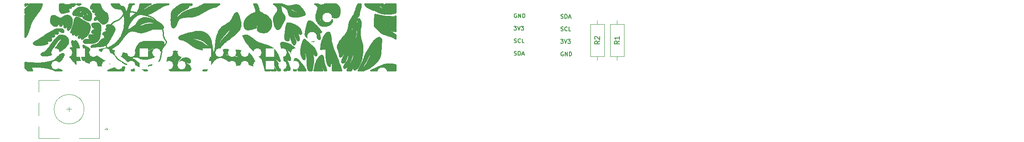
<source format=gto>
%TF.GenerationSoftware,KiCad,Pcbnew,(6.0.5)*%
%TF.CreationDate,2022-07-20T21:42:13-06:00*%
%TF.ProjectId,kb,6b622e6b-6963-4616-945f-706362585858,rev?*%
%TF.SameCoordinates,Original*%
%TF.FileFunction,Legend,Top*%
%TF.FilePolarity,Positive*%
%FSLAX46Y46*%
G04 Gerber Fmt 4.6, Leading zero omitted, Abs format (unit mm)*
G04 Created by KiCad (PCBNEW (6.0.5)) date 2022-07-20 21:42:13*
%MOMM*%
%LPD*%
G01*
G04 APERTURE LIST*
%ADD10C,0.300000*%
%ADD11C,0.264582*%
%ADD12C,0.150000*%
%ADD13C,0.120000*%
%ADD14R,1.600000X1.600000*%
%ADD15C,1.600000*%
%ADD16O,1.600000X1.600000*%
%ADD17C,3.987800*%
%ADD18C,3.000000*%
%ADD19C,1.750000*%
%ADD20O,3.200000X2.000000*%
%ADD21R,2.000000X2.000000*%
%ADD22C,2.000000*%
%ADD23C,3.048000*%
%ADD24O,1.700000X1.700000*%
%ADD25R,1.700000X1.700000*%
%ADD26C,1.950000*%
G04 APERTURE END LIST*
D10*
G36*
X34852788Y-45353060D02*
G01*
X34852416Y-45354579D01*
X34851707Y-45358022D01*
X34850361Y-45365798D01*
X34849690Y-45369717D01*
X34848997Y-45373378D01*
X34848637Y-45375047D01*
X34848264Y-45376574D01*
X34847877Y-45377934D01*
X34847474Y-45379099D01*
X34838308Y-45399889D01*
X34827401Y-45418971D01*
X34814708Y-45436358D01*
X34800184Y-45452066D01*
X34783784Y-45466110D01*
X34765462Y-45478503D01*
X34745174Y-45489263D01*
X34722873Y-45498402D01*
X34698516Y-45505938D01*
X34672056Y-45511883D01*
X34643448Y-45516253D01*
X34612649Y-45519064D01*
X34579611Y-45520330D01*
X34544290Y-45520066D01*
X34506641Y-45518287D01*
X34466618Y-45515008D01*
X34435817Y-45511421D01*
X34406456Y-45506831D01*
X34378529Y-45501264D01*
X34365102Y-45498121D01*
X34352031Y-45494744D01*
X34339317Y-45491136D01*
X34326957Y-45487299D01*
X34314953Y-45483237D01*
X34303302Y-45478954D01*
X34292005Y-45474452D01*
X34281061Y-45469735D01*
X34270468Y-45464805D01*
X34260228Y-45459667D01*
X34250337Y-45454324D01*
X34240798Y-45448778D01*
X34231607Y-45443033D01*
X34222766Y-45437092D01*
X34214272Y-45430959D01*
X34206126Y-45424636D01*
X34198327Y-45418127D01*
X34190875Y-45411436D01*
X34183768Y-45404565D01*
X34177006Y-45397517D01*
X34170588Y-45390297D01*
X34164514Y-45382906D01*
X34158783Y-45375349D01*
X34153394Y-45367628D01*
X34148347Y-45359748D01*
X34143641Y-45351710D01*
X34853174Y-45351710D01*
X34852788Y-45353060D01*
G37*
X34852788Y-45353060D02*
X34852416Y-45354579D01*
X34851707Y-45358022D01*
X34850361Y-45365798D01*
X34849690Y-45369717D01*
X34848997Y-45373378D01*
X34848637Y-45375047D01*
X34848264Y-45376574D01*
X34847877Y-45377934D01*
X34847474Y-45379099D01*
X34838308Y-45399889D01*
X34827401Y-45418971D01*
X34814708Y-45436358D01*
X34800184Y-45452066D01*
X34783784Y-45466110D01*
X34765462Y-45478503D01*
X34745174Y-45489263D01*
X34722873Y-45498402D01*
X34698516Y-45505938D01*
X34672056Y-45511883D01*
X34643448Y-45516253D01*
X34612649Y-45519064D01*
X34579611Y-45520330D01*
X34544290Y-45520066D01*
X34506641Y-45518287D01*
X34466618Y-45515008D01*
X34435817Y-45511421D01*
X34406456Y-45506831D01*
X34378529Y-45501264D01*
X34365102Y-45498121D01*
X34352031Y-45494744D01*
X34339317Y-45491136D01*
X34326957Y-45487299D01*
X34314953Y-45483237D01*
X34303302Y-45478954D01*
X34292005Y-45474452D01*
X34281061Y-45469735D01*
X34270468Y-45464805D01*
X34260228Y-45459667D01*
X34250337Y-45454324D01*
X34240798Y-45448778D01*
X34231607Y-45443033D01*
X34222766Y-45437092D01*
X34214272Y-45430959D01*
X34206126Y-45424636D01*
X34198327Y-45418127D01*
X34190875Y-45411436D01*
X34183768Y-45404565D01*
X34177006Y-45397517D01*
X34170588Y-45390297D01*
X34164514Y-45382906D01*
X34158783Y-45375349D01*
X34153394Y-45367628D01*
X34148347Y-45359748D01*
X34143641Y-45351710D01*
X34853174Y-45351710D01*
X34852788Y-45353060D01*
G36*
X57260190Y-45376556D02*
G01*
X57265294Y-45400127D01*
X57268661Y-45422413D01*
X57270300Y-45443401D01*
X57270221Y-45463079D01*
X57268434Y-45481434D01*
X57264949Y-45498454D01*
X57259775Y-45514128D01*
X57252923Y-45528443D01*
X57244401Y-45541386D01*
X57234220Y-45552946D01*
X57222390Y-45563110D01*
X57208919Y-45571867D01*
X57193819Y-45579204D01*
X57177099Y-45585108D01*
X57158768Y-45589568D01*
X57138836Y-45592572D01*
X57117313Y-45594106D01*
X57094209Y-45594160D01*
X57069534Y-45592721D01*
X57015508Y-45585314D01*
X56955313Y-45571788D01*
X56889028Y-45552046D01*
X56816730Y-45525990D01*
X56738498Y-45493522D01*
X56654409Y-45454546D01*
X56616097Y-45436450D01*
X56579220Y-45420031D01*
X56543763Y-45405200D01*
X56509711Y-45391867D01*
X56477048Y-45379942D01*
X56445759Y-45369334D01*
X56415829Y-45359954D01*
X56387243Y-45351710D01*
X57253339Y-45351710D01*
X57260190Y-45376556D01*
G37*
X57260190Y-45376556D02*
X57265294Y-45400127D01*
X57268661Y-45422413D01*
X57270300Y-45443401D01*
X57270221Y-45463079D01*
X57268434Y-45481434D01*
X57264949Y-45498454D01*
X57259775Y-45514128D01*
X57252923Y-45528443D01*
X57244401Y-45541386D01*
X57234220Y-45552946D01*
X57222390Y-45563110D01*
X57208919Y-45571867D01*
X57193819Y-45579204D01*
X57177099Y-45585108D01*
X57158768Y-45589568D01*
X57138836Y-45592572D01*
X57117313Y-45594106D01*
X57094209Y-45594160D01*
X57069534Y-45592721D01*
X57015508Y-45585314D01*
X56955313Y-45571788D01*
X56889028Y-45552046D01*
X56816730Y-45525990D01*
X56738498Y-45493522D01*
X56654409Y-45454546D01*
X56616097Y-45436450D01*
X56579220Y-45420031D01*
X56543763Y-45405200D01*
X56509711Y-45391867D01*
X56477048Y-45379942D01*
X56445759Y-45369334D01*
X56415829Y-45359954D01*
X56387243Y-45351710D01*
X57253339Y-45351710D01*
X57260190Y-45376556D01*
G36*
X24305664Y-45373060D02*
G01*
X24259792Y-45395590D01*
X24213806Y-45419168D01*
X24168173Y-45443659D01*
X24123362Y-45468929D01*
X24079838Y-45494845D01*
X24038070Y-45521274D01*
X23998523Y-45548080D01*
X23977734Y-45562454D01*
X23957017Y-45576269D01*
X23936413Y-45589523D01*
X23915960Y-45602214D01*
X23875669Y-45625898D01*
X23836459Y-45647304D01*
X23798644Y-45666417D01*
X23762542Y-45683219D01*
X23728466Y-45697695D01*
X23696733Y-45709828D01*
X23696733Y-45351710D01*
X24350957Y-45351710D01*
X24305664Y-45373060D01*
G37*
X24305664Y-45373060D02*
X24259792Y-45395590D01*
X24213806Y-45419168D01*
X24168173Y-45443659D01*
X24123362Y-45468929D01*
X24079838Y-45494845D01*
X24038070Y-45521274D01*
X23998523Y-45548080D01*
X23977734Y-45562454D01*
X23957017Y-45576269D01*
X23936413Y-45589523D01*
X23915960Y-45602214D01*
X23875669Y-45625898D01*
X23836459Y-45647304D01*
X23798644Y-45666417D01*
X23762542Y-45683219D01*
X23728466Y-45697695D01*
X23696733Y-45709828D01*
X23696733Y-45351710D01*
X24350957Y-45351710D01*
X24305664Y-45373060D01*
G36*
X31460080Y-45389021D02*
G01*
X31472939Y-45422057D01*
X31486626Y-45451046D01*
X31501508Y-45476217D01*
X31509512Y-45487443D01*
X31517953Y-45497799D01*
X31526876Y-45507315D01*
X31536328Y-45516019D01*
X31546355Y-45523940D01*
X31557001Y-45531107D01*
X31568314Y-45537547D01*
X31580339Y-45543289D01*
X31593123Y-45548362D01*
X31606710Y-45552795D01*
X31636481Y-45559854D01*
X31670019Y-45564692D01*
X31707692Y-45567540D01*
X31749868Y-45568624D01*
X31796914Y-45568174D01*
X31849197Y-45566418D01*
X31907085Y-45563583D01*
X32190926Y-45547593D01*
X32311586Y-45540008D01*
X32419090Y-45532381D01*
X32514201Y-45524477D01*
X32557348Y-45520347D01*
X32597682Y-45516059D01*
X32635301Y-45511583D01*
X32670298Y-45506891D01*
X32702769Y-45501953D01*
X32732809Y-45496738D01*
X32760515Y-45491218D01*
X32785981Y-45485364D01*
X32809303Y-45479145D01*
X32830576Y-45472531D01*
X32849895Y-45465495D01*
X32867357Y-45458006D01*
X32883056Y-45450034D01*
X32897087Y-45441550D01*
X32909547Y-45432525D01*
X32920530Y-45422929D01*
X32930133Y-45412732D01*
X32938449Y-45401906D01*
X32945576Y-45390420D01*
X32951607Y-45378245D01*
X32956639Y-45365351D01*
X32960767Y-45351710D01*
X33761752Y-45351710D01*
X33758812Y-45366390D01*
X33755136Y-45381361D01*
X33750687Y-45396653D01*
X33745429Y-45412298D01*
X33739327Y-45428328D01*
X33732344Y-45444774D01*
X33724445Y-45461667D01*
X33715594Y-45479039D01*
X33705755Y-45496922D01*
X33694892Y-45515346D01*
X33682969Y-45534344D01*
X33669951Y-45553946D01*
X33655801Y-45574184D01*
X33640485Y-45595090D01*
X33623965Y-45616695D01*
X33606205Y-45639031D01*
X33577745Y-45673438D01*
X33551219Y-45703756D01*
X33526298Y-45730073D01*
X33514336Y-45741759D01*
X33502653Y-45752478D01*
X33491206Y-45762242D01*
X33479954Y-45771061D01*
X33468857Y-45778946D01*
X33457872Y-45785909D01*
X33446959Y-45791961D01*
X33436077Y-45797113D01*
X33425185Y-45801376D01*
X33414240Y-45804760D01*
X33403203Y-45807278D01*
X33392031Y-45808941D01*
X33380685Y-45809758D01*
X33369121Y-45809742D01*
X33357300Y-45808904D01*
X33345180Y-45807255D01*
X33332720Y-45804805D01*
X33319879Y-45801566D01*
X33306615Y-45797550D01*
X33292887Y-45792766D01*
X33263877Y-45780944D01*
X33232517Y-45766187D01*
X33198479Y-45748585D01*
X33162813Y-45729818D01*
X33131141Y-45714026D01*
X33103229Y-45701357D01*
X33078843Y-45691957D01*
X33067899Y-45688529D01*
X33057750Y-45685973D01*
X33048366Y-45684308D01*
X33039717Y-45683552D01*
X33031774Y-45683723D01*
X33024509Y-45684840D01*
X33017892Y-45686921D01*
X33011894Y-45689985D01*
X33006485Y-45694050D01*
X33001637Y-45699133D01*
X32997321Y-45705254D01*
X32993506Y-45712431D01*
X32990164Y-45720683D01*
X32987266Y-45730026D01*
X32984783Y-45740481D01*
X32982685Y-45752065D01*
X32979528Y-45778695D01*
X32977563Y-45810062D01*
X32976554Y-45846312D01*
X32976270Y-45887595D01*
X32975683Y-45926274D01*
X32973772Y-45961029D01*
X32970308Y-45992058D01*
X32967923Y-46006237D01*
X32965064Y-46019557D01*
X32961705Y-46032045D01*
X32957815Y-46043724D01*
X32953366Y-46054619D01*
X32948331Y-46064755D01*
X32942681Y-46074157D01*
X32936387Y-46082848D01*
X32929422Y-46090854D01*
X32921756Y-46098200D01*
X32913361Y-46104909D01*
X32904209Y-46111007D01*
X32894271Y-46116518D01*
X32883520Y-46121467D01*
X32871926Y-46125879D01*
X32859461Y-46129777D01*
X32846098Y-46133188D01*
X32831807Y-46136135D01*
X32800328Y-46140736D01*
X32764799Y-46143779D01*
X32724993Y-46145460D01*
X32680681Y-46145977D01*
X32630602Y-46146241D01*
X32586630Y-46147368D01*
X32548453Y-46149858D01*
X32515756Y-46154212D01*
X32501365Y-46157244D01*
X32488227Y-46160930D01*
X32476302Y-46165333D01*
X32465551Y-46170514D01*
X32455936Y-46176536D01*
X32447416Y-46183463D01*
X32439952Y-46191356D01*
X32433507Y-46200278D01*
X32428039Y-46210293D01*
X32423511Y-46221461D01*
X32419882Y-46233846D01*
X32417114Y-46247511D01*
X32415168Y-46262518D01*
X32414004Y-46278929D01*
X32413866Y-46316216D01*
X32416387Y-46359873D01*
X32421253Y-46410400D01*
X32436768Y-46534067D01*
X32488961Y-46922157D01*
X31994418Y-47029127D01*
X31838743Y-47062058D01*
X31698758Y-47089906D01*
X31573397Y-47112524D01*
X31515866Y-47121826D01*
X31461592Y-47129765D01*
X31410441Y-47136323D01*
X31362279Y-47141482D01*
X31316973Y-47145223D01*
X31274391Y-47147528D01*
X31234398Y-47148378D01*
X31196861Y-47147756D01*
X31161648Y-47145643D01*
X31128624Y-47142020D01*
X31097657Y-47136869D01*
X31068614Y-47130172D01*
X31041360Y-47121910D01*
X31015763Y-47112065D01*
X30991690Y-47100618D01*
X30969007Y-47087552D01*
X30947581Y-47072848D01*
X30927279Y-47056487D01*
X30907967Y-47038452D01*
X30889513Y-47018723D01*
X30871782Y-46997282D01*
X30854642Y-46974112D01*
X30837960Y-46949193D01*
X30821601Y-46922507D01*
X30805433Y-46894036D01*
X30789323Y-46863762D01*
X30755651Y-46790830D01*
X30726083Y-46710843D01*
X30700585Y-46624696D01*
X30679119Y-46533286D01*
X30661648Y-46437508D01*
X30648135Y-46338257D01*
X30638545Y-46236428D01*
X30632840Y-46132917D01*
X30630983Y-46028619D01*
X30632938Y-45924429D01*
X30638668Y-45821243D01*
X30648137Y-45719957D01*
X30661307Y-45621465D01*
X30678142Y-45526663D01*
X30698606Y-45436446D01*
X30722661Y-45351710D01*
X31447681Y-45351710D01*
X31460080Y-45389021D01*
G37*
X31460080Y-45389021D02*
X31472939Y-45422057D01*
X31486626Y-45451046D01*
X31501508Y-45476217D01*
X31509512Y-45487443D01*
X31517953Y-45497799D01*
X31526876Y-45507315D01*
X31536328Y-45516019D01*
X31546355Y-45523940D01*
X31557001Y-45531107D01*
X31568314Y-45537547D01*
X31580339Y-45543289D01*
X31593123Y-45548362D01*
X31606710Y-45552795D01*
X31636481Y-45559854D01*
X31670019Y-45564692D01*
X31707692Y-45567540D01*
X31749868Y-45568624D01*
X31796914Y-45568174D01*
X31849197Y-45566418D01*
X31907085Y-45563583D01*
X32190926Y-45547593D01*
X32311586Y-45540008D01*
X32419090Y-45532381D01*
X32514201Y-45524477D01*
X32557348Y-45520347D01*
X32597682Y-45516059D01*
X32635301Y-45511583D01*
X32670298Y-45506891D01*
X32702769Y-45501953D01*
X32732809Y-45496738D01*
X32760515Y-45491218D01*
X32785981Y-45485364D01*
X32809303Y-45479145D01*
X32830576Y-45472531D01*
X32849895Y-45465495D01*
X32867357Y-45458006D01*
X32883056Y-45450034D01*
X32897087Y-45441550D01*
X32909547Y-45432525D01*
X32920530Y-45422929D01*
X32930133Y-45412732D01*
X32938449Y-45401906D01*
X32945576Y-45390420D01*
X32951607Y-45378245D01*
X32956639Y-45365351D01*
X32960767Y-45351710D01*
X33761752Y-45351710D01*
X33758812Y-45366390D01*
X33755136Y-45381361D01*
X33750687Y-45396653D01*
X33745429Y-45412298D01*
X33739327Y-45428328D01*
X33732344Y-45444774D01*
X33724445Y-45461667D01*
X33715594Y-45479039D01*
X33705755Y-45496922D01*
X33694892Y-45515346D01*
X33682969Y-45534344D01*
X33669951Y-45553946D01*
X33655801Y-45574184D01*
X33640485Y-45595090D01*
X33623965Y-45616695D01*
X33606205Y-45639031D01*
X33577745Y-45673438D01*
X33551219Y-45703756D01*
X33526298Y-45730073D01*
X33514336Y-45741759D01*
X33502653Y-45752478D01*
X33491206Y-45762242D01*
X33479954Y-45771061D01*
X33468857Y-45778946D01*
X33457872Y-45785909D01*
X33446959Y-45791961D01*
X33436077Y-45797113D01*
X33425185Y-45801376D01*
X33414240Y-45804760D01*
X33403203Y-45807278D01*
X33392031Y-45808941D01*
X33380685Y-45809758D01*
X33369121Y-45809742D01*
X33357300Y-45808904D01*
X33345180Y-45807255D01*
X33332720Y-45804805D01*
X33319879Y-45801566D01*
X33306615Y-45797550D01*
X33292887Y-45792766D01*
X33263877Y-45780944D01*
X33232517Y-45766187D01*
X33198479Y-45748585D01*
X33162813Y-45729818D01*
X33131141Y-45714026D01*
X33103229Y-45701357D01*
X33078843Y-45691957D01*
X33067899Y-45688529D01*
X33057750Y-45685973D01*
X33048366Y-45684308D01*
X33039717Y-45683552D01*
X33031774Y-45683723D01*
X33024509Y-45684840D01*
X33017892Y-45686921D01*
X33011894Y-45689985D01*
X33006485Y-45694050D01*
X33001637Y-45699133D01*
X32997321Y-45705254D01*
X32993506Y-45712431D01*
X32990164Y-45720683D01*
X32987266Y-45730026D01*
X32984783Y-45740481D01*
X32982685Y-45752065D01*
X32979528Y-45778695D01*
X32977563Y-45810062D01*
X32976554Y-45846312D01*
X32976270Y-45887595D01*
X32975683Y-45926274D01*
X32973772Y-45961029D01*
X32970308Y-45992058D01*
X32967923Y-46006237D01*
X32965064Y-46019557D01*
X32961705Y-46032045D01*
X32957815Y-46043724D01*
X32953366Y-46054619D01*
X32948331Y-46064755D01*
X32942681Y-46074157D01*
X32936387Y-46082848D01*
X32929422Y-46090854D01*
X32921756Y-46098200D01*
X32913361Y-46104909D01*
X32904209Y-46111007D01*
X32894271Y-46116518D01*
X32883520Y-46121467D01*
X32871926Y-46125879D01*
X32859461Y-46129777D01*
X32846098Y-46133188D01*
X32831807Y-46136135D01*
X32800328Y-46140736D01*
X32764799Y-46143779D01*
X32724993Y-46145460D01*
X32680681Y-46145977D01*
X32630602Y-46146241D01*
X32586630Y-46147368D01*
X32548453Y-46149858D01*
X32515756Y-46154212D01*
X32501365Y-46157244D01*
X32488227Y-46160930D01*
X32476302Y-46165333D01*
X32465551Y-46170514D01*
X32455936Y-46176536D01*
X32447416Y-46183463D01*
X32439952Y-46191356D01*
X32433507Y-46200278D01*
X32428039Y-46210293D01*
X32423511Y-46221461D01*
X32419882Y-46233846D01*
X32417114Y-46247511D01*
X32415168Y-46262518D01*
X32414004Y-46278929D01*
X32413866Y-46316216D01*
X32416387Y-46359873D01*
X32421253Y-46410400D01*
X32436768Y-46534067D01*
X32488961Y-46922157D01*
X31994418Y-47029127D01*
X31838743Y-47062058D01*
X31698758Y-47089906D01*
X31573397Y-47112524D01*
X31515866Y-47121826D01*
X31461592Y-47129765D01*
X31410441Y-47136323D01*
X31362279Y-47141482D01*
X31316973Y-47145223D01*
X31274391Y-47147528D01*
X31234398Y-47148378D01*
X31196861Y-47147756D01*
X31161648Y-47145643D01*
X31128624Y-47142020D01*
X31097657Y-47136869D01*
X31068614Y-47130172D01*
X31041360Y-47121910D01*
X31015763Y-47112065D01*
X30991690Y-47100618D01*
X30969007Y-47087552D01*
X30947581Y-47072848D01*
X30927279Y-47056487D01*
X30907967Y-47038452D01*
X30889513Y-47018723D01*
X30871782Y-46997282D01*
X30854642Y-46974112D01*
X30837960Y-46949193D01*
X30821601Y-46922507D01*
X30805433Y-46894036D01*
X30789323Y-46863762D01*
X30755651Y-46790830D01*
X30726083Y-46710843D01*
X30700585Y-46624696D01*
X30679119Y-46533286D01*
X30661648Y-46437508D01*
X30648135Y-46338257D01*
X30638545Y-46236428D01*
X30632840Y-46132917D01*
X30630983Y-46028619D01*
X30632938Y-45924429D01*
X30638668Y-45821243D01*
X30648137Y-45719957D01*
X30661307Y-45621465D01*
X30678142Y-45526663D01*
X30698606Y-45436446D01*
X30722661Y-45351710D01*
X31447681Y-45351710D01*
X31460080Y-45389021D01*
G36*
X92216794Y-45568245D02*
G01*
X92203875Y-45540869D01*
X92193084Y-45512821D01*
X92184306Y-45483794D01*
X92177422Y-45453478D01*
X92172318Y-45421564D01*
X92168875Y-45387745D01*
X92166978Y-45351710D01*
X95693887Y-45351710D01*
X95714044Y-45371347D01*
X95744848Y-45400437D01*
X95775904Y-45428364D01*
X95807130Y-45455105D01*
X95838446Y-45480631D01*
X95869772Y-45504919D01*
X95901026Y-45527942D01*
X95932129Y-45549675D01*
X95962999Y-45570091D01*
X95993557Y-45589165D01*
X96023721Y-45606871D01*
X96053410Y-45623184D01*
X96082545Y-45638077D01*
X96111045Y-45651525D01*
X96138828Y-45663503D01*
X96165815Y-45673983D01*
X96191925Y-45682941D01*
X96217076Y-45690351D01*
X96241189Y-45696188D01*
X96264184Y-45700424D01*
X96285978Y-45703035D01*
X96306492Y-45703995D01*
X96325645Y-45703278D01*
X96343357Y-45700858D01*
X96359547Y-45696709D01*
X96374133Y-45690807D01*
X96387037Y-45683124D01*
X96398176Y-45673636D01*
X96407471Y-45662316D01*
X96414841Y-45649139D01*
X96420205Y-45634079D01*
X96423482Y-45617110D01*
X96424592Y-45598207D01*
X96424390Y-45590582D01*
X96423789Y-45582930D01*
X96422797Y-45575251D01*
X96421424Y-45567549D01*
X96419678Y-45559825D01*
X96417568Y-45552082D01*
X96412291Y-45536547D01*
X96405661Y-45520964D01*
X96397748Y-45505352D01*
X96388622Y-45489729D01*
X96378352Y-45474113D01*
X96367008Y-45458523D01*
X96354659Y-45442979D01*
X96341375Y-45427499D01*
X96327225Y-45412101D01*
X96312279Y-45396805D01*
X96296607Y-45381628D01*
X96280278Y-45366590D01*
X96263361Y-45351710D01*
X98309755Y-45351710D01*
X98309755Y-47097340D01*
X98277831Y-47107709D01*
X98246655Y-47118193D01*
X98185056Y-47139294D01*
X98121987Y-47160217D01*
X98088973Y-47170480D01*
X98054475Y-47180539D01*
X97864082Y-47228676D01*
X97665023Y-47268874D01*
X97459047Y-47301212D01*
X97247902Y-47325767D01*
X97033336Y-47342616D01*
X96817096Y-47351837D01*
X96600930Y-47353507D01*
X96386587Y-47347704D01*
X96175813Y-47334505D01*
X95970357Y-47313987D01*
X95771966Y-47286228D01*
X95582388Y-47251306D01*
X95403372Y-47209297D01*
X95236665Y-47160280D01*
X95084014Y-47104332D01*
X94947168Y-47041529D01*
X94827678Y-46982114D01*
X94683275Y-46913980D01*
X94341789Y-46761162D01*
X93966838Y-46602283D01*
X93780602Y-46526574D01*
X93602548Y-46456552D01*
X93515880Y-46422214D01*
X93428390Y-46385791D01*
X93340667Y-46347601D01*
X93253304Y-46307962D01*
X93166892Y-46267194D01*
X93082020Y-46225616D01*
X92999281Y-46183546D01*
X92919265Y-46141304D01*
X92842564Y-46099207D01*
X92769768Y-46057575D01*
X92701468Y-46016727D01*
X92638255Y-45976982D01*
X92580721Y-45938658D01*
X92529456Y-45902074D01*
X92485052Y-45867549D01*
X92448099Y-45835401D01*
X92410774Y-45800166D01*
X92376627Y-45767039D01*
X92345542Y-45735711D01*
X92317402Y-45705875D01*
X92292090Y-45677220D01*
X92269490Y-45649439D01*
X92249485Y-45622222D01*
X92235781Y-45601140D01*
X94577228Y-45601140D01*
X94578343Y-45612573D01*
X94582037Y-45625254D01*
X94588308Y-45639183D01*
X94597159Y-45654361D01*
X94622593Y-45688467D01*
X94658341Y-45727576D01*
X94704400Y-45771694D01*
X94760771Y-45820825D01*
X94827453Y-45874974D01*
X94904445Y-45934145D01*
X94991748Y-45998344D01*
X95089361Y-46067575D01*
X95197282Y-46141842D01*
X95339658Y-46237699D01*
X95465514Y-46320462D01*
X95575250Y-46390083D01*
X95669265Y-46446508D01*
X95747958Y-46489688D01*
X95781685Y-46506294D01*
X95811730Y-46519569D01*
X95838145Y-46529507D01*
X95860980Y-46536101D01*
X95880283Y-46539345D01*
X95896106Y-46539233D01*
X95908498Y-46535757D01*
X95917509Y-46528913D01*
X95923189Y-46518692D01*
X95925588Y-46505089D01*
X95924756Y-46488097D01*
X95920743Y-46467710D01*
X95913599Y-46443922D01*
X95903373Y-46416726D01*
X95890116Y-46386115D01*
X95873877Y-46352083D01*
X95832655Y-46273732D01*
X95780106Y-46181620D01*
X95716630Y-46075697D01*
X95690992Y-46035673D01*
X95663964Y-45997424D01*
X95635532Y-45960942D01*
X95605682Y-45926216D01*
X95574399Y-45893238D01*
X95541670Y-45861998D01*
X95507479Y-45832487D01*
X95471813Y-45804696D01*
X95434657Y-45778615D01*
X95395997Y-45754236D01*
X95355819Y-45731548D01*
X95314108Y-45710543D01*
X95270851Y-45691212D01*
X95226032Y-45673544D01*
X95179638Y-45657532D01*
X95131654Y-45643165D01*
X95062677Y-45624478D01*
X94998261Y-45607994D01*
X94938414Y-45593712D01*
X94883141Y-45581631D01*
X94832448Y-45571751D01*
X94786341Y-45564072D01*
X94744827Y-45558594D01*
X94707910Y-45555315D01*
X94707902Y-45555315D01*
X94661137Y-45554531D01*
X94624688Y-45558716D01*
X94610331Y-45562674D01*
X94598553Y-45567876D01*
X94589354Y-45574323D01*
X94582734Y-45582016D01*
X94578692Y-45590955D01*
X94577228Y-45601140D01*
X92235781Y-45601140D01*
X92231959Y-45595260D01*
X92216794Y-45568245D01*
G37*
X92216794Y-45568245D02*
X92203875Y-45540869D01*
X92193084Y-45512821D01*
X92184306Y-45483794D01*
X92177422Y-45453478D01*
X92172318Y-45421564D01*
X92168875Y-45387745D01*
X92166978Y-45351710D01*
X95693887Y-45351710D01*
X95714044Y-45371347D01*
X95744848Y-45400437D01*
X95775904Y-45428364D01*
X95807130Y-45455105D01*
X95838446Y-45480631D01*
X95869772Y-45504919D01*
X95901026Y-45527942D01*
X95932129Y-45549675D01*
X95962999Y-45570091D01*
X95993557Y-45589165D01*
X96023721Y-45606871D01*
X96053410Y-45623184D01*
X96082545Y-45638077D01*
X96111045Y-45651525D01*
X96138828Y-45663503D01*
X96165815Y-45673983D01*
X96191925Y-45682941D01*
X96217076Y-45690351D01*
X96241189Y-45696188D01*
X96264184Y-45700424D01*
X96285978Y-45703035D01*
X96306492Y-45703995D01*
X96325645Y-45703278D01*
X96343357Y-45700858D01*
X96359547Y-45696709D01*
X96374133Y-45690807D01*
X96387037Y-45683124D01*
X96398176Y-45673636D01*
X96407471Y-45662316D01*
X96414841Y-45649139D01*
X96420205Y-45634079D01*
X96423482Y-45617110D01*
X96424592Y-45598207D01*
X96424390Y-45590582D01*
X96423789Y-45582930D01*
X96422797Y-45575251D01*
X96421424Y-45567549D01*
X96419678Y-45559825D01*
X96417568Y-45552082D01*
X96412291Y-45536547D01*
X96405661Y-45520964D01*
X96397748Y-45505352D01*
X96388622Y-45489729D01*
X96378352Y-45474113D01*
X96367008Y-45458523D01*
X96354659Y-45442979D01*
X96341375Y-45427499D01*
X96327225Y-45412101D01*
X96312279Y-45396805D01*
X96296607Y-45381628D01*
X96280278Y-45366590D01*
X96263361Y-45351710D01*
X98309755Y-45351710D01*
X98309755Y-47097340D01*
X98277831Y-47107709D01*
X98246655Y-47118193D01*
X98185056Y-47139294D01*
X98121987Y-47160217D01*
X98088973Y-47170480D01*
X98054475Y-47180539D01*
X97864082Y-47228676D01*
X97665023Y-47268874D01*
X97459047Y-47301212D01*
X97247902Y-47325767D01*
X97033336Y-47342616D01*
X96817096Y-47351837D01*
X96600930Y-47353507D01*
X96386587Y-47347704D01*
X96175813Y-47334505D01*
X95970357Y-47313987D01*
X95771966Y-47286228D01*
X95582388Y-47251306D01*
X95403372Y-47209297D01*
X95236665Y-47160280D01*
X95084014Y-47104332D01*
X94947168Y-47041529D01*
X94827678Y-46982114D01*
X94683275Y-46913980D01*
X94341789Y-46761162D01*
X93966838Y-46602283D01*
X93780602Y-46526574D01*
X93602548Y-46456552D01*
X93515880Y-46422214D01*
X93428390Y-46385791D01*
X93340667Y-46347601D01*
X93253304Y-46307962D01*
X93166892Y-46267194D01*
X93082020Y-46225616D01*
X92999281Y-46183546D01*
X92919265Y-46141304D01*
X92842564Y-46099207D01*
X92769768Y-46057575D01*
X92701468Y-46016727D01*
X92638255Y-45976982D01*
X92580721Y-45938658D01*
X92529456Y-45902074D01*
X92485052Y-45867549D01*
X92448099Y-45835401D01*
X92410774Y-45800166D01*
X92376627Y-45767039D01*
X92345542Y-45735711D01*
X92317402Y-45705875D01*
X92292090Y-45677220D01*
X92269490Y-45649439D01*
X92249485Y-45622222D01*
X92235781Y-45601140D01*
X94577228Y-45601140D01*
X94578343Y-45612573D01*
X94582037Y-45625254D01*
X94588308Y-45639183D01*
X94597159Y-45654361D01*
X94622593Y-45688467D01*
X94658341Y-45727576D01*
X94704400Y-45771694D01*
X94760771Y-45820825D01*
X94827453Y-45874974D01*
X94904445Y-45934145D01*
X94991748Y-45998344D01*
X95089361Y-46067575D01*
X95197282Y-46141842D01*
X95339658Y-46237699D01*
X95465514Y-46320462D01*
X95575250Y-46390083D01*
X95669265Y-46446508D01*
X95747958Y-46489688D01*
X95781685Y-46506294D01*
X95811730Y-46519569D01*
X95838145Y-46529507D01*
X95860980Y-46536101D01*
X95880283Y-46539345D01*
X95896106Y-46539233D01*
X95908498Y-46535757D01*
X95917509Y-46528913D01*
X95923189Y-46518692D01*
X95925588Y-46505089D01*
X95924756Y-46488097D01*
X95920743Y-46467710D01*
X95913599Y-46443922D01*
X95903373Y-46416726D01*
X95890116Y-46386115D01*
X95873877Y-46352083D01*
X95832655Y-46273732D01*
X95780106Y-46181620D01*
X95716630Y-46075697D01*
X95690992Y-46035673D01*
X95663964Y-45997424D01*
X95635532Y-45960942D01*
X95605682Y-45926216D01*
X95574399Y-45893238D01*
X95541670Y-45861998D01*
X95507479Y-45832487D01*
X95471813Y-45804696D01*
X95434657Y-45778615D01*
X95395997Y-45754236D01*
X95355819Y-45731548D01*
X95314108Y-45710543D01*
X95270851Y-45691212D01*
X95226032Y-45673544D01*
X95179638Y-45657532D01*
X95131654Y-45643165D01*
X95062677Y-45624478D01*
X94998261Y-45607994D01*
X94938414Y-45593712D01*
X94883141Y-45581631D01*
X94832448Y-45571751D01*
X94786341Y-45564072D01*
X94744827Y-45558594D01*
X94707910Y-45555315D01*
X94707902Y-45555315D01*
X94661137Y-45554531D01*
X94624688Y-45558716D01*
X94610331Y-45562674D01*
X94598553Y-45567876D01*
X94589354Y-45574323D01*
X94582734Y-45582016D01*
X94578692Y-45590955D01*
X94577228Y-45601140D01*
X92235781Y-45601140D01*
X92231959Y-45595260D01*
X92216794Y-45568245D01*
G36*
X35335239Y-47336282D02*
G01*
X35316226Y-47329049D01*
X35298417Y-47323795D01*
X35281810Y-47320522D01*
X35266406Y-47319229D01*
X35252203Y-47319916D01*
X35239201Y-47322584D01*
X35227400Y-47327232D01*
X35216800Y-47333862D01*
X35207400Y-47342472D01*
X35199200Y-47353064D01*
X35192199Y-47365638D01*
X35186396Y-47380193D01*
X35181793Y-47396730D01*
X35178387Y-47415249D01*
X35176179Y-47435750D01*
X35175168Y-47458233D01*
X35175354Y-47482699D01*
X35176736Y-47509148D01*
X35179315Y-47537580D01*
X35183089Y-47567995D01*
X35188058Y-47600393D01*
X35194222Y-47634774D01*
X35202561Y-47679764D01*
X35209115Y-47719315D01*
X35213593Y-47753670D01*
X35215708Y-47783069D01*
X35215788Y-47795986D01*
X35215168Y-47807755D01*
X35213813Y-47818406D01*
X35211686Y-47827970D01*
X35208751Y-47836475D01*
X35204972Y-47843954D01*
X35200312Y-47850435D01*
X35194735Y-47855950D01*
X35188206Y-47860528D01*
X35180688Y-47864200D01*
X35172145Y-47866995D01*
X35162541Y-47868945D01*
X35151839Y-47870078D01*
X35140003Y-47870426D01*
X35126998Y-47870019D01*
X35112787Y-47868886D01*
X35080602Y-47864567D01*
X35043159Y-47857709D01*
X35000169Y-47848555D01*
X34951343Y-47837346D01*
X34782689Y-47801022D01*
X34541356Y-47753186D01*
X34259553Y-47700017D01*
X33969491Y-47647694D01*
X33859926Y-47628134D01*
X33762751Y-47610019D01*
X33677325Y-47593011D01*
X33603004Y-47576776D01*
X33569808Y-47568844D01*
X33539148Y-47560978D01*
X33510943Y-47553138D01*
X33485113Y-47545281D01*
X33461579Y-47537366D01*
X33440258Y-47529350D01*
X33421073Y-47521192D01*
X33403941Y-47512849D01*
X33388783Y-47504280D01*
X33375519Y-47495443D01*
X33364068Y-47486296D01*
X33354350Y-47476796D01*
X33346285Y-47466902D01*
X33339792Y-47456573D01*
X33334791Y-47445765D01*
X33331203Y-47434437D01*
X33328946Y-47422548D01*
X33327940Y-47410054D01*
X33328105Y-47396915D01*
X33329362Y-47383088D01*
X33331628Y-47368532D01*
X33334825Y-47353204D01*
X33338873Y-47337062D01*
X33343689Y-47320065D01*
X33367222Y-47246459D01*
X33393531Y-47174717D01*
X33422540Y-47104870D01*
X33449401Y-47047194D01*
X34526459Y-47047194D01*
X34526634Y-47065002D01*
X34528883Y-47082428D01*
X34533285Y-47099405D01*
X34533285Y-47099922D01*
X34539508Y-47116374D01*
X34546782Y-47131790D01*
X34555075Y-47146170D01*
X34564354Y-47159513D01*
X34574584Y-47171819D01*
X34585734Y-47183087D01*
X34597770Y-47193317D01*
X34610660Y-47202508D01*
X34624369Y-47210659D01*
X34638864Y-47217770D01*
X34654114Y-47223839D01*
X34670084Y-47228867D01*
X34686742Y-47232853D01*
X34704054Y-47235796D01*
X34721987Y-47237696D01*
X34740509Y-47238552D01*
X34759585Y-47238362D01*
X34779184Y-47237128D01*
X34819815Y-47231521D01*
X34862137Y-47221725D01*
X34905884Y-47207735D01*
X34950793Y-47189547D01*
X34996599Y-47167156D01*
X35043036Y-47140556D01*
X35089839Y-47109742D01*
X35117545Y-47089579D01*
X35143407Y-47069312D01*
X35167428Y-47048989D01*
X35189610Y-47028661D01*
X35209955Y-47008375D01*
X35228463Y-46988180D01*
X35245139Y-46968125D01*
X35259983Y-46948259D01*
X35272997Y-46928631D01*
X35284183Y-46909289D01*
X35293544Y-46890283D01*
X35301080Y-46871660D01*
X35306795Y-46853470D01*
X35310689Y-46835762D01*
X35312766Y-46818584D01*
X35313026Y-46801986D01*
X35311472Y-46786015D01*
X35308105Y-46770721D01*
X35302928Y-46756153D01*
X35295942Y-46742359D01*
X35287150Y-46729388D01*
X35276553Y-46717289D01*
X35264154Y-46706111D01*
X35249953Y-46695902D01*
X35233954Y-46686712D01*
X35216157Y-46678588D01*
X35196566Y-46671581D01*
X35175181Y-46665738D01*
X35152005Y-46661109D01*
X35127040Y-46657742D01*
X35100287Y-46655686D01*
X35071749Y-46654990D01*
X35071753Y-46654988D01*
X35045833Y-46655756D01*
X35019717Y-46658018D01*
X34993483Y-46661709D01*
X34967209Y-46666764D01*
X34940973Y-46673118D01*
X34914855Y-46680707D01*
X34888931Y-46689466D01*
X34863281Y-46699330D01*
X34837983Y-46710235D01*
X34813114Y-46722115D01*
X34788754Y-46734907D01*
X34764981Y-46748545D01*
X34741873Y-46762965D01*
X34719508Y-46778102D01*
X34697964Y-46793891D01*
X34677320Y-46810268D01*
X34657654Y-46827167D01*
X34639045Y-46844525D01*
X34621571Y-46862277D01*
X34605309Y-46880357D01*
X34590339Y-46898701D01*
X34576738Y-46917244D01*
X34564585Y-46935922D01*
X34553959Y-46954670D01*
X34544937Y-46973423D01*
X34537597Y-46992117D01*
X34532019Y-47010686D01*
X34528280Y-47029067D01*
X34526459Y-47047194D01*
X33449401Y-47047194D01*
X33454170Y-47036954D01*
X33488344Y-46971000D01*
X33524985Y-46907042D01*
X33564013Y-46845115D01*
X33605352Y-46785250D01*
X33694649Y-46671842D01*
X33792254Y-46567086D01*
X33897545Y-46471248D01*
X34009898Y-46384595D01*
X34128691Y-46307392D01*
X34253303Y-46239907D01*
X34383109Y-46182407D01*
X34517489Y-46135157D01*
X34655819Y-46098424D01*
X34797477Y-46072474D01*
X34941840Y-46057575D01*
X35088286Y-46053993D01*
X35137458Y-46055359D01*
X35186772Y-46058022D01*
X35236204Y-46061991D01*
X35285731Y-46067276D01*
X35335329Y-46073886D01*
X35384976Y-46081833D01*
X35434647Y-46091125D01*
X35484319Y-46101772D01*
X35533970Y-46113785D01*
X35583575Y-46127173D01*
X35633110Y-46141945D01*
X35682554Y-46158113D01*
X35731881Y-46175685D01*
X35781070Y-46194671D01*
X35830096Y-46215082D01*
X35878935Y-46236927D01*
X35965614Y-46279272D01*
X36049476Y-46324672D01*
X36130457Y-46372991D01*
X36208490Y-46424093D01*
X36283511Y-46477842D01*
X36355455Y-46534102D01*
X36424256Y-46592737D01*
X36489849Y-46653610D01*
X36552169Y-46716587D01*
X36611150Y-46781530D01*
X36666728Y-46848305D01*
X36718837Y-46916774D01*
X36767412Y-46986803D01*
X36812387Y-47058254D01*
X36853699Y-47130992D01*
X36891280Y-47204881D01*
X36925066Y-47279785D01*
X36954992Y-47355568D01*
X36980993Y-47432094D01*
X37003002Y-47509227D01*
X37020956Y-47586831D01*
X37034789Y-47664770D01*
X37044435Y-47742907D01*
X37049830Y-47821108D01*
X37050908Y-47899235D01*
X37047604Y-47977154D01*
X37039852Y-48054727D01*
X37027588Y-48131820D01*
X37010746Y-48208295D01*
X36989261Y-48284017D01*
X36963068Y-48358850D01*
X36932102Y-48432658D01*
X36904269Y-48487569D01*
X36873728Y-48535585D01*
X36857334Y-48557014D01*
X36840133Y-48576728D01*
X36822082Y-48594730D01*
X36803137Y-48611023D01*
X36783256Y-48625609D01*
X36762394Y-48638492D01*
X36740509Y-48649673D01*
X36717557Y-48659158D01*
X36693496Y-48666947D01*
X36668280Y-48673044D01*
X36641869Y-48677452D01*
X36614217Y-48680173D01*
X36585282Y-48681211D01*
X36555021Y-48680569D01*
X36490345Y-48674254D01*
X36419843Y-48661252D01*
X36343169Y-48641586D01*
X36259976Y-48615278D01*
X36169918Y-48582352D01*
X36072648Y-48542830D01*
X35967820Y-48496737D01*
X35928410Y-48478472D01*
X35890164Y-48460010D01*
X35853123Y-48441390D01*
X35817326Y-48422653D01*
X35782811Y-48403836D01*
X35749618Y-48384979D01*
X35717785Y-48366121D01*
X35687353Y-48347302D01*
X35658361Y-48328560D01*
X35630847Y-48309935D01*
X35604850Y-48291466D01*
X35580411Y-48273191D01*
X35557568Y-48255151D01*
X35536360Y-48237383D01*
X35516827Y-48219928D01*
X35499008Y-48202825D01*
X35482942Y-48186112D01*
X35468667Y-48169829D01*
X35456225Y-48154015D01*
X35445652Y-48138708D01*
X35436990Y-48123949D01*
X35430277Y-48109777D01*
X35425551Y-48096230D01*
X35422854Y-48083347D01*
X35422222Y-48071168D01*
X35423697Y-48059733D01*
X35427316Y-48049079D01*
X35433120Y-48039246D01*
X35441147Y-48030274D01*
X35451437Y-48022202D01*
X35464028Y-48015068D01*
X35478960Y-48008912D01*
X35545088Y-47984521D01*
X35575094Y-47972465D01*
X35603071Y-47960459D01*
X35629027Y-47948472D01*
X35652967Y-47936473D01*
X35674900Y-47924430D01*
X35694833Y-47912313D01*
X35712772Y-47900089D01*
X35728725Y-47887728D01*
X35742699Y-47875198D01*
X35754702Y-47862467D01*
X35764739Y-47849505D01*
X35772819Y-47836279D01*
X35778948Y-47822759D01*
X35783134Y-47808913D01*
X35785383Y-47794710D01*
X35785703Y-47780119D01*
X35784101Y-47765107D01*
X35780585Y-47749644D01*
X35775160Y-47733698D01*
X35767835Y-47717239D01*
X35758616Y-47700234D01*
X35747511Y-47682652D01*
X35734527Y-47664462D01*
X35719670Y-47645632D01*
X35702948Y-47626132D01*
X35684369Y-47605929D01*
X35663939Y-47584993D01*
X35641665Y-47563292D01*
X35591614Y-47517469D01*
X35530693Y-47465403D01*
X35474597Y-47421249D01*
X35448359Y-47402140D01*
X35423326Y-47385010D01*
X35399497Y-47369859D01*
X35376874Y-47356688D01*
X35376015Y-47356239D01*
X35930095Y-47356239D01*
X35930422Y-47366294D01*
X35931393Y-47376649D01*
X35932992Y-47387280D01*
X35935202Y-47398164D01*
X35938008Y-47409278D01*
X35941394Y-47420600D01*
X35949841Y-47443774D01*
X35960417Y-47467504D01*
X35972993Y-47491605D01*
X35987442Y-47515896D01*
X36003637Y-47540193D01*
X36021450Y-47564312D01*
X36040753Y-47588071D01*
X36061419Y-47611287D01*
X36083320Y-47633776D01*
X36106329Y-47655356D01*
X36130318Y-47675843D01*
X36155160Y-47695054D01*
X36180727Y-47712806D01*
X36230295Y-47745157D01*
X36274264Y-47773466D01*
X36313108Y-47797862D01*
X36330754Y-47808634D01*
X36347296Y-47818476D01*
X36362792Y-47827404D01*
X36377301Y-47835434D01*
X36390883Y-47842584D01*
X36403596Y-47848868D01*
X36415499Y-47854303D01*
X36426651Y-47858906D01*
X36437111Y-47862691D01*
X36446939Y-47865676D01*
X36456192Y-47867876D01*
X36464931Y-47869308D01*
X36473213Y-47869988D01*
X36481099Y-47869931D01*
X36488647Y-47869155D01*
X36495915Y-47867675D01*
X36502964Y-47865507D01*
X36509852Y-47862667D01*
X36516637Y-47859172D01*
X36523380Y-47855038D01*
X36530138Y-47850280D01*
X36536971Y-47844916D01*
X36543938Y-47838960D01*
X36551098Y-47832430D01*
X36566232Y-47817709D01*
X36573592Y-47807761D01*
X36578849Y-47794944D01*
X36582101Y-47779470D01*
X36583446Y-47761550D01*
X36582981Y-47741395D01*
X36580805Y-47719217D01*
X36571711Y-47669632D01*
X36556945Y-47614485D01*
X36537293Y-47555465D01*
X36513537Y-47494259D01*
X36486460Y-47432556D01*
X36456845Y-47372046D01*
X36425476Y-47314416D01*
X36393136Y-47261355D01*
X36360609Y-47214553D01*
X36328677Y-47175697D01*
X36313179Y-47159776D01*
X36298124Y-47146476D01*
X36283609Y-47136007D01*
X36269733Y-47128579D01*
X36256593Y-47124405D01*
X36244288Y-47123695D01*
X36194972Y-47128546D01*
X36151016Y-47133647D01*
X36112119Y-47139221D01*
X36077981Y-47145492D01*
X36062602Y-47148958D01*
X36048300Y-47152681D01*
X36035037Y-47156691D01*
X36022777Y-47161013D01*
X36011480Y-47165678D01*
X36001110Y-47170711D01*
X35991630Y-47176141D01*
X35983001Y-47181997D01*
X35975186Y-47188305D01*
X35968147Y-47195095D01*
X35961847Y-47202392D01*
X35956248Y-47210227D01*
X35951314Y-47218626D01*
X35947005Y-47227617D01*
X35943285Y-47237228D01*
X35940116Y-47247487D01*
X35937461Y-47258423D01*
X35935281Y-47270062D01*
X35933540Y-47282433D01*
X35932200Y-47295563D01*
X35930571Y-47324214D01*
X35930095Y-47356239D01*
X35376015Y-47356239D01*
X35355454Y-47345495D01*
X35335239Y-47336282D01*
G37*
X35335239Y-47336282D02*
X35316226Y-47329049D01*
X35298417Y-47323795D01*
X35281810Y-47320522D01*
X35266406Y-47319229D01*
X35252203Y-47319916D01*
X35239201Y-47322584D01*
X35227400Y-47327232D01*
X35216800Y-47333862D01*
X35207400Y-47342472D01*
X35199200Y-47353064D01*
X35192199Y-47365638D01*
X35186396Y-47380193D01*
X35181793Y-47396730D01*
X35178387Y-47415249D01*
X35176179Y-47435750D01*
X35175168Y-47458233D01*
X35175354Y-47482699D01*
X35176736Y-47509148D01*
X35179315Y-47537580D01*
X35183089Y-47567995D01*
X35188058Y-47600393D01*
X35194222Y-47634774D01*
X35202561Y-47679764D01*
X35209115Y-47719315D01*
X35213593Y-47753670D01*
X35215708Y-47783069D01*
X35215788Y-47795986D01*
X35215168Y-47807755D01*
X35213813Y-47818406D01*
X35211686Y-47827970D01*
X35208751Y-47836475D01*
X35204972Y-47843954D01*
X35200312Y-47850435D01*
X35194735Y-47855950D01*
X35188206Y-47860528D01*
X35180688Y-47864200D01*
X35172145Y-47866995D01*
X35162541Y-47868945D01*
X35151839Y-47870078D01*
X35140003Y-47870426D01*
X35126998Y-47870019D01*
X35112787Y-47868886D01*
X35080602Y-47864567D01*
X35043159Y-47857709D01*
X35000169Y-47848555D01*
X34951343Y-47837346D01*
X34782689Y-47801022D01*
X34541356Y-47753186D01*
X34259553Y-47700017D01*
X33969491Y-47647694D01*
X33859926Y-47628134D01*
X33762751Y-47610019D01*
X33677325Y-47593011D01*
X33603004Y-47576776D01*
X33569808Y-47568844D01*
X33539148Y-47560978D01*
X33510943Y-47553138D01*
X33485113Y-47545281D01*
X33461579Y-47537366D01*
X33440258Y-47529350D01*
X33421073Y-47521192D01*
X33403941Y-47512849D01*
X33388783Y-47504280D01*
X33375519Y-47495443D01*
X33364068Y-47486296D01*
X33354350Y-47476796D01*
X33346285Y-47466902D01*
X33339792Y-47456573D01*
X33334791Y-47445765D01*
X33331203Y-47434437D01*
X33328946Y-47422548D01*
X33327940Y-47410054D01*
X33328105Y-47396915D01*
X33329362Y-47383088D01*
X33331628Y-47368532D01*
X33334825Y-47353204D01*
X33338873Y-47337062D01*
X33343689Y-47320065D01*
X33367222Y-47246459D01*
X33393531Y-47174717D01*
X33422540Y-47104870D01*
X33449401Y-47047194D01*
X34526459Y-47047194D01*
X34526634Y-47065002D01*
X34528883Y-47082428D01*
X34533285Y-47099405D01*
X34533285Y-47099922D01*
X34539508Y-47116374D01*
X34546782Y-47131790D01*
X34555075Y-47146170D01*
X34564354Y-47159513D01*
X34574584Y-47171819D01*
X34585734Y-47183087D01*
X34597770Y-47193317D01*
X34610660Y-47202508D01*
X34624369Y-47210659D01*
X34638864Y-47217770D01*
X34654114Y-47223839D01*
X34670084Y-47228867D01*
X34686742Y-47232853D01*
X34704054Y-47235796D01*
X34721987Y-47237696D01*
X34740509Y-47238552D01*
X34759585Y-47238362D01*
X34779184Y-47237128D01*
X34819815Y-47231521D01*
X34862137Y-47221725D01*
X34905884Y-47207735D01*
X34950793Y-47189547D01*
X34996599Y-47167156D01*
X35043036Y-47140556D01*
X35089839Y-47109742D01*
X35117545Y-47089579D01*
X35143407Y-47069312D01*
X35167428Y-47048989D01*
X35189610Y-47028661D01*
X35209955Y-47008375D01*
X35228463Y-46988180D01*
X35245139Y-46968125D01*
X35259983Y-46948259D01*
X35272997Y-46928631D01*
X35284183Y-46909289D01*
X35293544Y-46890283D01*
X35301080Y-46871660D01*
X35306795Y-46853470D01*
X35310689Y-46835762D01*
X35312766Y-46818584D01*
X35313026Y-46801986D01*
X35311472Y-46786015D01*
X35308105Y-46770721D01*
X35302928Y-46756153D01*
X35295942Y-46742359D01*
X35287150Y-46729388D01*
X35276553Y-46717289D01*
X35264154Y-46706111D01*
X35249953Y-46695902D01*
X35233954Y-46686712D01*
X35216157Y-46678588D01*
X35196566Y-46671581D01*
X35175181Y-46665738D01*
X35152005Y-46661109D01*
X35127040Y-46657742D01*
X35100287Y-46655686D01*
X35071749Y-46654990D01*
X35071753Y-46654988D01*
X35045833Y-46655756D01*
X35019717Y-46658018D01*
X34993483Y-46661709D01*
X34967209Y-46666764D01*
X34940973Y-46673118D01*
X34914855Y-46680707D01*
X34888931Y-46689466D01*
X34863281Y-46699330D01*
X34837983Y-46710235D01*
X34813114Y-46722115D01*
X34788754Y-46734907D01*
X34764981Y-46748545D01*
X34741873Y-46762965D01*
X34719508Y-46778102D01*
X34697964Y-46793891D01*
X34677320Y-46810268D01*
X34657654Y-46827167D01*
X34639045Y-46844525D01*
X34621571Y-46862277D01*
X34605309Y-46880357D01*
X34590339Y-46898701D01*
X34576738Y-46917244D01*
X34564585Y-46935922D01*
X34553959Y-46954670D01*
X34544937Y-46973423D01*
X34537597Y-46992117D01*
X34532019Y-47010686D01*
X34528280Y-47029067D01*
X34526459Y-47047194D01*
X33449401Y-47047194D01*
X33454170Y-47036954D01*
X33488344Y-46971000D01*
X33524985Y-46907042D01*
X33564013Y-46845115D01*
X33605352Y-46785250D01*
X33694649Y-46671842D01*
X33792254Y-46567086D01*
X33897545Y-46471248D01*
X34009898Y-46384595D01*
X34128691Y-46307392D01*
X34253303Y-46239907D01*
X34383109Y-46182407D01*
X34517489Y-46135157D01*
X34655819Y-46098424D01*
X34797477Y-46072474D01*
X34941840Y-46057575D01*
X35088286Y-46053993D01*
X35137458Y-46055359D01*
X35186772Y-46058022D01*
X35236204Y-46061991D01*
X35285731Y-46067276D01*
X35335329Y-46073886D01*
X35384976Y-46081833D01*
X35434647Y-46091125D01*
X35484319Y-46101772D01*
X35533970Y-46113785D01*
X35583575Y-46127173D01*
X35633110Y-46141945D01*
X35682554Y-46158113D01*
X35731881Y-46175685D01*
X35781070Y-46194671D01*
X35830096Y-46215082D01*
X35878935Y-46236927D01*
X35965614Y-46279272D01*
X36049476Y-46324672D01*
X36130457Y-46372991D01*
X36208490Y-46424093D01*
X36283511Y-46477842D01*
X36355455Y-46534102D01*
X36424256Y-46592737D01*
X36489849Y-46653610D01*
X36552169Y-46716587D01*
X36611150Y-46781530D01*
X36666728Y-46848305D01*
X36718837Y-46916774D01*
X36767412Y-46986803D01*
X36812387Y-47058254D01*
X36853699Y-47130992D01*
X36891280Y-47204881D01*
X36925066Y-47279785D01*
X36954992Y-47355568D01*
X36980993Y-47432094D01*
X37003002Y-47509227D01*
X37020956Y-47586831D01*
X37034789Y-47664770D01*
X37044435Y-47742907D01*
X37049830Y-47821108D01*
X37050908Y-47899235D01*
X37047604Y-47977154D01*
X37039852Y-48054727D01*
X37027588Y-48131820D01*
X37010746Y-48208295D01*
X36989261Y-48284017D01*
X36963068Y-48358850D01*
X36932102Y-48432658D01*
X36904269Y-48487569D01*
X36873728Y-48535585D01*
X36857334Y-48557014D01*
X36840133Y-48576728D01*
X36822082Y-48594730D01*
X36803137Y-48611023D01*
X36783256Y-48625609D01*
X36762394Y-48638492D01*
X36740509Y-48649673D01*
X36717557Y-48659158D01*
X36693496Y-48666947D01*
X36668280Y-48673044D01*
X36641869Y-48677452D01*
X36614217Y-48680173D01*
X36585282Y-48681211D01*
X36555021Y-48680569D01*
X36490345Y-48674254D01*
X36419843Y-48661252D01*
X36343169Y-48641586D01*
X36259976Y-48615278D01*
X36169918Y-48582352D01*
X36072648Y-48542830D01*
X35967820Y-48496737D01*
X35928410Y-48478472D01*
X35890164Y-48460010D01*
X35853123Y-48441390D01*
X35817326Y-48422653D01*
X35782811Y-48403836D01*
X35749618Y-48384979D01*
X35717785Y-48366121D01*
X35687353Y-48347302D01*
X35658361Y-48328560D01*
X35630847Y-48309935D01*
X35604850Y-48291466D01*
X35580411Y-48273191D01*
X35557568Y-48255151D01*
X35536360Y-48237383D01*
X35516827Y-48219928D01*
X35499008Y-48202825D01*
X35482942Y-48186112D01*
X35468667Y-48169829D01*
X35456225Y-48154015D01*
X35445652Y-48138708D01*
X35436990Y-48123949D01*
X35430277Y-48109777D01*
X35425551Y-48096230D01*
X35422854Y-48083347D01*
X35422222Y-48071168D01*
X35423697Y-48059733D01*
X35427316Y-48049079D01*
X35433120Y-48039246D01*
X35441147Y-48030274D01*
X35451437Y-48022202D01*
X35464028Y-48015068D01*
X35478960Y-48008912D01*
X35545088Y-47984521D01*
X35575094Y-47972465D01*
X35603071Y-47960459D01*
X35629027Y-47948472D01*
X35652967Y-47936473D01*
X35674900Y-47924430D01*
X35694833Y-47912313D01*
X35712772Y-47900089D01*
X35728725Y-47887728D01*
X35742699Y-47875198D01*
X35754702Y-47862467D01*
X35764739Y-47849505D01*
X35772819Y-47836279D01*
X35778948Y-47822759D01*
X35783134Y-47808913D01*
X35785383Y-47794710D01*
X35785703Y-47780119D01*
X35784101Y-47765107D01*
X35780585Y-47749644D01*
X35775160Y-47733698D01*
X35767835Y-47717239D01*
X35758616Y-47700234D01*
X35747511Y-47682652D01*
X35734527Y-47664462D01*
X35719670Y-47645632D01*
X35702948Y-47626132D01*
X35684369Y-47605929D01*
X35663939Y-47584993D01*
X35641665Y-47563292D01*
X35591614Y-47517469D01*
X35530693Y-47465403D01*
X35474597Y-47421249D01*
X35448359Y-47402140D01*
X35423326Y-47385010D01*
X35399497Y-47369859D01*
X35376874Y-47356688D01*
X35376015Y-47356239D01*
X35930095Y-47356239D01*
X35930422Y-47366294D01*
X35931393Y-47376649D01*
X35932992Y-47387280D01*
X35935202Y-47398164D01*
X35938008Y-47409278D01*
X35941394Y-47420600D01*
X35949841Y-47443774D01*
X35960417Y-47467504D01*
X35972993Y-47491605D01*
X35987442Y-47515896D01*
X36003637Y-47540193D01*
X36021450Y-47564312D01*
X36040753Y-47588071D01*
X36061419Y-47611287D01*
X36083320Y-47633776D01*
X36106329Y-47655356D01*
X36130318Y-47675843D01*
X36155160Y-47695054D01*
X36180727Y-47712806D01*
X36230295Y-47745157D01*
X36274264Y-47773466D01*
X36313108Y-47797862D01*
X36330754Y-47808634D01*
X36347296Y-47818476D01*
X36362792Y-47827404D01*
X36377301Y-47835434D01*
X36390883Y-47842584D01*
X36403596Y-47848868D01*
X36415499Y-47854303D01*
X36426651Y-47858906D01*
X36437111Y-47862691D01*
X36446939Y-47865676D01*
X36456192Y-47867876D01*
X36464931Y-47869308D01*
X36473213Y-47869988D01*
X36481099Y-47869931D01*
X36488647Y-47869155D01*
X36495915Y-47867675D01*
X36502964Y-47865507D01*
X36509852Y-47862667D01*
X36516637Y-47859172D01*
X36523380Y-47855038D01*
X36530138Y-47850280D01*
X36536971Y-47844916D01*
X36543938Y-47838960D01*
X36551098Y-47832430D01*
X36566232Y-47817709D01*
X36573592Y-47807761D01*
X36578849Y-47794944D01*
X36582101Y-47779470D01*
X36583446Y-47761550D01*
X36582981Y-47741395D01*
X36580805Y-47719217D01*
X36571711Y-47669632D01*
X36556945Y-47614485D01*
X36537293Y-47555465D01*
X36513537Y-47494259D01*
X36486460Y-47432556D01*
X36456845Y-47372046D01*
X36425476Y-47314416D01*
X36393136Y-47261355D01*
X36360609Y-47214553D01*
X36328677Y-47175697D01*
X36313179Y-47159776D01*
X36298124Y-47146476D01*
X36283609Y-47136007D01*
X36269733Y-47128579D01*
X36256593Y-47124405D01*
X36244288Y-47123695D01*
X36194972Y-47128546D01*
X36151016Y-47133647D01*
X36112119Y-47139221D01*
X36077981Y-47145492D01*
X36062602Y-47148958D01*
X36048300Y-47152681D01*
X36035037Y-47156691D01*
X36022777Y-47161013D01*
X36011480Y-47165678D01*
X36001110Y-47170711D01*
X35991630Y-47176141D01*
X35983001Y-47181997D01*
X35975186Y-47188305D01*
X35968147Y-47195095D01*
X35961847Y-47202392D01*
X35956248Y-47210227D01*
X35951314Y-47218626D01*
X35947005Y-47227617D01*
X35943285Y-47237228D01*
X35940116Y-47247487D01*
X35937461Y-47258423D01*
X35935281Y-47270062D01*
X35933540Y-47282433D01*
X35932200Y-47295563D01*
X35930571Y-47324214D01*
X35930095Y-47356239D01*
X35376015Y-47356239D01*
X35355454Y-47345495D01*
X35335239Y-47336282D01*
G36*
X38716972Y-45403837D02*
G01*
X38753280Y-45459467D01*
X38770900Y-45488740D01*
X38788154Y-45519063D01*
X38805038Y-45550493D01*
X38821543Y-45583088D01*
X38837664Y-45616907D01*
X38853395Y-45652007D01*
X38868728Y-45688446D01*
X38883658Y-45726283D01*
X38898178Y-45765575D01*
X38912281Y-45806380D01*
X38925962Y-45848757D01*
X38939213Y-45892762D01*
X38962684Y-45970198D01*
X38986918Y-46043288D01*
X39012201Y-46112470D01*
X39038819Y-46178183D01*
X39067055Y-46240864D01*
X39097196Y-46300951D01*
X39129525Y-46358882D01*
X39164330Y-46415095D01*
X39201893Y-46470027D01*
X39242502Y-46524118D01*
X39286439Y-46577804D01*
X39333992Y-46631523D01*
X39385445Y-46685714D01*
X39441083Y-46740814D01*
X39501191Y-46797261D01*
X39566054Y-46855493D01*
X39661333Y-46937961D01*
X39753326Y-47014923D01*
X39839800Y-47084688D01*
X39918523Y-47145563D01*
X39954280Y-47172138D01*
X39987261Y-47195856D01*
X40017188Y-47216506D01*
X40043782Y-47233875D01*
X40066763Y-47247753D01*
X40085853Y-47257928D01*
X40100771Y-47264187D01*
X40106579Y-47265783D01*
X40111240Y-47266321D01*
X40115438Y-47267008D01*
X40119875Y-47269047D01*
X40129414Y-47277044D01*
X40139760Y-47290045D01*
X40150813Y-47307779D01*
X40162476Y-47329978D01*
X40174651Y-47356372D01*
X40187239Y-47386693D01*
X40200143Y-47420671D01*
X40226505Y-47498523D01*
X40252951Y-47587775D01*
X40278698Y-47686275D01*
X40302959Y-47791870D01*
X40326950Y-47917102D01*
X40336392Y-47977849D01*
X40344132Y-48037354D01*
X40350168Y-48095617D01*
X40354500Y-48152642D01*
X40357127Y-48208431D01*
X40358047Y-48262986D01*
X40357261Y-48316308D01*
X40354767Y-48368402D01*
X40350565Y-48419267D01*
X40344653Y-48468908D01*
X40337032Y-48517325D01*
X40327700Y-48564521D01*
X40316656Y-48610499D01*
X40303900Y-48655260D01*
X40289431Y-48698808D01*
X40273248Y-48741143D01*
X40255351Y-48782268D01*
X40235738Y-48822185D01*
X40214409Y-48860898D01*
X40191363Y-48898407D01*
X40166599Y-48934715D01*
X40140116Y-48969824D01*
X40111914Y-49003736D01*
X40081992Y-49036454D01*
X40050349Y-49067980D01*
X40016984Y-49098316D01*
X39981897Y-49127465D01*
X39945087Y-49155427D01*
X39906552Y-49182207D01*
X39866293Y-49207805D01*
X39831114Y-49228299D01*
X39795316Y-49247418D01*
X39759100Y-49265108D01*
X39722667Y-49281318D01*
X39686219Y-49295997D01*
X39649955Y-49309093D01*
X39614078Y-49320554D01*
X39578789Y-49330330D01*
X39544289Y-49338367D01*
X39510779Y-49344616D01*
X39478460Y-49349024D01*
X39447534Y-49351539D01*
X39418201Y-49352111D01*
X39390663Y-49350687D01*
X39365121Y-49347216D01*
X39341776Y-49341647D01*
X39321714Y-49334563D01*
X39299123Y-49324639D01*
X39247192Y-49296988D01*
X39187645Y-49260128D01*
X39122143Y-49215493D01*
X39052349Y-49164517D01*
X38979926Y-49108634D01*
X38906535Y-49049278D01*
X38833838Y-48987884D01*
X38763497Y-48925886D01*
X38697175Y-48864717D01*
X38636534Y-48805812D01*
X38583236Y-48750605D01*
X38538942Y-48700530D01*
X38505316Y-48657022D01*
X38493022Y-48638178D01*
X38484019Y-48621513D01*
X38478513Y-48607207D01*
X38476713Y-48595439D01*
X38477144Y-48592321D01*
X38478359Y-48588793D01*
X38483061Y-48580565D01*
X38490661Y-48570875D01*
X38501004Y-48559839D01*
X38513932Y-48547577D01*
X38529291Y-48534206D01*
X38546923Y-48519843D01*
X38566672Y-48504609D01*
X38611896Y-48471993D01*
X38663713Y-48437303D01*
X38720871Y-48401483D01*
X38782120Y-48365479D01*
X38810599Y-48348824D01*
X38837811Y-48332013D01*
X38863734Y-48315090D01*
X38888347Y-48298102D01*
X38911629Y-48281094D01*
X38933559Y-48264112D01*
X38954116Y-48247202D01*
X38973279Y-48230408D01*
X38991026Y-48213777D01*
X39007336Y-48197354D01*
X39022189Y-48181185D01*
X39035563Y-48165315D01*
X39047436Y-48149790D01*
X39057789Y-48134656D01*
X39066599Y-48119957D01*
X39073845Y-48105741D01*
X39079507Y-48092052D01*
X39083563Y-48078936D01*
X39085992Y-48066438D01*
X39086772Y-48054605D01*
X39085884Y-48043481D01*
X39083305Y-48033113D01*
X39081375Y-48028226D01*
X39079014Y-48023546D01*
X39076220Y-48019077D01*
X39072991Y-48014825D01*
X39069323Y-48010796D01*
X39065214Y-48006996D01*
X39055661Y-48000105D01*
X39044313Y-47994198D01*
X39031147Y-47989319D01*
X39016143Y-47985515D01*
X38999279Y-47982831D01*
X38980534Y-47981313D01*
X38959887Y-47981006D01*
X38944592Y-47982769D01*
X38925159Y-47987571D01*
X38901884Y-47995257D01*
X38875063Y-48005669D01*
X38811964Y-48034048D01*
X38738227Y-48071459D01*
X38656218Y-48116651D01*
X38568303Y-48168375D01*
X38476846Y-48225379D01*
X38384212Y-48286414D01*
X38308044Y-48336806D01*
X38235737Y-48382228D01*
X38167348Y-48422773D01*
X38102931Y-48458531D01*
X38042545Y-48489596D01*
X37986245Y-48516059D01*
X37934088Y-48538011D01*
X37886129Y-48555546D01*
X37842426Y-48568755D01*
X37803034Y-48577729D01*
X37768011Y-48582561D01*
X37737412Y-48583343D01*
X37711294Y-48580167D01*
X37689712Y-48573125D01*
X37672724Y-48562308D01*
X37660386Y-48547809D01*
X37652754Y-48529719D01*
X37649885Y-48508131D01*
X37651834Y-48483137D01*
X37658659Y-48454828D01*
X37670415Y-48423296D01*
X37687159Y-48388634D01*
X37708947Y-48350933D01*
X37735836Y-48310285D01*
X37767882Y-48266782D01*
X37805141Y-48220517D01*
X37847670Y-48171581D01*
X37895525Y-48120066D01*
X37948762Y-48066064D01*
X38007438Y-48009667D01*
X38071610Y-47950967D01*
X38141332Y-47890056D01*
X38232352Y-47810504D01*
X38312040Y-47737283D01*
X38380348Y-47670645D01*
X38437229Y-47610843D01*
X38461369Y-47583584D01*
X38482634Y-47558130D01*
X38501018Y-47534511D01*
X38516516Y-47512759D01*
X38529121Y-47492906D01*
X38538828Y-47474983D01*
X38545630Y-47459022D01*
X38549521Y-47445055D01*
X38550496Y-47433113D01*
X38548549Y-47423227D01*
X38543673Y-47415430D01*
X38535863Y-47409754D01*
X38525113Y-47406228D01*
X38511416Y-47404886D01*
X38494767Y-47405759D01*
X38475160Y-47408879D01*
X38452588Y-47414276D01*
X38427047Y-47421984D01*
X38398529Y-47432032D01*
X38367030Y-47444454D01*
X38332542Y-47459280D01*
X38295061Y-47476542D01*
X38211092Y-47518502D01*
X38161515Y-47544197D01*
X38117722Y-47566296D01*
X38079300Y-47584721D01*
X38045838Y-47599389D01*
X38030838Y-47605291D01*
X38016925Y-47610223D01*
X38004045Y-47614177D01*
X37992149Y-47617141D01*
X37981184Y-47619107D01*
X37971099Y-47620064D01*
X37961842Y-47620003D01*
X37953363Y-47618912D01*
X37945609Y-47616783D01*
X37938529Y-47613605D01*
X37932072Y-47609368D01*
X37926187Y-47604062D01*
X37920821Y-47597678D01*
X37915923Y-47590204D01*
X37911443Y-47581632D01*
X37907328Y-47571952D01*
X37903528Y-47561152D01*
X37899990Y-47549224D01*
X37893496Y-47521941D01*
X37887435Y-47490023D01*
X37881397Y-47453390D01*
X37879524Y-47439437D01*
X37878317Y-47425480D01*
X37877777Y-47411516D01*
X37877907Y-47397542D01*
X37878708Y-47383554D01*
X37880183Y-47369549D01*
X37882333Y-47355523D01*
X37885161Y-47341474D01*
X37888668Y-47327397D01*
X37892856Y-47313289D01*
X37903286Y-47284969D01*
X37916465Y-47256484D01*
X37932411Y-47227810D01*
X37951139Y-47198917D01*
X37972665Y-47169780D01*
X37997005Y-47140371D01*
X38024176Y-47110664D01*
X38054193Y-47080630D01*
X38087072Y-47050243D01*
X38122830Y-47019477D01*
X38161482Y-46988302D01*
X38190791Y-46965024D01*
X38218717Y-46942152D01*
X38245250Y-46919709D01*
X38270381Y-46897716D01*
X38294099Y-46876195D01*
X38316395Y-46855168D01*
X38337257Y-46834656D01*
X38356677Y-46814681D01*
X38374643Y-46795266D01*
X38391146Y-46776432D01*
X38406176Y-46758200D01*
X38419722Y-46740593D01*
X38431775Y-46723633D01*
X38442324Y-46707341D01*
X38451359Y-46691738D01*
X38458870Y-46676848D01*
X38464847Y-46662691D01*
X38469280Y-46649289D01*
X38472159Y-46636664D01*
X38473473Y-46624839D01*
X38473212Y-46613834D01*
X38472489Y-46608646D01*
X38471367Y-46603672D01*
X38469848Y-46598914D01*
X38467928Y-46594374D01*
X38465607Y-46590056D01*
X38462883Y-46585962D01*
X38459756Y-46582096D01*
X38456224Y-46578459D01*
X38452285Y-46575054D01*
X38447939Y-46571885D01*
X38443184Y-46568953D01*
X38438019Y-46566262D01*
X38426454Y-46561613D01*
X38413233Y-46557959D01*
X38398347Y-46555323D01*
X38381785Y-46553725D01*
X38363537Y-46553187D01*
X38350471Y-46554531D01*
X38334642Y-46558473D01*
X38316265Y-46564881D01*
X38295555Y-46573622D01*
X38272727Y-46584563D01*
X38247997Y-46597570D01*
X38221579Y-46612512D01*
X38193690Y-46629255D01*
X38164543Y-46647666D01*
X38134356Y-46667612D01*
X38071716Y-46711579D01*
X38007493Y-46760091D01*
X37975326Y-46785720D01*
X37943408Y-46812086D01*
X37894693Y-46851452D01*
X37847606Y-46886315D01*
X37802231Y-46916784D01*
X37758651Y-46942965D01*
X37716950Y-46964968D01*
X37677211Y-46982900D01*
X37639517Y-46996868D01*
X37603952Y-47006982D01*
X37570598Y-47013349D01*
X37539539Y-47016076D01*
X37510859Y-47015273D01*
X37484640Y-47011046D01*
X37460966Y-47003503D01*
X37439920Y-46992754D01*
X37421585Y-46978905D01*
X37406045Y-46962064D01*
X37393384Y-46942340D01*
X37383683Y-46919841D01*
X37377027Y-46894674D01*
X37373499Y-46866947D01*
X37373182Y-46836769D01*
X37376159Y-46804247D01*
X37382514Y-46769489D01*
X37392330Y-46732603D01*
X37405690Y-46693698D01*
X37422678Y-46652880D01*
X37443376Y-46610259D01*
X37467868Y-46565941D01*
X37496238Y-46520035D01*
X37528569Y-46472650D01*
X37564943Y-46423892D01*
X37605444Y-46373870D01*
X37657670Y-46311142D01*
X37703572Y-46254486D01*
X37743226Y-46203622D01*
X37760734Y-46180274D01*
X37776709Y-46158270D01*
X37791160Y-46137575D01*
X37804096Y-46118153D01*
X37815527Y-46099969D01*
X37825463Y-46082989D01*
X37833914Y-46067178D01*
X37840888Y-46052500D01*
X37846395Y-46038922D01*
X37850445Y-46026407D01*
X37853047Y-46014921D01*
X37854211Y-46004430D01*
X37853946Y-45994897D01*
X37852262Y-45986289D01*
X37850891Y-45982321D01*
X37849168Y-45978570D01*
X37847095Y-45975034D01*
X37844674Y-45971706D01*
X37838789Y-45965661D01*
X37831524Y-45960401D01*
X37822886Y-45955890D01*
X37812886Y-45952094D01*
X37801534Y-45948978D01*
X37788839Y-45946506D01*
X37774810Y-45944645D01*
X37759457Y-45943359D01*
X37742789Y-45942612D01*
X37724817Y-45942372D01*
X37717431Y-45942660D01*
X37709756Y-45943517D01*
X37701809Y-45944927D01*
X37693610Y-45946878D01*
X37676529Y-45952342D01*
X37658661Y-45959796D01*
X37640155Y-45969129D01*
X37621159Y-45980227D01*
X37601822Y-45992978D01*
X37582293Y-46007269D01*
X37562720Y-46022988D01*
X37543253Y-46040022D01*
X37524039Y-46058259D01*
X37505228Y-46077587D01*
X37486967Y-46097891D01*
X37469407Y-46119061D01*
X37452695Y-46140984D01*
X37436980Y-46163547D01*
X37418742Y-46189716D01*
X37400219Y-46213732D01*
X37381425Y-46235588D01*
X37362376Y-46255275D01*
X37352760Y-46264304D01*
X37343086Y-46272787D01*
X37333355Y-46280724D01*
X37323569Y-46288115D01*
X37313731Y-46294958D01*
X37303841Y-46301252D01*
X37293902Y-46306996D01*
X37283915Y-46312190D01*
X37273883Y-46316832D01*
X37263807Y-46320921D01*
X37253689Y-46324457D01*
X37243531Y-46327438D01*
X37233335Y-46329864D01*
X37223102Y-46331733D01*
X37212834Y-46333045D01*
X37202534Y-46333798D01*
X37192203Y-46333992D01*
X37181842Y-46333626D01*
X37171454Y-46332699D01*
X37161041Y-46331209D01*
X37150604Y-46329157D01*
X37140145Y-46326540D01*
X37129667Y-46323358D01*
X37119170Y-46319610D01*
X37088853Y-46306326D01*
X37061550Y-46290982D01*
X37037197Y-46273674D01*
X37015726Y-46254499D01*
X36997071Y-46233553D01*
X36981167Y-46210933D01*
X36967948Y-46186735D01*
X36957347Y-46161056D01*
X36949298Y-46133993D01*
X36943735Y-46105642D01*
X36940592Y-46076101D01*
X36939803Y-46045464D01*
X36941302Y-46013831D01*
X36945023Y-45981295D01*
X36950900Y-45947956D01*
X36958866Y-45913908D01*
X36968855Y-45879249D01*
X36980802Y-45844075D01*
X37010304Y-45772570D01*
X37046842Y-45700166D01*
X37089887Y-45627636D01*
X37138912Y-45555752D01*
X37193387Y-45485288D01*
X37252783Y-45417016D01*
X37316573Y-45351710D01*
X38679281Y-45351710D01*
X38716972Y-45403837D01*
G37*
X38716972Y-45403837D02*
X38753280Y-45459467D01*
X38770900Y-45488740D01*
X38788154Y-45519063D01*
X38805038Y-45550493D01*
X38821543Y-45583088D01*
X38837664Y-45616907D01*
X38853395Y-45652007D01*
X38868728Y-45688446D01*
X38883658Y-45726283D01*
X38898178Y-45765575D01*
X38912281Y-45806380D01*
X38925962Y-45848757D01*
X38939213Y-45892762D01*
X38962684Y-45970198D01*
X38986918Y-46043288D01*
X39012201Y-46112470D01*
X39038819Y-46178183D01*
X39067055Y-46240864D01*
X39097196Y-46300951D01*
X39129525Y-46358882D01*
X39164330Y-46415095D01*
X39201893Y-46470027D01*
X39242502Y-46524118D01*
X39286439Y-46577804D01*
X39333992Y-46631523D01*
X39385445Y-46685714D01*
X39441083Y-46740814D01*
X39501191Y-46797261D01*
X39566054Y-46855493D01*
X39661333Y-46937961D01*
X39753326Y-47014923D01*
X39839800Y-47084688D01*
X39918523Y-47145563D01*
X39954280Y-47172138D01*
X39987261Y-47195856D01*
X40017188Y-47216506D01*
X40043782Y-47233875D01*
X40066763Y-47247753D01*
X40085853Y-47257928D01*
X40100771Y-47264187D01*
X40106579Y-47265783D01*
X40111240Y-47266321D01*
X40115438Y-47267008D01*
X40119875Y-47269047D01*
X40129414Y-47277044D01*
X40139760Y-47290045D01*
X40150813Y-47307779D01*
X40162476Y-47329978D01*
X40174651Y-47356372D01*
X40187239Y-47386693D01*
X40200143Y-47420671D01*
X40226505Y-47498523D01*
X40252951Y-47587775D01*
X40278698Y-47686275D01*
X40302959Y-47791870D01*
X40326950Y-47917102D01*
X40336392Y-47977849D01*
X40344132Y-48037354D01*
X40350168Y-48095617D01*
X40354500Y-48152642D01*
X40357127Y-48208431D01*
X40358047Y-48262986D01*
X40357261Y-48316308D01*
X40354767Y-48368402D01*
X40350565Y-48419267D01*
X40344653Y-48468908D01*
X40337032Y-48517325D01*
X40327700Y-48564521D01*
X40316656Y-48610499D01*
X40303900Y-48655260D01*
X40289431Y-48698808D01*
X40273248Y-48741143D01*
X40255351Y-48782268D01*
X40235738Y-48822185D01*
X40214409Y-48860898D01*
X40191363Y-48898407D01*
X40166599Y-48934715D01*
X40140116Y-48969824D01*
X40111914Y-49003736D01*
X40081992Y-49036454D01*
X40050349Y-49067980D01*
X40016984Y-49098316D01*
X39981897Y-49127465D01*
X39945087Y-49155427D01*
X39906552Y-49182207D01*
X39866293Y-49207805D01*
X39831114Y-49228299D01*
X39795316Y-49247418D01*
X39759100Y-49265108D01*
X39722667Y-49281318D01*
X39686219Y-49295997D01*
X39649955Y-49309093D01*
X39614078Y-49320554D01*
X39578789Y-49330330D01*
X39544289Y-49338367D01*
X39510779Y-49344616D01*
X39478460Y-49349024D01*
X39447534Y-49351539D01*
X39418201Y-49352111D01*
X39390663Y-49350687D01*
X39365121Y-49347216D01*
X39341776Y-49341647D01*
X39321714Y-49334563D01*
X39299123Y-49324639D01*
X39247192Y-49296988D01*
X39187645Y-49260128D01*
X39122143Y-49215493D01*
X39052349Y-49164517D01*
X38979926Y-49108634D01*
X38906535Y-49049278D01*
X38833838Y-48987884D01*
X38763497Y-48925886D01*
X38697175Y-48864717D01*
X38636534Y-48805812D01*
X38583236Y-48750605D01*
X38538942Y-48700530D01*
X38505316Y-48657022D01*
X38493022Y-48638178D01*
X38484019Y-48621513D01*
X38478513Y-48607207D01*
X38476713Y-48595439D01*
X38477144Y-48592321D01*
X38478359Y-48588793D01*
X38483061Y-48580565D01*
X38490661Y-48570875D01*
X38501004Y-48559839D01*
X38513932Y-48547577D01*
X38529291Y-48534206D01*
X38546923Y-48519843D01*
X38566672Y-48504609D01*
X38611896Y-48471993D01*
X38663713Y-48437303D01*
X38720871Y-48401483D01*
X38782120Y-48365479D01*
X38810599Y-48348824D01*
X38837811Y-48332013D01*
X38863734Y-48315090D01*
X38888347Y-48298102D01*
X38911629Y-48281094D01*
X38933559Y-48264112D01*
X38954116Y-48247202D01*
X38973279Y-48230408D01*
X38991026Y-48213777D01*
X39007336Y-48197354D01*
X39022189Y-48181185D01*
X39035563Y-48165315D01*
X39047436Y-48149790D01*
X39057789Y-48134656D01*
X39066599Y-48119957D01*
X39073845Y-48105741D01*
X39079507Y-48092052D01*
X39083563Y-48078936D01*
X39085992Y-48066438D01*
X39086772Y-48054605D01*
X39085884Y-48043481D01*
X39083305Y-48033113D01*
X39081375Y-48028226D01*
X39079014Y-48023546D01*
X39076220Y-48019077D01*
X39072991Y-48014825D01*
X39069323Y-48010796D01*
X39065214Y-48006996D01*
X39055661Y-48000105D01*
X39044313Y-47994198D01*
X39031147Y-47989319D01*
X39016143Y-47985515D01*
X38999279Y-47982831D01*
X38980534Y-47981313D01*
X38959887Y-47981006D01*
X38944592Y-47982769D01*
X38925159Y-47987571D01*
X38901884Y-47995257D01*
X38875063Y-48005669D01*
X38811964Y-48034048D01*
X38738227Y-48071459D01*
X38656218Y-48116651D01*
X38568303Y-48168375D01*
X38476846Y-48225379D01*
X38384212Y-48286414D01*
X38308044Y-48336806D01*
X38235737Y-48382228D01*
X38167348Y-48422773D01*
X38102931Y-48458531D01*
X38042545Y-48489596D01*
X37986245Y-48516059D01*
X37934088Y-48538011D01*
X37886129Y-48555546D01*
X37842426Y-48568755D01*
X37803034Y-48577729D01*
X37768011Y-48582561D01*
X37737412Y-48583343D01*
X37711294Y-48580167D01*
X37689712Y-48573125D01*
X37672724Y-48562308D01*
X37660386Y-48547809D01*
X37652754Y-48529719D01*
X37649885Y-48508131D01*
X37651834Y-48483137D01*
X37658659Y-48454828D01*
X37670415Y-48423296D01*
X37687159Y-48388634D01*
X37708947Y-48350933D01*
X37735836Y-48310285D01*
X37767882Y-48266782D01*
X37805141Y-48220517D01*
X37847670Y-48171581D01*
X37895525Y-48120066D01*
X37948762Y-48066064D01*
X38007438Y-48009667D01*
X38071610Y-47950967D01*
X38141332Y-47890056D01*
X38232352Y-47810504D01*
X38312040Y-47737283D01*
X38380348Y-47670645D01*
X38437229Y-47610843D01*
X38461369Y-47583584D01*
X38482634Y-47558130D01*
X38501018Y-47534511D01*
X38516516Y-47512759D01*
X38529121Y-47492906D01*
X38538828Y-47474983D01*
X38545630Y-47459022D01*
X38549521Y-47445055D01*
X38550496Y-47433113D01*
X38548549Y-47423227D01*
X38543673Y-47415430D01*
X38535863Y-47409754D01*
X38525113Y-47406228D01*
X38511416Y-47404886D01*
X38494767Y-47405759D01*
X38475160Y-47408879D01*
X38452588Y-47414276D01*
X38427047Y-47421984D01*
X38398529Y-47432032D01*
X38367030Y-47444454D01*
X38332542Y-47459280D01*
X38295061Y-47476542D01*
X38211092Y-47518502D01*
X38161515Y-47544197D01*
X38117722Y-47566296D01*
X38079300Y-47584721D01*
X38045838Y-47599389D01*
X38030838Y-47605291D01*
X38016925Y-47610223D01*
X38004045Y-47614177D01*
X37992149Y-47617141D01*
X37981184Y-47619107D01*
X37971099Y-47620064D01*
X37961842Y-47620003D01*
X37953363Y-47618912D01*
X37945609Y-47616783D01*
X37938529Y-47613605D01*
X37932072Y-47609368D01*
X37926187Y-47604062D01*
X37920821Y-47597678D01*
X37915923Y-47590204D01*
X37911443Y-47581632D01*
X37907328Y-47571952D01*
X37903528Y-47561152D01*
X37899990Y-47549224D01*
X37893496Y-47521941D01*
X37887435Y-47490023D01*
X37881397Y-47453390D01*
X37879524Y-47439437D01*
X37878317Y-47425480D01*
X37877777Y-47411516D01*
X37877907Y-47397542D01*
X37878708Y-47383554D01*
X37880183Y-47369549D01*
X37882333Y-47355523D01*
X37885161Y-47341474D01*
X37888668Y-47327397D01*
X37892856Y-47313289D01*
X37903286Y-47284969D01*
X37916465Y-47256484D01*
X37932411Y-47227810D01*
X37951139Y-47198917D01*
X37972665Y-47169780D01*
X37997005Y-47140371D01*
X38024176Y-47110664D01*
X38054193Y-47080630D01*
X38087072Y-47050243D01*
X38122830Y-47019477D01*
X38161482Y-46988302D01*
X38190791Y-46965024D01*
X38218717Y-46942152D01*
X38245250Y-46919709D01*
X38270381Y-46897716D01*
X38294099Y-46876195D01*
X38316395Y-46855168D01*
X38337257Y-46834656D01*
X38356677Y-46814681D01*
X38374643Y-46795266D01*
X38391146Y-46776432D01*
X38406176Y-46758200D01*
X38419722Y-46740593D01*
X38431775Y-46723633D01*
X38442324Y-46707341D01*
X38451359Y-46691738D01*
X38458870Y-46676848D01*
X38464847Y-46662691D01*
X38469280Y-46649289D01*
X38472159Y-46636664D01*
X38473473Y-46624839D01*
X38473212Y-46613834D01*
X38472489Y-46608646D01*
X38471367Y-46603672D01*
X38469848Y-46598914D01*
X38467928Y-46594374D01*
X38465607Y-46590056D01*
X38462883Y-46585962D01*
X38459756Y-46582096D01*
X38456224Y-46578459D01*
X38452285Y-46575054D01*
X38447939Y-46571885D01*
X38443184Y-46568953D01*
X38438019Y-46566262D01*
X38426454Y-46561613D01*
X38413233Y-46557959D01*
X38398347Y-46555323D01*
X38381785Y-46553725D01*
X38363537Y-46553187D01*
X38350471Y-46554531D01*
X38334642Y-46558473D01*
X38316265Y-46564881D01*
X38295555Y-46573622D01*
X38272727Y-46584563D01*
X38247997Y-46597570D01*
X38221579Y-46612512D01*
X38193690Y-46629255D01*
X38164543Y-46647666D01*
X38134356Y-46667612D01*
X38071716Y-46711579D01*
X38007493Y-46760091D01*
X37975326Y-46785720D01*
X37943408Y-46812086D01*
X37894693Y-46851452D01*
X37847606Y-46886315D01*
X37802231Y-46916784D01*
X37758651Y-46942965D01*
X37716950Y-46964968D01*
X37677211Y-46982900D01*
X37639517Y-46996868D01*
X37603952Y-47006982D01*
X37570598Y-47013349D01*
X37539539Y-47016076D01*
X37510859Y-47015273D01*
X37484640Y-47011046D01*
X37460966Y-47003503D01*
X37439920Y-46992754D01*
X37421585Y-46978905D01*
X37406045Y-46962064D01*
X37393384Y-46942340D01*
X37383683Y-46919841D01*
X37377027Y-46894674D01*
X37373499Y-46866947D01*
X37373182Y-46836769D01*
X37376159Y-46804247D01*
X37382514Y-46769489D01*
X37392330Y-46732603D01*
X37405690Y-46693698D01*
X37422678Y-46652880D01*
X37443376Y-46610259D01*
X37467868Y-46565941D01*
X37496238Y-46520035D01*
X37528569Y-46472650D01*
X37564943Y-46423892D01*
X37605444Y-46373870D01*
X37657670Y-46311142D01*
X37703572Y-46254486D01*
X37743226Y-46203622D01*
X37760734Y-46180274D01*
X37776709Y-46158270D01*
X37791160Y-46137575D01*
X37804096Y-46118153D01*
X37815527Y-46099969D01*
X37825463Y-46082989D01*
X37833914Y-46067178D01*
X37840888Y-46052500D01*
X37846395Y-46038922D01*
X37850445Y-46026407D01*
X37853047Y-46014921D01*
X37854211Y-46004430D01*
X37853946Y-45994897D01*
X37852262Y-45986289D01*
X37850891Y-45982321D01*
X37849168Y-45978570D01*
X37847095Y-45975034D01*
X37844674Y-45971706D01*
X37838789Y-45965661D01*
X37831524Y-45960401D01*
X37822886Y-45955890D01*
X37812886Y-45952094D01*
X37801534Y-45948978D01*
X37788839Y-45946506D01*
X37774810Y-45944645D01*
X37759457Y-45943359D01*
X37742789Y-45942612D01*
X37724817Y-45942372D01*
X37717431Y-45942660D01*
X37709756Y-45943517D01*
X37701809Y-45944927D01*
X37693610Y-45946878D01*
X37676529Y-45952342D01*
X37658661Y-45959796D01*
X37640155Y-45969129D01*
X37621159Y-45980227D01*
X37601822Y-45992978D01*
X37582293Y-46007269D01*
X37562720Y-46022988D01*
X37543253Y-46040022D01*
X37524039Y-46058259D01*
X37505228Y-46077587D01*
X37486967Y-46097891D01*
X37469407Y-46119061D01*
X37452695Y-46140984D01*
X37436980Y-46163547D01*
X37418742Y-46189716D01*
X37400219Y-46213732D01*
X37381425Y-46235588D01*
X37362376Y-46255275D01*
X37352760Y-46264304D01*
X37343086Y-46272787D01*
X37333355Y-46280724D01*
X37323569Y-46288115D01*
X37313731Y-46294958D01*
X37303841Y-46301252D01*
X37293902Y-46306996D01*
X37283915Y-46312190D01*
X37273883Y-46316832D01*
X37263807Y-46320921D01*
X37253689Y-46324457D01*
X37243531Y-46327438D01*
X37233335Y-46329864D01*
X37223102Y-46331733D01*
X37212834Y-46333045D01*
X37202534Y-46333798D01*
X37192203Y-46333992D01*
X37181842Y-46333626D01*
X37171454Y-46332699D01*
X37161041Y-46331209D01*
X37150604Y-46329157D01*
X37140145Y-46326540D01*
X37129667Y-46323358D01*
X37119170Y-46319610D01*
X37088853Y-46306326D01*
X37061550Y-46290982D01*
X37037197Y-46273674D01*
X37015726Y-46254499D01*
X36997071Y-46233553D01*
X36981167Y-46210933D01*
X36967948Y-46186735D01*
X36957347Y-46161056D01*
X36949298Y-46133993D01*
X36943735Y-46105642D01*
X36940592Y-46076101D01*
X36939803Y-46045464D01*
X36941302Y-46013831D01*
X36945023Y-45981295D01*
X36950900Y-45947956D01*
X36958866Y-45913908D01*
X36968855Y-45879249D01*
X36980802Y-45844075D01*
X37010304Y-45772570D01*
X37046842Y-45700166D01*
X37089887Y-45627636D01*
X37138912Y-45555752D01*
X37193387Y-45485288D01*
X37252783Y-45417016D01*
X37316573Y-45351710D01*
X38679281Y-45351710D01*
X38716972Y-45403837D01*
G36*
X82311640Y-47989700D02*
G01*
X83607594Y-47989700D01*
X83608093Y-48013683D01*
X83610707Y-48039274D01*
X83615350Y-48066319D01*
X83621935Y-48094663D01*
X83630376Y-48124150D01*
X83652483Y-48185933D01*
X83680980Y-48250426D01*
X83715176Y-48316387D01*
X83754382Y-48382574D01*
X83797908Y-48447745D01*
X83845064Y-48510659D01*
X83895159Y-48570072D01*
X83947503Y-48624743D01*
X84001406Y-48673431D01*
X84028727Y-48695142D01*
X84056179Y-48714892D01*
X84083676Y-48732525D01*
X84111131Y-48747885D01*
X84205238Y-48795092D01*
X84286798Y-48832797D01*
X84355812Y-48860857D01*
X84412281Y-48879134D01*
X84435811Y-48884560D01*
X84456205Y-48887487D01*
X84473464Y-48887898D01*
X84487586Y-48885776D01*
X84498573Y-48881103D01*
X84506424Y-48873862D01*
X84511139Y-48864034D01*
X84512719Y-48851603D01*
X84511164Y-48836551D01*
X84506473Y-48818861D01*
X84498647Y-48798514D01*
X84487686Y-48775494D01*
X84456359Y-48721364D01*
X84412493Y-48656329D01*
X84356088Y-48580250D01*
X84287146Y-48492987D01*
X84205666Y-48394399D01*
X84111650Y-48284347D01*
X84070841Y-48238043D01*
X84030411Y-48193786D01*
X83990602Y-48151772D01*
X83951658Y-48112199D01*
X83913819Y-48075263D01*
X83877328Y-48041161D01*
X83842428Y-48010091D01*
X83809360Y-47982248D01*
X83778367Y-47957832D01*
X83749690Y-47937037D01*
X83723573Y-47920061D01*
X83711549Y-47913066D01*
X83700256Y-47907100D01*
X83689724Y-47902188D01*
X83679983Y-47898353D01*
X83671063Y-47895621D01*
X83662995Y-47894016D01*
X83655809Y-47893562D01*
X83649535Y-47894285D01*
X83644203Y-47896209D01*
X83639844Y-47899358D01*
X83628474Y-47912966D01*
X83619650Y-47928960D01*
X83613286Y-47947184D01*
X83609296Y-47967482D01*
X83607594Y-47989700D01*
X82311640Y-47989700D01*
X82310791Y-47937236D01*
X82321674Y-47743752D01*
X82346617Y-47545570D01*
X82385748Y-47343295D01*
X82439198Y-47137529D01*
X82507097Y-46928875D01*
X82532138Y-46857175D01*
X82555949Y-46785488D01*
X82578429Y-46714271D01*
X82599478Y-46643980D01*
X82618996Y-46575072D01*
X82636883Y-46508005D01*
X82639422Y-46497827D01*
X84960784Y-46497827D01*
X84961501Y-46519294D01*
X84963809Y-46541103D01*
X84967670Y-46563109D01*
X84973042Y-46585167D01*
X84979885Y-46607129D01*
X84988159Y-46628850D01*
X84997824Y-46650185D01*
X85008839Y-46670986D01*
X85021164Y-46691108D01*
X85034758Y-46710405D01*
X85049582Y-46728731D01*
X85065595Y-46745940D01*
X85090572Y-46770453D01*
X85112775Y-46791086D01*
X85132364Y-46807664D01*
X85149500Y-46820012D01*
X85157198Y-46824546D01*
X85164343Y-46827958D01*
X85170955Y-46830224D01*
X85177054Y-46831325D01*
X85182660Y-46831237D01*
X85187793Y-46829940D01*
X85192473Y-46827411D01*
X85196721Y-46823629D01*
X85200555Y-46818572D01*
X85203997Y-46812218D01*
X85207066Y-46804545D01*
X85209783Y-46795532D01*
X85214238Y-46773397D01*
X85217524Y-46745639D01*
X85219800Y-46712084D01*
X85220332Y-46697364D01*
X85731187Y-46697364D01*
X85731428Y-46787371D01*
X85732292Y-46866444D01*
X85733993Y-46934926D01*
X85736745Y-46993162D01*
X85738583Y-47018544D01*
X85740763Y-47041493D01*
X85743313Y-47062053D01*
X85746259Y-47080265D01*
X85749629Y-47096173D01*
X85753449Y-47109820D01*
X85757745Y-47121249D01*
X85762545Y-47130503D01*
X85767875Y-47137624D01*
X85770747Y-47140398D01*
X85773762Y-47142655D01*
X85776923Y-47144401D01*
X85780232Y-47145641D01*
X85783695Y-47146379D01*
X85787313Y-47146622D01*
X85791091Y-47146375D01*
X85795031Y-47145644D01*
X85803413Y-47142747D01*
X85812485Y-47137976D01*
X85822275Y-47131373D01*
X85832809Y-47122981D01*
X85844113Y-47112843D01*
X85856215Y-47101003D01*
X85869142Y-47087502D01*
X85897574Y-47055692D01*
X85929624Y-47017758D01*
X85943131Y-46999849D01*
X85955486Y-46980172D01*
X85966704Y-46958867D01*
X85976798Y-46936078D01*
X85985782Y-46911947D01*
X85993669Y-46886615D01*
X86000473Y-46860225D01*
X86006207Y-46832920D01*
X86014522Y-46776130D01*
X86015779Y-46758543D01*
X86354989Y-46758543D01*
X86355573Y-46793204D01*
X86357261Y-46828008D01*
X86360090Y-46862729D01*
X86365486Y-46915575D01*
X86370801Y-46961992D01*
X86376204Y-47002147D01*
X86378991Y-47019927D01*
X86381864Y-47036204D01*
X86384844Y-47050999D01*
X86387952Y-47064331D01*
X86391209Y-47076222D01*
X86394637Y-47086692D01*
X86398256Y-47095762D01*
X86402088Y-47103453D01*
X86406155Y-47109785D01*
X86410476Y-47114780D01*
X86415074Y-47118457D01*
X86417484Y-47119808D01*
X86419970Y-47120838D01*
X86422537Y-47121549D01*
X86425185Y-47121943D01*
X86427919Y-47122024D01*
X86430740Y-47121793D01*
X86436657Y-47120409D01*
X86442956Y-47117811D01*
X86449659Y-47114021D01*
X86456787Y-47109058D01*
X86464361Y-47102944D01*
X86472402Y-47095699D01*
X86480932Y-47087344D01*
X86489973Y-47077900D01*
X86509667Y-47055826D01*
X86531656Y-47029644D01*
X86544560Y-47012440D01*
X86556322Y-46993688D01*
X86566965Y-46973525D01*
X86576509Y-46952089D01*
X86584980Y-46929517D01*
X86592399Y-46905948D01*
X86598789Y-46881517D01*
X86604174Y-46856363D01*
X86608575Y-46830623D01*
X86612015Y-46804435D01*
X86614518Y-46777935D01*
X86616106Y-46751262D01*
X86616629Y-46697945D01*
X86613766Y-46645582D01*
X86607699Y-46595274D01*
X86598610Y-46548119D01*
X86592990Y-46526068D01*
X86586682Y-46505217D01*
X86579711Y-46485705D01*
X86572098Y-46467669D01*
X86563866Y-46451245D01*
X86555038Y-46436572D01*
X86545637Y-46423787D01*
X86535686Y-46413027D01*
X86525208Y-46404430D01*
X86514224Y-46398133D01*
X86502759Y-46394274D01*
X86490835Y-46392990D01*
X86490831Y-46392990D01*
X86487341Y-46393112D01*
X86483812Y-46393453D01*
X86480243Y-46394017D01*
X86476637Y-46394808D01*
X86472995Y-46395830D01*
X86469317Y-46397087D01*
X86465606Y-46398583D01*
X86461862Y-46400322D01*
X86458087Y-46402309D01*
X86454282Y-46404547D01*
X86450448Y-46407040D01*
X86446586Y-46409793D01*
X86442699Y-46412809D01*
X86438786Y-46416093D01*
X86434849Y-46419648D01*
X86430891Y-46423479D01*
X86420519Y-46435777D01*
X86410765Y-46451146D01*
X86401668Y-46469363D01*
X86393264Y-46490202D01*
X86385590Y-46513437D01*
X86378685Y-46538843D01*
X86372585Y-46566195D01*
X86367328Y-46595267D01*
X86362950Y-46625834D01*
X86359491Y-46657670D01*
X86356986Y-46690551D01*
X86355473Y-46724250D01*
X86354989Y-46758543D01*
X86015779Y-46758543D01*
X86018721Y-46717384D01*
X86018914Y-46657818D01*
X86015210Y-46598571D01*
X86007717Y-46540781D01*
X85996544Y-46485584D01*
X85989612Y-46459314D01*
X85981800Y-46434119D01*
X85973123Y-46410141D01*
X85963593Y-46387523D01*
X85953225Y-46366406D01*
X85942033Y-46346934D01*
X85930029Y-46329247D01*
X85917227Y-46313489D01*
X85903641Y-46299801D01*
X85889285Y-46288327D01*
X85874172Y-46279207D01*
X85858316Y-46272584D01*
X85858312Y-46272584D01*
X85842149Y-46268915D01*
X85834516Y-46268469D01*
X85827177Y-46268961D01*
X85820132Y-46270399D01*
X85813377Y-46272791D01*
X85806909Y-46276145D01*
X85800726Y-46280470D01*
X85789206Y-46292067D01*
X85778795Y-46307647D01*
X85769472Y-46327280D01*
X85761219Y-46351031D01*
X85754013Y-46378967D01*
X85747834Y-46411157D01*
X85742662Y-46447666D01*
X85738476Y-46488563D01*
X85735257Y-46533914D01*
X85732982Y-46583786D01*
X85731633Y-46638247D01*
X85731187Y-46697364D01*
X85220332Y-46697364D01*
X85221228Y-46672557D01*
X85222177Y-46574891D01*
X85221774Y-46542860D01*
X85220585Y-46512390D01*
X85218642Y-46483499D01*
X85215977Y-46456207D01*
X85212619Y-46430532D01*
X85208601Y-46406492D01*
X85203954Y-46384107D01*
X85198710Y-46363395D01*
X85192898Y-46344375D01*
X85186551Y-46327066D01*
X85183187Y-46319058D01*
X85179700Y-46311486D01*
X85176095Y-46304350D01*
X85172376Y-46297654D01*
X85168547Y-46291399D01*
X85164611Y-46285589D01*
X85160573Y-46280224D01*
X85156436Y-46275309D01*
X85152204Y-46270845D01*
X85147881Y-46266834D01*
X85143471Y-46263279D01*
X85138979Y-46260182D01*
X85138975Y-46260181D01*
X85134403Y-46257545D01*
X85129755Y-46255370D01*
X85125035Y-46253662D01*
X85120248Y-46252421D01*
X85115396Y-46251650D01*
X85110485Y-46251353D01*
X85105518Y-46251531D01*
X85100498Y-46252188D01*
X85095431Y-46253326D01*
X85090319Y-46254948D01*
X85085167Y-46257056D01*
X85079978Y-46259652D01*
X85074757Y-46262741D01*
X85069508Y-46266323D01*
X85058940Y-46274982D01*
X85048305Y-46285648D01*
X85037635Y-46298344D01*
X85026962Y-46313090D01*
X85016317Y-46329907D01*
X85005731Y-46348817D01*
X84995236Y-46369840D01*
X84984864Y-46392998D01*
X84974645Y-46418311D01*
X84971396Y-46427503D01*
X84968590Y-46436946D01*
X84966223Y-46446620D01*
X84964289Y-46456507D01*
X84961700Y-46476850D01*
X84960784Y-46497827D01*
X82639422Y-46497827D01*
X82653038Y-46443234D01*
X82667362Y-46381217D01*
X82679753Y-46322409D01*
X82690113Y-46267269D01*
X82698340Y-46216252D01*
X82704335Y-46169815D01*
X82707997Y-46128416D01*
X82709226Y-46092510D01*
X82707922Y-46062555D01*
X82703985Y-46039007D01*
X82693269Y-46006476D01*
X82677687Y-45971758D01*
X82657469Y-45935024D01*
X82632848Y-45896444D01*
X82604055Y-45856191D01*
X82571322Y-45814433D01*
X82534880Y-45771342D01*
X82494959Y-45727088D01*
X82451793Y-45681844D01*
X82405612Y-45635778D01*
X82356648Y-45589062D01*
X82305133Y-45541867D01*
X82251297Y-45494364D01*
X82195373Y-45446723D01*
X82137591Y-45399114D01*
X82078184Y-45351710D01*
X82581510Y-45351710D01*
X82680080Y-45409615D01*
X82728904Y-45437004D01*
X82777133Y-45463172D01*
X82824549Y-45487986D01*
X82870936Y-45511312D01*
X82916077Y-45533016D01*
X82959756Y-45552966D01*
X83001757Y-45571027D01*
X83041862Y-45587065D01*
X83079856Y-45600948D01*
X83115521Y-45612541D01*
X83148641Y-45621711D01*
X83178999Y-45628325D01*
X83206380Y-45632248D01*
X83230566Y-45633347D01*
X83254784Y-45631984D01*
X83284028Y-45628651D01*
X83356013Y-45616485D01*
X83443361Y-45597675D01*
X83542916Y-45573047D01*
X83651518Y-45543424D01*
X83766010Y-45509632D01*
X83883232Y-45472496D01*
X84000028Y-45432842D01*
X84037065Y-45420830D01*
X84076505Y-45409757D01*
X84117863Y-45399420D01*
X84160655Y-45389618D01*
X84336442Y-45351710D01*
X86157003Y-45351710D01*
X86268505Y-45391839D01*
X86372259Y-45438129D01*
X86468344Y-45490679D01*
X86556837Y-45549583D01*
X86637814Y-45614939D01*
X86711353Y-45686843D01*
X86745357Y-45725281D01*
X86777531Y-45765392D01*
X86836425Y-45850682D01*
X86888112Y-45942811D01*
X86932671Y-46041873D01*
X86970176Y-46147967D01*
X87000707Y-46261188D01*
X87024340Y-46381634D01*
X87041153Y-46509400D01*
X87051222Y-46644584D01*
X87054624Y-46787281D01*
X87052512Y-46902752D01*
X87046127Y-47014948D01*
X87035617Y-47123469D01*
X87021135Y-47227913D01*
X87002829Y-47327882D01*
X86980851Y-47422975D01*
X86955350Y-47512792D01*
X86941326Y-47555597D01*
X86926477Y-47596932D01*
X86910823Y-47636749D01*
X86894382Y-47674997D01*
X86877173Y-47711625D01*
X86859215Y-47746584D01*
X86840526Y-47779825D01*
X86821126Y-47811296D01*
X86801033Y-47840947D01*
X86780266Y-47868730D01*
X86758844Y-47894593D01*
X86736785Y-47918487D01*
X86714109Y-47940362D01*
X86690834Y-47960168D01*
X86666978Y-47977854D01*
X86642561Y-47993371D01*
X86617602Y-48006668D01*
X86592119Y-48017697D01*
X86520422Y-48041409D01*
X86443694Y-48059475D01*
X86361987Y-48071903D01*
X86275358Y-48078705D01*
X86183860Y-48079890D01*
X86087550Y-48075470D01*
X85986481Y-48065453D01*
X85880710Y-48049852D01*
X85770290Y-48028675D01*
X85655276Y-48001934D01*
X85535724Y-47969638D01*
X85411689Y-47931799D01*
X85283225Y-47888425D01*
X85150386Y-47839529D01*
X85013230Y-47785120D01*
X84871809Y-47725208D01*
X84708659Y-47655052D01*
X84555038Y-47591041D01*
X84414410Y-47534469D01*
X84290239Y-47486627D01*
X84185990Y-47448809D01*
X84142418Y-47434063D01*
X84105126Y-47422308D01*
X84074547Y-47413706D01*
X84051113Y-47408418D01*
X84035258Y-47406606D01*
X84030307Y-47407054D01*
X84027414Y-47408431D01*
X84020064Y-47419207D01*
X84016825Y-47432515D01*
X84017530Y-47448209D01*
X84022015Y-47466142D01*
X84030113Y-47486166D01*
X84041659Y-47508136D01*
X84074432Y-47557321D01*
X84119007Y-47612521D01*
X84174061Y-47672559D01*
X84238266Y-47736258D01*
X84310298Y-47802443D01*
X84388832Y-47869936D01*
X84472541Y-47937561D01*
X84560101Y-48004143D01*
X84650186Y-48068504D01*
X84741471Y-48129468D01*
X84832629Y-48185858D01*
X84922337Y-48236499D01*
X85009267Y-48280213D01*
X85114178Y-48331712D01*
X85206989Y-48382505D01*
X85248897Y-48407765D01*
X85287828Y-48433004D01*
X85323797Y-48458273D01*
X85356821Y-48483624D01*
X85386915Y-48509107D01*
X85414096Y-48534775D01*
X85438378Y-48560680D01*
X85459778Y-48586873D01*
X85478312Y-48613405D01*
X85493995Y-48640329D01*
X85506844Y-48667695D01*
X85516874Y-48695556D01*
X85524101Y-48723963D01*
X85528541Y-48752967D01*
X85530209Y-48782621D01*
X85529122Y-48812976D01*
X85525296Y-48844084D01*
X85518746Y-48875995D01*
X85509488Y-48908763D01*
X85497538Y-48942437D01*
X85482911Y-48977071D01*
X85465625Y-49012716D01*
X85445694Y-49049422D01*
X85423134Y-49087243D01*
X85397961Y-49126229D01*
X85370191Y-49166432D01*
X85306924Y-49250696D01*
X85261668Y-49304530D01*
X85212669Y-49355886D01*
X85160144Y-49404730D01*
X85104312Y-49451031D01*
X85045390Y-49494755D01*
X84983596Y-49535872D01*
X84919147Y-49574347D01*
X84852261Y-49610149D01*
X84712048Y-49673603D01*
X84564699Y-49725974D01*
X84411954Y-49767002D01*
X84255555Y-49796427D01*
X84097242Y-49813990D01*
X83938758Y-49819432D01*
X83781842Y-49812492D01*
X83628237Y-49792910D01*
X83479683Y-49760427D01*
X83407844Y-49739267D01*
X83337921Y-49714784D01*
X83270131Y-49686945D01*
X83204693Y-49655720D01*
X83141823Y-49621074D01*
X83081739Y-49582976D01*
X82946563Y-49480983D01*
X82824015Y-49367657D01*
X82714225Y-49243599D01*
X82617322Y-49109415D01*
X82533437Y-48965706D01*
X82462701Y-48813077D01*
X82405242Y-48652130D01*
X82361192Y-48483470D01*
X82330680Y-48307698D01*
X82328943Y-48288905D01*
X82882886Y-48288905D01*
X82885317Y-48340871D01*
X82891570Y-48394720D01*
X82901589Y-48449806D01*
X82915322Y-48505483D01*
X82932715Y-48561104D01*
X82953714Y-48616024D01*
X82978266Y-48669595D01*
X83006317Y-48721171D01*
X83037813Y-48770106D01*
X83054985Y-48793661D01*
X83073789Y-48817689D01*
X83094038Y-48842017D01*
X83115545Y-48866473D01*
X83138122Y-48890885D01*
X83161584Y-48915078D01*
X83185742Y-48938881D01*
X83210411Y-48962121D01*
X83235402Y-48984625D01*
X83260530Y-49006220D01*
X83285607Y-49026734D01*
X83310446Y-49045994D01*
X83334861Y-49063827D01*
X83358664Y-49080060D01*
X83381669Y-49094521D01*
X83403688Y-49107036D01*
X83436936Y-49124581D01*
X83466214Y-49139358D01*
X83491664Y-49151235D01*
X83513425Y-49160076D01*
X83522967Y-49163318D01*
X83531639Y-49165750D01*
X83539460Y-49167358D01*
X83546446Y-49168123D01*
X83552616Y-49168030D01*
X83557986Y-49167061D01*
X83562575Y-49165201D01*
X83566401Y-49162432D01*
X83569479Y-49158737D01*
X83571829Y-49154101D01*
X83573468Y-49148506D01*
X83574413Y-49141936D01*
X83574682Y-49134373D01*
X83574293Y-49125802D01*
X83573263Y-49116206D01*
X83571609Y-49105567D01*
X83566501Y-49081097D01*
X83559111Y-49052259D01*
X83549579Y-49018920D01*
X83538045Y-48980946D01*
X83508995Y-48892706D01*
X83476418Y-48803707D01*
X83440898Y-48714937D01*
X83403021Y-48627387D01*
X83363371Y-48542047D01*
X83322532Y-48459906D01*
X83281089Y-48381953D01*
X83239626Y-48309179D01*
X83198728Y-48242573D01*
X83158980Y-48183124D01*
X83120965Y-48131823D01*
X83085268Y-48089659D01*
X83068472Y-48072313D01*
X83052474Y-48057622D01*
X83037348Y-48045710D01*
X83023167Y-48036701D01*
X83010004Y-48030718D01*
X82997932Y-48027886D01*
X82987024Y-48028327D01*
X82977354Y-48032166D01*
X82963918Y-48041668D01*
X82951537Y-48052852D01*
X82940206Y-48065638D01*
X82929918Y-48079945D01*
X82920665Y-48095693D01*
X82912440Y-48112800D01*
X82905239Y-48131186D01*
X82899052Y-48150769D01*
X82889700Y-48193208D01*
X82884329Y-48239468D01*
X82882886Y-48288905D01*
X82328943Y-48288905D01*
X82313836Y-48125419D01*
X82311640Y-47989700D01*
G37*
X82311640Y-47989700D02*
X83607594Y-47989700D01*
X83608093Y-48013683D01*
X83610707Y-48039274D01*
X83615350Y-48066319D01*
X83621935Y-48094663D01*
X83630376Y-48124150D01*
X83652483Y-48185933D01*
X83680980Y-48250426D01*
X83715176Y-48316387D01*
X83754382Y-48382574D01*
X83797908Y-48447745D01*
X83845064Y-48510659D01*
X83895159Y-48570072D01*
X83947503Y-48624743D01*
X84001406Y-48673431D01*
X84028727Y-48695142D01*
X84056179Y-48714892D01*
X84083676Y-48732525D01*
X84111131Y-48747885D01*
X84205238Y-48795092D01*
X84286798Y-48832797D01*
X84355812Y-48860857D01*
X84412281Y-48879134D01*
X84435811Y-48884560D01*
X84456205Y-48887487D01*
X84473464Y-48887898D01*
X84487586Y-48885776D01*
X84498573Y-48881103D01*
X84506424Y-48873862D01*
X84511139Y-48864034D01*
X84512719Y-48851603D01*
X84511164Y-48836551D01*
X84506473Y-48818861D01*
X84498647Y-48798514D01*
X84487686Y-48775494D01*
X84456359Y-48721364D01*
X84412493Y-48656329D01*
X84356088Y-48580250D01*
X84287146Y-48492987D01*
X84205666Y-48394399D01*
X84111650Y-48284347D01*
X84070841Y-48238043D01*
X84030411Y-48193786D01*
X83990602Y-48151772D01*
X83951658Y-48112199D01*
X83913819Y-48075263D01*
X83877328Y-48041161D01*
X83842428Y-48010091D01*
X83809360Y-47982248D01*
X83778367Y-47957832D01*
X83749690Y-47937037D01*
X83723573Y-47920061D01*
X83711549Y-47913066D01*
X83700256Y-47907100D01*
X83689724Y-47902188D01*
X83679983Y-47898353D01*
X83671063Y-47895621D01*
X83662995Y-47894016D01*
X83655809Y-47893562D01*
X83649535Y-47894285D01*
X83644203Y-47896209D01*
X83639844Y-47899358D01*
X83628474Y-47912966D01*
X83619650Y-47928960D01*
X83613286Y-47947184D01*
X83609296Y-47967482D01*
X83607594Y-47989700D01*
X82311640Y-47989700D01*
X82310791Y-47937236D01*
X82321674Y-47743752D01*
X82346617Y-47545570D01*
X82385748Y-47343295D01*
X82439198Y-47137529D01*
X82507097Y-46928875D01*
X82532138Y-46857175D01*
X82555949Y-46785488D01*
X82578429Y-46714271D01*
X82599478Y-46643980D01*
X82618996Y-46575072D01*
X82636883Y-46508005D01*
X82639422Y-46497827D01*
X84960784Y-46497827D01*
X84961501Y-46519294D01*
X84963809Y-46541103D01*
X84967670Y-46563109D01*
X84973042Y-46585167D01*
X84979885Y-46607129D01*
X84988159Y-46628850D01*
X84997824Y-46650185D01*
X85008839Y-46670986D01*
X85021164Y-46691108D01*
X85034758Y-46710405D01*
X85049582Y-46728731D01*
X85065595Y-46745940D01*
X85090572Y-46770453D01*
X85112775Y-46791086D01*
X85132364Y-46807664D01*
X85149500Y-46820012D01*
X85157198Y-46824546D01*
X85164343Y-46827958D01*
X85170955Y-46830224D01*
X85177054Y-46831325D01*
X85182660Y-46831237D01*
X85187793Y-46829940D01*
X85192473Y-46827411D01*
X85196721Y-46823629D01*
X85200555Y-46818572D01*
X85203997Y-46812218D01*
X85207066Y-46804545D01*
X85209783Y-46795532D01*
X85214238Y-46773397D01*
X85217524Y-46745639D01*
X85219800Y-46712084D01*
X85220332Y-46697364D01*
X85731187Y-46697364D01*
X85731428Y-46787371D01*
X85732292Y-46866444D01*
X85733993Y-46934926D01*
X85736745Y-46993162D01*
X85738583Y-47018544D01*
X85740763Y-47041493D01*
X85743313Y-47062053D01*
X85746259Y-47080265D01*
X85749629Y-47096173D01*
X85753449Y-47109820D01*
X85757745Y-47121249D01*
X85762545Y-47130503D01*
X85767875Y-47137624D01*
X85770747Y-47140398D01*
X85773762Y-47142655D01*
X85776923Y-47144401D01*
X85780232Y-47145641D01*
X85783695Y-47146379D01*
X85787313Y-47146622D01*
X85791091Y-47146375D01*
X85795031Y-47145644D01*
X85803413Y-47142747D01*
X85812485Y-47137976D01*
X85822275Y-47131373D01*
X85832809Y-47122981D01*
X85844113Y-47112843D01*
X85856215Y-47101003D01*
X85869142Y-47087502D01*
X85897574Y-47055692D01*
X85929624Y-47017758D01*
X85943131Y-46999849D01*
X85955486Y-46980172D01*
X85966704Y-46958867D01*
X85976798Y-46936078D01*
X85985782Y-46911947D01*
X85993669Y-46886615D01*
X86000473Y-46860225D01*
X86006207Y-46832920D01*
X86014522Y-46776130D01*
X86015779Y-46758543D01*
X86354989Y-46758543D01*
X86355573Y-46793204D01*
X86357261Y-46828008D01*
X86360090Y-46862729D01*
X86365486Y-46915575D01*
X86370801Y-46961992D01*
X86376204Y-47002147D01*
X86378991Y-47019927D01*
X86381864Y-47036204D01*
X86384844Y-47050999D01*
X86387952Y-47064331D01*
X86391209Y-47076222D01*
X86394637Y-47086692D01*
X86398256Y-47095762D01*
X86402088Y-47103453D01*
X86406155Y-47109785D01*
X86410476Y-47114780D01*
X86415074Y-47118457D01*
X86417484Y-47119808D01*
X86419970Y-47120838D01*
X86422537Y-47121549D01*
X86425185Y-47121943D01*
X86427919Y-47122024D01*
X86430740Y-47121793D01*
X86436657Y-47120409D01*
X86442956Y-47117811D01*
X86449659Y-47114021D01*
X86456787Y-47109058D01*
X86464361Y-47102944D01*
X86472402Y-47095699D01*
X86480932Y-47087344D01*
X86489973Y-47077900D01*
X86509667Y-47055826D01*
X86531656Y-47029644D01*
X86544560Y-47012440D01*
X86556322Y-46993688D01*
X86566965Y-46973525D01*
X86576509Y-46952089D01*
X86584980Y-46929517D01*
X86592399Y-46905948D01*
X86598789Y-46881517D01*
X86604174Y-46856363D01*
X86608575Y-46830623D01*
X86612015Y-46804435D01*
X86614518Y-46777935D01*
X86616106Y-46751262D01*
X86616629Y-46697945D01*
X86613766Y-46645582D01*
X86607699Y-46595274D01*
X86598610Y-46548119D01*
X86592990Y-46526068D01*
X86586682Y-46505217D01*
X86579711Y-46485705D01*
X86572098Y-46467669D01*
X86563866Y-46451245D01*
X86555038Y-46436572D01*
X86545637Y-46423787D01*
X86535686Y-46413027D01*
X86525208Y-46404430D01*
X86514224Y-46398133D01*
X86502759Y-46394274D01*
X86490835Y-46392990D01*
X86490831Y-46392990D01*
X86487341Y-46393112D01*
X86483812Y-46393453D01*
X86480243Y-46394017D01*
X86476637Y-46394808D01*
X86472995Y-46395830D01*
X86469317Y-46397087D01*
X86465606Y-46398583D01*
X86461862Y-46400322D01*
X86458087Y-46402309D01*
X86454282Y-46404547D01*
X86450448Y-46407040D01*
X86446586Y-46409793D01*
X86442699Y-46412809D01*
X86438786Y-46416093D01*
X86434849Y-46419648D01*
X86430891Y-46423479D01*
X86420519Y-46435777D01*
X86410765Y-46451146D01*
X86401668Y-46469363D01*
X86393264Y-46490202D01*
X86385590Y-46513437D01*
X86378685Y-46538843D01*
X86372585Y-46566195D01*
X86367328Y-46595267D01*
X86362950Y-46625834D01*
X86359491Y-46657670D01*
X86356986Y-46690551D01*
X86355473Y-46724250D01*
X86354989Y-46758543D01*
X86015779Y-46758543D01*
X86018721Y-46717384D01*
X86018914Y-46657818D01*
X86015210Y-46598571D01*
X86007717Y-46540781D01*
X85996544Y-46485584D01*
X85989612Y-46459314D01*
X85981800Y-46434119D01*
X85973123Y-46410141D01*
X85963593Y-46387523D01*
X85953225Y-46366406D01*
X85942033Y-46346934D01*
X85930029Y-46329247D01*
X85917227Y-46313489D01*
X85903641Y-46299801D01*
X85889285Y-46288327D01*
X85874172Y-46279207D01*
X85858316Y-46272584D01*
X85858312Y-46272584D01*
X85842149Y-46268915D01*
X85834516Y-46268469D01*
X85827177Y-46268961D01*
X85820132Y-46270399D01*
X85813377Y-46272791D01*
X85806909Y-46276145D01*
X85800726Y-46280470D01*
X85789206Y-46292067D01*
X85778795Y-46307647D01*
X85769472Y-46327280D01*
X85761219Y-46351031D01*
X85754013Y-46378967D01*
X85747834Y-46411157D01*
X85742662Y-46447666D01*
X85738476Y-46488563D01*
X85735257Y-46533914D01*
X85732982Y-46583786D01*
X85731633Y-46638247D01*
X85731187Y-46697364D01*
X85220332Y-46697364D01*
X85221228Y-46672557D01*
X85222177Y-46574891D01*
X85221774Y-46542860D01*
X85220585Y-46512390D01*
X85218642Y-46483499D01*
X85215977Y-46456207D01*
X85212619Y-46430532D01*
X85208601Y-46406492D01*
X85203954Y-46384107D01*
X85198710Y-46363395D01*
X85192898Y-46344375D01*
X85186551Y-46327066D01*
X85183187Y-46319058D01*
X85179700Y-46311486D01*
X85176095Y-46304350D01*
X85172376Y-46297654D01*
X85168547Y-46291399D01*
X85164611Y-46285589D01*
X85160573Y-46280224D01*
X85156436Y-46275309D01*
X85152204Y-46270845D01*
X85147881Y-46266834D01*
X85143471Y-46263279D01*
X85138979Y-46260182D01*
X85138975Y-46260181D01*
X85134403Y-46257545D01*
X85129755Y-46255370D01*
X85125035Y-46253662D01*
X85120248Y-46252421D01*
X85115396Y-46251650D01*
X85110485Y-46251353D01*
X85105518Y-46251531D01*
X85100498Y-46252188D01*
X85095431Y-46253326D01*
X85090319Y-46254948D01*
X85085167Y-46257056D01*
X85079978Y-46259652D01*
X85074757Y-46262741D01*
X85069508Y-46266323D01*
X85058940Y-46274982D01*
X85048305Y-46285648D01*
X85037635Y-46298344D01*
X85026962Y-46313090D01*
X85016317Y-46329907D01*
X85005731Y-46348817D01*
X84995236Y-46369840D01*
X84984864Y-46392998D01*
X84974645Y-46418311D01*
X84971396Y-46427503D01*
X84968590Y-46436946D01*
X84966223Y-46446620D01*
X84964289Y-46456507D01*
X84961700Y-46476850D01*
X84960784Y-46497827D01*
X82639422Y-46497827D01*
X82653038Y-46443234D01*
X82667362Y-46381217D01*
X82679753Y-46322409D01*
X82690113Y-46267269D01*
X82698340Y-46216252D01*
X82704335Y-46169815D01*
X82707997Y-46128416D01*
X82709226Y-46092510D01*
X82707922Y-46062555D01*
X82703985Y-46039007D01*
X82693269Y-46006476D01*
X82677687Y-45971758D01*
X82657469Y-45935024D01*
X82632848Y-45896444D01*
X82604055Y-45856191D01*
X82571322Y-45814433D01*
X82534880Y-45771342D01*
X82494959Y-45727088D01*
X82451793Y-45681844D01*
X82405612Y-45635778D01*
X82356648Y-45589062D01*
X82305133Y-45541867D01*
X82251297Y-45494364D01*
X82195373Y-45446723D01*
X82137591Y-45399114D01*
X82078184Y-45351710D01*
X82581510Y-45351710D01*
X82680080Y-45409615D01*
X82728904Y-45437004D01*
X82777133Y-45463172D01*
X82824549Y-45487986D01*
X82870936Y-45511312D01*
X82916077Y-45533016D01*
X82959756Y-45552966D01*
X83001757Y-45571027D01*
X83041862Y-45587065D01*
X83079856Y-45600948D01*
X83115521Y-45612541D01*
X83148641Y-45621711D01*
X83178999Y-45628325D01*
X83206380Y-45632248D01*
X83230566Y-45633347D01*
X83254784Y-45631984D01*
X83284028Y-45628651D01*
X83356013Y-45616485D01*
X83443361Y-45597675D01*
X83542916Y-45573047D01*
X83651518Y-45543424D01*
X83766010Y-45509632D01*
X83883232Y-45472496D01*
X84000028Y-45432842D01*
X84037065Y-45420830D01*
X84076505Y-45409757D01*
X84117863Y-45399420D01*
X84160655Y-45389618D01*
X84336442Y-45351710D01*
X86157003Y-45351710D01*
X86268505Y-45391839D01*
X86372259Y-45438129D01*
X86468344Y-45490679D01*
X86556837Y-45549583D01*
X86637814Y-45614939D01*
X86711353Y-45686843D01*
X86745357Y-45725281D01*
X86777531Y-45765392D01*
X86836425Y-45850682D01*
X86888112Y-45942811D01*
X86932671Y-46041873D01*
X86970176Y-46147967D01*
X87000707Y-46261188D01*
X87024340Y-46381634D01*
X87041153Y-46509400D01*
X87051222Y-46644584D01*
X87054624Y-46787281D01*
X87052512Y-46902752D01*
X87046127Y-47014948D01*
X87035617Y-47123469D01*
X87021135Y-47227913D01*
X87002829Y-47327882D01*
X86980851Y-47422975D01*
X86955350Y-47512792D01*
X86941326Y-47555597D01*
X86926477Y-47596932D01*
X86910823Y-47636749D01*
X86894382Y-47674997D01*
X86877173Y-47711625D01*
X86859215Y-47746584D01*
X86840526Y-47779825D01*
X86821126Y-47811296D01*
X86801033Y-47840947D01*
X86780266Y-47868730D01*
X86758844Y-47894593D01*
X86736785Y-47918487D01*
X86714109Y-47940362D01*
X86690834Y-47960168D01*
X86666978Y-47977854D01*
X86642561Y-47993371D01*
X86617602Y-48006668D01*
X86592119Y-48017697D01*
X86520422Y-48041409D01*
X86443694Y-48059475D01*
X86361987Y-48071903D01*
X86275358Y-48078705D01*
X86183860Y-48079890D01*
X86087550Y-48075470D01*
X85986481Y-48065453D01*
X85880710Y-48049852D01*
X85770290Y-48028675D01*
X85655276Y-48001934D01*
X85535724Y-47969638D01*
X85411689Y-47931799D01*
X85283225Y-47888425D01*
X85150386Y-47839529D01*
X85013230Y-47785120D01*
X84871809Y-47725208D01*
X84708659Y-47655052D01*
X84555038Y-47591041D01*
X84414410Y-47534469D01*
X84290239Y-47486627D01*
X84185990Y-47448809D01*
X84142418Y-47434063D01*
X84105126Y-47422308D01*
X84074547Y-47413706D01*
X84051113Y-47408418D01*
X84035258Y-47406606D01*
X84030307Y-47407054D01*
X84027414Y-47408431D01*
X84020064Y-47419207D01*
X84016825Y-47432515D01*
X84017530Y-47448209D01*
X84022015Y-47466142D01*
X84030113Y-47486166D01*
X84041659Y-47508136D01*
X84074432Y-47557321D01*
X84119007Y-47612521D01*
X84174061Y-47672559D01*
X84238266Y-47736258D01*
X84310298Y-47802443D01*
X84388832Y-47869936D01*
X84472541Y-47937561D01*
X84560101Y-48004143D01*
X84650186Y-48068504D01*
X84741471Y-48129468D01*
X84832629Y-48185858D01*
X84922337Y-48236499D01*
X85009267Y-48280213D01*
X85114178Y-48331712D01*
X85206989Y-48382505D01*
X85248897Y-48407765D01*
X85287828Y-48433004D01*
X85323797Y-48458273D01*
X85356821Y-48483624D01*
X85386915Y-48509107D01*
X85414096Y-48534775D01*
X85438378Y-48560680D01*
X85459778Y-48586873D01*
X85478312Y-48613405D01*
X85493995Y-48640329D01*
X85506844Y-48667695D01*
X85516874Y-48695556D01*
X85524101Y-48723963D01*
X85528541Y-48752967D01*
X85530209Y-48782621D01*
X85529122Y-48812976D01*
X85525296Y-48844084D01*
X85518746Y-48875995D01*
X85509488Y-48908763D01*
X85497538Y-48942437D01*
X85482911Y-48977071D01*
X85465625Y-49012716D01*
X85445694Y-49049422D01*
X85423134Y-49087243D01*
X85397961Y-49126229D01*
X85370191Y-49166432D01*
X85306924Y-49250696D01*
X85261668Y-49304530D01*
X85212669Y-49355886D01*
X85160144Y-49404730D01*
X85104312Y-49451031D01*
X85045390Y-49494755D01*
X84983596Y-49535872D01*
X84919147Y-49574347D01*
X84852261Y-49610149D01*
X84712048Y-49673603D01*
X84564699Y-49725974D01*
X84411954Y-49767002D01*
X84255555Y-49796427D01*
X84097242Y-49813990D01*
X83938758Y-49819432D01*
X83781842Y-49812492D01*
X83628237Y-49792910D01*
X83479683Y-49760427D01*
X83407844Y-49739267D01*
X83337921Y-49714784D01*
X83270131Y-49686945D01*
X83204693Y-49655720D01*
X83141823Y-49621074D01*
X83081739Y-49582976D01*
X82946563Y-49480983D01*
X82824015Y-49367657D01*
X82714225Y-49243599D01*
X82617322Y-49109415D01*
X82533437Y-48965706D01*
X82462701Y-48813077D01*
X82405242Y-48652130D01*
X82361192Y-48483470D01*
X82330680Y-48307698D01*
X82328943Y-48288905D01*
X82882886Y-48288905D01*
X82885317Y-48340871D01*
X82891570Y-48394720D01*
X82901589Y-48449806D01*
X82915322Y-48505483D01*
X82932715Y-48561104D01*
X82953714Y-48616024D01*
X82978266Y-48669595D01*
X83006317Y-48721171D01*
X83037813Y-48770106D01*
X83054985Y-48793661D01*
X83073789Y-48817689D01*
X83094038Y-48842017D01*
X83115545Y-48866473D01*
X83138122Y-48890885D01*
X83161584Y-48915078D01*
X83185742Y-48938881D01*
X83210411Y-48962121D01*
X83235402Y-48984625D01*
X83260530Y-49006220D01*
X83285607Y-49026734D01*
X83310446Y-49045994D01*
X83334861Y-49063827D01*
X83358664Y-49080060D01*
X83381669Y-49094521D01*
X83403688Y-49107036D01*
X83436936Y-49124581D01*
X83466214Y-49139358D01*
X83491664Y-49151235D01*
X83513425Y-49160076D01*
X83522967Y-49163318D01*
X83531639Y-49165750D01*
X83539460Y-49167358D01*
X83546446Y-49168123D01*
X83552616Y-49168030D01*
X83557986Y-49167061D01*
X83562575Y-49165201D01*
X83566401Y-49162432D01*
X83569479Y-49158737D01*
X83571829Y-49154101D01*
X83573468Y-49148506D01*
X83574413Y-49141936D01*
X83574682Y-49134373D01*
X83574293Y-49125802D01*
X83573263Y-49116206D01*
X83571609Y-49105567D01*
X83566501Y-49081097D01*
X83559111Y-49052259D01*
X83549579Y-49018920D01*
X83538045Y-48980946D01*
X83508995Y-48892706D01*
X83476418Y-48803707D01*
X83440898Y-48714937D01*
X83403021Y-48627387D01*
X83363371Y-48542047D01*
X83322532Y-48459906D01*
X83281089Y-48381953D01*
X83239626Y-48309179D01*
X83198728Y-48242573D01*
X83158980Y-48183124D01*
X83120965Y-48131823D01*
X83085268Y-48089659D01*
X83068472Y-48072313D01*
X83052474Y-48057622D01*
X83037348Y-48045710D01*
X83023167Y-48036701D01*
X83010004Y-48030718D01*
X82997932Y-48027886D01*
X82987024Y-48028327D01*
X82977354Y-48032166D01*
X82963918Y-48041668D01*
X82951537Y-48052852D01*
X82940206Y-48065638D01*
X82929918Y-48079945D01*
X82920665Y-48095693D01*
X82912440Y-48112800D01*
X82905239Y-48131186D01*
X82899052Y-48150769D01*
X82889700Y-48193208D01*
X82884329Y-48239468D01*
X82882886Y-48288905D01*
X82328943Y-48288905D01*
X82313836Y-48125419D01*
X82311640Y-47989700D01*
G36*
X56185819Y-45358301D02*
G01*
X56186633Y-45365608D01*
X56189226Y-45373623D01*
X56193645Y-45382337D01*
X56199939Y-45391741D01*
X56208154Y-45401827D01*
X56218338Y-45412586D01*
X56230537Y-45424009D01*
X56244799Y-45436087D01*
X56261172Y-45448813D01*
X56279702Y-45462176D01*
X56300436Y-45476169D01*
X56323423Y-45490783D01*
X56348708Y-45506009D01*
X56376340Y-45521838D01*
X56406366Y-45538262D01*
X56443029Y-45559098D01*
X56476102Y-45580446D01*
X56505583Y-45602310D01*
X56531471Y-45624692D01*
X56553763Y-45647596D01*
X56572457Y-45671026D01*
X56587551Y-45694984D01*
X56599043Y-45719475D01*
X56606931Y-45744501D01*
X56611213Y-45770066D01*
X56611887Y-45796173D01*
X56608950Y-45822826D01*
X56602400Y-45850028D01*
X56592236Y-45877783D01*
X56578456Y-45906093D01*
X56561057Y-45934963D01*
X56540037Y-45964394D01*
X56515394Y-45994392D01*
X56487126Y-46024959D01*
X56455231Y-46056099D01*
X56380552Y-46120110D01*
X56291340Y-46186452D01*
X56187578Y-46255153D01*
X56069250Y-46326238D01*
X55936338Y-46399736D01*
X55788827Y-46475672D01*
X55634893Y-46556293D01*
X55482508Y-46643608D01*
X55332830Y-46736553D01*
X55187013Y-46834064D01*
X55046215Y-46935079D01*
X54911593Y-47038532D01*
X54784303Y-47143362D01*
X54665502Y-47248504D01*
X54556346Y-47352895D01*
X54457991Y-47455471D01*
X54371595Y-47555169D01*
X54298314Y-47650924D01*
X54266953Y-47696991D01*
X54239304Y-47741674D01*
X54215513Y-47784840D01*
X54195722Y-47826355D01*
X54180078Y-47866087D01*
X54168725Y-47903903D01*
X54161807Y-47939670D01*
X54159469Y-47973255D01*
X54159589Y-47983999D01*
X54159943Y-47994604D01*
X54160527Y-48005058D01*
X54161334Y-48015348D01*
X54162358Y-48025459D01*
X54163594Y-48035379D01*
X54165036Y-48045095D01*
X54166678Y-48054592D01*
X54168515Y-48063859D01*
X54170539Y-48072881D01*
X54172746Y-48081645D01*
X54175130Y-48090138D01*
X54177685Y-48098346D01*
X54180405Y-48106257D01*
X54183284Y-48113857D01*
X54186316Y-48121132D01*
X54189496Y-48128069D01*
X54192818Y-48134655D01*
X54196275Y-48140877D01*
X54199863Y-48146722D01*
X54203575Y-48152175D01*
X54207405Y-48157224D01*
X54211348Y-48161855D01*
X54215398Y-48166055D01*
X54219549Y-48169811D01*
X54223794Y-48173110D01*
X54228129Y-48175937D01*
X54232548Y-48178280D01*
X54237044Y-48180126D01*
X54241612Y-48181461D01*
X54246246Y-48182272D01*
X54250940Y-48182545D01*
X54263701Y-48179432D01*
X54282842Y-48170298D01*
X54307975Y-48155451D01*
X54338715Y-48135198D01*
X54415471Y-48079708D01*
X54510021Y-48006290D01*
X54619276Y-47917406D01*
X54740147Y-47815519D01*
X54869545Y-47703090D01*
X55004383Y-47582581D01*
X55131339Y-47469720D01*
X55253627Y-47366026D01*
X55373201Y-47270559D01*
X55492020Y-47182377D01*
X55612039Y-47100537D01*
X55735216Y-47024099D01*
X55863508Y-46952120D01*
X55998871Y-46883658D01*
X56143261Y-46817773D01*
X56298637Y-46753521D01*
X56466954Y-46689961D01*
X56650169Y-46626152D01*
X57069122Y-46494017D01*
X57571149Y-46349582D01*
X57870596Y-46261516D01*
X58010420Y-46216554D01*
X58144909Y-46170357D01*
X58275011Y-46122463D01*
X58401675Y-46072412D01*
X58525848Y-46019741D01*
X58648479Y-45963990D01*
X58770517Y-45904696D01*
X58892910Y-45841400D01*
X59016605Y-45773638D01*
X59142552Y-45700951D01*
X59271698Y-45622875D01*
X59404993Y-45538951D01*
X59687818Y-45351710D01*
X62802354Y-45351710D01*
X62749185Y-45411407D01*
X62693313Y-45469494D01*
X62635134Y-45525667D01*
X62575045Y-45579624D01*
X62513440Y-45631061D01*
X62450715Y-45679675D01*
X62387266Y-45725165D01*
X62323489Y-45767225D01*
X62259779Y-45805554D01*
X62196532Y-45839849D01*
X62134143Y-45869806D01*
X62073009Y-45895122D01*
X62013524Y-45915495D01*
X61956084Y-45930621D01*
X61901086Y-45940198D01*
X61874626Y-45942810D01*
X61848924Y-45943922D01*
X61778278Y-45949893D01*
X61693475Y-45965791D01*
X61595432Y-45991198D01*
X61485063Y-46025698D01*
X61363283Y-46068873D01*
X61231007Y-46120307D01*
X60938628Y-46246280D01*
X60615245Y-46400281D01*
X60268179Y-46578974D01*
X59904748Y-46779022D01*
X59532274Y-46997088D01*
X59093086Y-47255894D01*
X58898075Y-47364711D01*
X58715879Y-47460942D01*
X58543816Y-47545441D01*
X58379206Y-47619063D01*
X58219366Y-47682660D01*
X58061616Y-47737087D01*
X57903276Y-47783198D01*
X57741663Y-47821845D01*
X57574096Y-47853885D01*
X57397895Y-47880169D01*
X57210379Y-47901552D01*
X57008866Y-47918888D01*
X56790675Y-47933030D01*
X56553125Y-47944833D01*
X56259295Y-47959548D01*
X55994724Y-47977103D01*
X55757520Y-47998414D01*
X55545788Y-48024400D01*
X55448883Y-48039433D01*
X55357636Y-48055978D01*
X55271810Y-48074150D01*
X55191169Y-48094064D01*
X55115476Y-48115835D01*
X55044494Y-48139576D01*
X54977987Y-48165404D01*
X54915717Y-48193432D01*
X54857449Y-48223775D01*
X54802946Y-48256547D01*
X54751970Y-48291864D01*
X54704285Y-48329840D01*
X54659655Y-48370590D01*
X54617842Y-48414228D01*
X54578610Y-48460869D01*
X54541723Y-48510628D01*
X54506944Y-48563619D01*
X54474035Y-48619957D01*
X54442760Y-48679756D01*
X54412884Y-48743132D01*
X54384168Y-48810198D01*
X54356376Y-48881070D01*
X54302618Y-49034689D01*
X54264185Y-49145416D01*
X54220560Y-49259786D01*
X54173261Y-49374499D01*
X54123801Y-49486257D01*
X54073698Y-49591759D01*
X54024467Y-49687706D01*
X54000653Y-49731066D01*
X53977624Y-49770800D01*
X53955571Y-49806496D01*
X53934684Y-49837741D01*
X53908053Y-49874490D01*
X53881519Y-49908628D01*
X53855106Y-49940158D01*
X53828838Y-49969084D01*
X53802738Y-49995409D01*
X53776831Y-50019137D01*
X53751139Y-50040272D01*
X53725687Y-50058816D01*
X53700498Y-50074773D01*
X53675596Y-50088147D01*
X53651005Y-50098942D01*
X53626749Y-50107160D01*
X53602851Y-50112806D01*
X53579335Y-50115883D01*
X53556225Y-50116394D01*
X53533544Y-50114343D01*
X53511316Y-50109733D01*
X53489565Y-50102568D01*
X53468315Y-50092852D01*
X53447590Y-50080587D01*
X53427412Y-50065778D01*
X53407807Y-50048428D01*
X53388796Y-50028540D01*
X53370406Y-50006118D01*
X53352658Y-49981166D01*
X53335577Y-49953686D01*
X53319187Y-49923683D01*
X53303510Y-49891160D01*
X53288572Y-49856121D01*
X53274395Y-49818568D01*
X53261004Y-49778506D01*
X53248422Y-49735938D01*
X53218320Y-49605470D01*
X53193100Y-49451128D01*
X53172682Y-49276679D01*
X53156987Y-49085892D01*
X53145938Y-48882532D01*
X53139454Y-48670367D01*
X53139867Y-48234691D01*
X53146606Y-48018714D01*
X53157595Y-47809001D01*
X53172756Y-47609318D01*
X53192009Y-47423434D01*
X53215275Y-47255114D01*
X53242475Y-47108127D01*
X53273530Y-46986239D01*
X53308362Y-46893218D01*
X53352769Y-46808781D01*
X53406012Y-46724434D01*
X53468563Y-46639816D01*
X53540894Y-46554569D01*
X53623476Y-46468334D01*
X53716782Y-46380750D01*
X53821282Y-46291459D01*
X53937449Y-46200101D01*
X54065754Y-46106316D01*
X54206670Y-46009747D01*
X54360666Y-45910032D01*
X54528216Y-45806814D01*
X54905861Y-45588426D01*
X55343380Y-45351710D01*
X56186738Y-45351710D01*
X56185819Y-45358301D01*
G37*
X56185819Y-45358301D02*
X56186633Y-45365608D01*
X56189226Y-45373623D01*
X56193645Y-45382337D01*
X56199939Y-45391741D01*
X56208154Y-45401827D01*
X56218338Y-45412586D01*
X56230537Y-45424009D01*
X56244799Y-45436087D01*
X56261172Y-45448813D01*
X56279702Y-45462176D01*
X56300436Y-45476169D01*
X56323423Y-45490783D01*
X56348708Y-45506009D01*
X56376340Y-45521838D01*
X56406366Y-45538262D01*
X56443029Y-45559098D01*
X56476102Y-45580446D01*
X56505583Y-45602310D01*
X56531471Y-45624692D01*
X56553763Y-45647596D01*
X56572457Y-45671026D01*
X56587551Y-45694984D01*
X56599043Y-45719475D01*
X56606931Y-45744501D01*
X56611213Y-45770066D01*
X56611887Y-45796173D01*
X56608950Y-45822826D01*
X56602400Y-45850028D01*
X56592236Y-45877783D01*
X56578456Y-45906093D01*
X56561057Y-45934963D01*
X56540037Y-45964394D01*
X56515394Y-45994392D01*
X56487126Y-46024959D01*
X56455231Y-46056099D01*
X56380552Y-46120110D01*
X56291340Y-46186452D01*
X56187578Y-46255153D01*
X56069250Y-46326238D01*
X55936338Y-46399736D01*
X55788827Y-46475672D01*
X55634893Y-46556293D01*
X55482508Y-46643608D01*
X55332830Y-46736553D01*
X55187013Y-46834064D01*
X55046215Y-46935079D01*
X54911593Y-47038532D01*
X54784303Y-47143362D01*
X54665502Y-47248504D01*
X54556346Y-47352895D01*
X54457991Y-47455471D01*
X54371595Y-47555169D01*
X54298314Y-47650924D01*
X54266953Y-47696991D01*
X54239304Y-47741674D01*
X54215513Y-47784840D01*
X54195722Y-47826355D01*
X54180078Y-47866087D01*
X54168725Y-47903903D01*
X54161807Y-47939670D01*
X54159469Y-47973255D01*
X54159589Y-47983999D01*
X54159943Y-47994604D01*
X54160527Y-48005058D01*
X54161334Y-48015348D01*
X54162358Y-48025459D01*
X54163594Y-48035379D01*
X54165036Y-48045095D01*
X54166678Y-48054592D01*
X54168515Y-48063859D01*
X54170539Y-48072881D01*
X54172746Y-48081645D01*
X54175130Y-48090138D01*
X54177685Y-48098346D01*
X54180405Y-48106257D01*
X54183284Y-48113857D01*
X54186316Y-48121132D01*
X54189496Y-48128069D01*
X54192818Y-48134655D01*
X54196275Y-48140877D01*
X54199863Y-48146722D01*
X54203575Y-48152175D01*
X54207405Y-48157224D01*
X54211348Y-48161855D01*
X54215398Y-48166055D01*
X54219549Y-48169811D01*
X54223794Y-48173110D01*
X54228129Y-48175937D01*
X54232548Y-48178280D01*
X54237044Y-48180126D01*
X54241612Y-48181461D01*
X54246246Y-48182272D01*
X54250940Y-48182545D01*
X54263701Y-48179432D01*
X54282842Y-48170298D01*
X54307975Y-48155451D01*
X54338715Y-48135198D01*
X54415471Y-48079708D01*
X54510021Y-48006290D01*
X54619276Y-47917406D01*
X54740147Y-47815519D01*
X54869545Y-47703090D01*
X55004383Y-47582581D01*
X55131339Y-47469720D01*
X55253627Y-47366026D01*
X55373201Y-47270559D01*
X55492020Y-47182377D01*
X55612039Y-47100537D01*
X55735216Y-47024099D01*
X55863508Y-46952120D01*
X55998871Y-46883658D01*
X56143261Y-46817773D01*
X56298637Y-46753521D01*
X56466954Y-46689961D01*
X56650169Y-46626152D01*
X57069122Y-46494017D01*
X57571149Y-46349582D01*
X57870596Y-46261516D01*
X58010420Y-46216554D01*
X58144909Y-46170357D01*
X58275011Y-46122463D01*
X58401675Y-46072412D01*
X58525848Y-46019741D01*
X58648479Y-45963990D01*
X58770517Y-45904696D01*
X58892910Y-45841400D01*
X59016605Y-45773638D01*
X59142552Y-45700951D01*
X59271698Y-45622875D01*
X59404993Y-45538951D01*
X59687818Y-45351710D01*
X62802354Y-45351710D01*
X62749185Y-45411407D01*
X62693313Y-45469494D01*
X62635134Y-45525667D01*
X62575045Y-45579624D01*
X62513440Y-45631061D01*
X62450715Y-45679675D01*
X62387266Y-45725165D01*
X62323489Y-45767225D01*
X62259779Y-45805554D01*
X62196532Y-45839849D01*
X62134143Y-45869806D01*
X62073009Y-45895122D01*
X62013524Y-45915495D01*
X61956084Y-45930621D01*
X61901086Y-45940198D01*
X61874626Y-45942810D01*
X61848924Y-45943922D01*
X61778278Y-45949893D01*
X61693475Y-45965791D01*
X61595432Y-45991198D01*
X61485063Y-46025698D01*
X61363283Y-46068873D01*
X61231007Y-46120307D01*
X60938628Y-46246280D01*
X60615245Y-46400281D01*
X60268179Y-46578974D01*
X59904748Y-46779022D01*
X59532274Y-46997088D01*
X59093086Y-47255894D01*
X58898075Y-47364711D01*
X58715879Y-47460942D01*
X58543816Y-47545441D01*
X58379206Y-47619063D01*
X58219366Y-47682660D01*
X58061616Y-47737087D01*
X57903276Y-47783198D01*
X57741663Y-47821845D01*
X57574096Y-47853885D01*
X57397895Y-47880169D01*
X57210379Y-47901552D01*
X57008866Y-47918888D01*
X56790675Y-47933030D01*
X56553125Y-47944833D01*
X56259295Y-47959548D01*
X55994724Y-47977103D01*
X55757520Y-47998414D01*
X55545788Y-48024400D01*
X55448883Y-48039433D01*
X55357636Y-48055978D01*
X55271810Y-48074150D01*
X55191169Y-48094064D01*
X55115476Y-48115835D01*
X55044494Y-48139576D01*
X54977987Y-48165404D01*
X54915717Y-48193432D01*
X54857449Y-48223775D01*
X54802946Y-48256547D01*
X54751970Y-48291864D01*
X54704285Y-48329840D01*
X54659655Y-48370590D01*
X54617842Y-48414228D01*
X54578610Y-48460869D01*
X54541723Y-48510628D01*
X54506944Y-48563619D01*
X54474035Y-48619957D01*
X54442760Y-48679756D01*
X54412884Y-48743132D01*
X54384168Y-48810198D01*
X54356376Y-48881070D01*
X54302618Y-49034689D01*
X54264185Y-49145416D01*
X54220560Y-49259786D01*
X54173261Y-49374499D01*
X54123801Y-49486257D01*
X54073698Y-49591759D01*
X54024467Y-49687706D01*
X54000653Y-49731066D01*
X53977624Y-49770800D01*
X53955571Y-49806496D01*
X53934684Y-49837741D01*
X53908053Y-49874490D01*
X53881519Y-49908628D01*
X53855106Y-49940158D01*
X53828838Y-49969084D01*
X53802738Y-49995409D01*
X53776831Y-50019137D01*
X53751139Y-50040272D01*
X53725687Y-50058816D01*
X53700498Y-50074773D01*
X53675596Y-50088147D01*
X53651005Y-50098942D01*
X53626749Y-50107160D01*
X53602851Y-50112806D01*
X53579335Y-50115883D01*
X53556225Y-50116394D01*
X53533544Y-50114343D01*
X53511316Y-50109733D01*
X53489565Y-50102568D01*
X53468315Y-50092852D01*
X53447590Y-50080587D01*
X53427412Y-50065778D01*
X53407807Y-50048428D01*
X53388796Y-50028540D01*
X53370406Y-50006118D01*
X53352658Y-49981166D01*
X53335577Y-49953686D01*
X53319187Y-49923683D01*
X53303510Y-49891160D01*
X53288572Y-49856121D01*
X53274395Y-49818568D01*
X53261004Y-49778506D01*
X53248422Y-49735938D01*
X53218320Y-49605470D01*
X53193100Y-49451128D01*
X53172682Y-49276679D01*
X53156987Y-49085892D01*
X53145938Y-48882532D01*
X53139454Y-48670367D01*
X53139867Y-48234691D01*
X53146606Y-48018714D01*
X53157595Y-47809001D01*
X53172756Y-47609318D01*
X53192009Y-47423434D01*
X53215275Y-47255114D01*
X53242475Y-47108127D01*
X53273530Y-46986239D01*
X53308362Y-46893218D01*
X53352769Y-46808781D01*
X53406012Y-46724434D01*
X53468563Y-46639816D01*
X53540894Y-46554569D01*
X53623476Y-46468334D01*
X53716782Y-46380750D01*
X53821282Y-46291459D01*
X53937449Y-46200101D01*
X54065754Y-46106316D01*
X54206670Y-46009747D01*
X54360666Y-45910032D01*
X54528216Y-45806814D01*
X54905861Y-45588426D01*
X55343380Y-45351710D01*
X56186738Y-45351710D01*
X56185819Y-45358301D01*
G36*
X73856743Y-49184960D02*
G01*
X73817705Y-48960275D01*
X73797093Y-48820856D01*
X73781732Y-48691249D01*
X73771966Y-48570241D01*
X73768143Y-48456615D01*
X73770607Y-48349156D01*
X73779706Y-48246649D01*
X73795785Y-48147878D01*
X73806550Y-48099514D01*
X73819191Y-48051628D01*
X73850269Y-47956683D01*
X73889366Y-47861829D01*
X73936829Y-47765849D01*
X73993002Y-47667528D01*
X74058233Y-47565652D01*
X74132867Y-47459003D01*
X74200952Y-47368124D01*
X74874490Y-47368124D01*
X74874498Y-47368125D01*
X74874509Y-47368124D01*
X74874490Y-47368124D01*
X74200952Y-47368124D01*
X74217251Y-47346368D01*
X74311731Y-47226531D01*
X74376513Y-47142480D01*
X74433515Y-47060824D01*
X74482771Y-46981223D01*
X74524316Y-46903334D01*
X74542207Y-46864925D01*
X74558183Y-46826816D01*
X74572247Y-46788965D01*
X74584405Y-46751329D01*
X74594661Y-46713865D01*
X74603018Y-46676530D01*
X74609482Y-46639283D01*
X74614055Y-46602079D01*
X74616743Y-46564877D01*
X74617550Y-46527634D01*
X74616480Y-46490308D01*
X74613537Y-46452854D01*
X74608725Y-46415232D01*
X74602050Y-46377398D01*
X74593514Y-46339310D01*
X74583122Y-46300925D01*
X74570879Y-46262199D01*
X74556789Y-46223092D01*
X74523083Y-46143559D01*
X74482039Y-46061985D01*
X74433691Y-45978028D01*
X74406149Y-45934611D01*
X74376835Y-45891754D01*
X74345778Y-45849461D01*
X74313005Y-45807732D01*
X74278547Y-45766570D01*
X74242432Y-45725976D01*
X74204689Y-45685952D01*
X74165347Y-45646501D01*
X74124434Y-45607623D01*
X74081981Y-45569322D01*
X74038016Y-45531598D01*
X73992567Y-45494454D01*
X73945664Y-45457891D01*
X73897335Y-45421912D01*
X73847610Y-45386517D01*
X73796518Y-45351710D01*
X75371099Y-45351710D01*
X75762039Y-45522530D01*
X75928881Y-45591807D01*
X76079672Y-45650838D01*
X76216688Y-45700004D01*
X76342204Y-45739688D01*
X76458496Y-45770271D01*
X76567840Y-45792134D01*
X76620617Y-45799916D01*
X76672511Y-45805661D01*
X76723806Y-45809417D01*
X76774786Y-45811232D01*
X76876939Y-45809230D01*
X76981248Y-45800036D01*
X77089987Y-45784031D01*
X77205432Y-45761599D01*
X77329859Y-45733119D01*
X77465543Y-45698976D01*
X77625223Y-45659533D01*
X77773572Y-45627267D01*
X77911557Y-45602363D01*
X78040147Y-45585007D01*
X78101220Y-45579218D01*
X78160307Y-45575386D01*
X78217528Y-45573534D01*
X78273005Y-45573686D01*
X78326858Y-45575865D01*
X78379209Y-45580093D01*
X78430178Y-45586395D01*
X78479886Y-45594794D01*
X78528453Y-45605313D01*
X78576002Y-45617975D01*
X78622653Y-45632803D01*
X78668526Y-45649822D01*
X78713743Y-45669053D01*
X78758424Y-45690521D01*
X78802691Y-45714248D01*
X78846664Y-45740259D01*
X78890465Y-45768575D01*
X78934213Y-45799222D01*
X78978031Y-45832221D01*
X79022038Y-45867596D01*
X79111107Y-45945567D01*
X79202386Y-46033322D01*
X79271509Y-46106568D01*
X79342139Y-46189142D01*
X79413454Y-46279578D01*
X79484629Y-46376411D01*
X79554841Y-46478176D01*
X79623268Y-46583407D01*
X79689086Y-46690640D01*
X79751471Y-46798409D01*
X79809600Y-46905249D01*
X79862649Y-47009695D01*
X79909797Y-47110281D01*
X79950218Y-47205542D01*
X79983090Y-47294013D01*
X80007589Y-47374229D01*
X80022893Y-47444724D01*
X80026839Y-47475868D01*
X80028177Y-47504033D01*
X80022694Y-47520732D01*
X80006660Y-47538383D01*
X79945434Y-47576078D01*
X79849482Y-47616192D01*
X79723789Y-47657796D01*
X79573339Y-47699963D01*
X79403117Y-47741764D01*
X79023293Y-47820557D01*
X78624192Y-47886754D01*
X78429873Y-47912809D01*
X78245688Y-47932930D01*
X78076621Y-47946192D01*
X77927657Y-47951664D01*
X77803780Y-47948420D01*
X77709974Y-47935531D01*
X77578142Y-47903918D01*
X77460752Y-47873589D01*
X77356775Y-47843584D01*
X77265181Y-47812940D01*
X77223706Y-47797079D01*
X77184942Y-47780698D01*
X77148759Y-47763677D01*
X77115030Y-47745896D01*
X77083625Y-47727234D01*
X77054416Y-47707573D01*
X77027274Y-47686791D01*
X77002071Y-47664768D01*
X76978679Y-47641385D01*
X76956968Y-47616520D01*
X76936809Y-47590055D01*
X76918076Y-47561869D01*
X76900638Y-47531841D01*
X76884368Y-47499853D01*
X76869136Y-47465782D01*
X76854814Y-47429511D01*
X76828387Y-47349881D01*
X76804058Y-47260005D01*
X76780797Y-47158919D01*
X76757577Y-47045663D01*
X76733158Y-46930913D01*
X76706417Y-46825025D01*
X76676621Y-46727157D01*
X76643043Y-46636466D01*
X76604950Y-46552110D01*
X76561612Y-46473245D01*
X76512300Y-46399030D01*
X76485175Y-46363403D01*
X76465967Y-46340280D01*
X76972555Y-46340280D01*
X76974339Y-46357199D01*
X76979586Y-46375585D01*
X76988141Y-46395327D01*
X76999846Y-46416312D01*
X77032079Y-46461565D01*
X77075033Y-46510447D01*
X77127455Y-46562063D01*
X77188090Y-46615516D01*
X77255685Y-46669910D01*
X77328987Y-46724349D01*
X77406742Y-46777937D01*
X77487697Y-46829777D01*
X77570599Y-46878973D01*
X77654193Y-46924630D01*
X77737226Y-46965850D01*
X77818445Y-47001738D01*
X77896596Y-47031397D01*
X77970426Y-47053932D01*
X78119696Y-47092885D01*
X78252425Y-47127087D01*
X78369567Y-47156663D01*
X78422591Y-47169756D01*
X78472076Y-47181739D01*
X78518141Y-47192629D01*
X78560905Y-47202441D01*
X78600487Y-47211191D01*
X78637007Y-47218894D01*
X78670584Y-47225567D01*
X78701336Y-47231225D01*
X78729384Y-47235884D01*
X78754846Y-47239559D01*
X78777841Y-47242266D01*
X78798489Y-47244022D01*
X78816909Y-47244841D01*
X78825321Y-47244904D01*
X78833220Y-47244739D01*
X78840622Y-47244348D01*
X78847541Y-47243733D01*
X78853993Y-47242895D01*
X78859992Y-47241838D01*
X78865553Y-47240561D01*
X78870691Y-47239069D01*
X78875421Y-47237361D01*
X78879758Y-47235442D01*
X78883716Y-47233312D01*
X78887312Y-47230973D01*
X78890558Y-47228428D01*
X78893472Y-47225678D01*
X78896066Y-47222726D01*
X78898357Y-47219573D01*
X78900359Y-47216221D01*
X78902087Y-47212673D01*
X78903555Y-47208930D01*
X78904780Y-47204994D01*
X78905775Y-47200867D01*
X78906556Y-47196551D01*
X78907535Y-47187361D01*
X78907835Y-47177438D01*
X78906735Y-47163909D01*
X78903487Y-47149812D01*
X78898165Y-47135194D01*
X78890844Y-47120105D01*
X78870507Y-47088708D01*
X78843076Y-47056010D01*
X78809151Y-47022401D01*
X78769334Y-46988271D01*
X78724225Y-46954010D01*
X78674425Y-46920008D01*
X78620533Y-46886655D01*
X78563151Y-46854339D01*
X78502880Y-46823452D01*
X78440319Y-46794383D01*
X78376070Y-46767521D01*
X78310733Y-46743258D01*
X78244908Y-46721981D01*
X78179197Y-46704082D01*
X78150610Y-46696313D01*
X78120702Y-46686775D01*
X78089717Y-46675602D01*
X78057900Y-46662929D01*
X78025494Y-46648890D01*
X77992745Y-46633618D01*
X77959897Y-46617248D01*
X77927195Y-46599914D01*
X77894882Y-46581749D01*
X77863204Y-46562887D01*
X77832405Y-46543464D01*
X77802730Y-46523611D01*
X77774423Y-46503465D01*
X77747728Y-46483158D01*
X77722891Y-46462825D01*
X77700155Y-46442599D01*
X77679298Y-46424347D01*
X77656824Y-46406864D01*
X77632880Y-46390169D01*
X77607619Y-46374282D01*
X77581189Y-46359224D01*
X77553741Y-46345015D01*
X77525424Y-46331674D01*
X77496389Y-46319221D01*
X77466786Y-46307677D01*
X77436764Y-46297061D01*
X77406475Y-46287393D01*
X77376067Y-46278694D01*
X77345691Y-46270983D01*
X77315496Y-46264281D01*
X77285634Y-46258607D01*
X77256254Y-46253981D01*
X77256258Y-46253981D01*
X77227505Y-46250424D01*
X77199524Y-46247958D01*
X77185870Y-46247142D01*
X77172465Y-46246606D01*
X77159328Y-46246355D01*
X77146478Y-46246389D01*
X77133932Y-46246713D01*
X77121711Y-46247329D01*
X77109832Y-46248240D01*
X77098314Y-46249448D01*
X77087176Y-46250957D01*
X77076436Y-46252768D01*
X77066114Y-46254885D01*
X77056227Y-46257310D01*
X77046795Y-46260047D01*
X77037836Y-46263097D01*
X77029369Y-46266463D01*
X77021413Y-46270149D01*
X77013986Y-46274158D01*
X77007106Y-46278490D01*
X77000794Y-46283151D01*
X76995066Y-46288141D01*
X76989943Y-46293465D01*
X76985441Y-46299124D01*
X76981582Y-46305121D01*
X76978382Y-46311460D01*
X76975860Y-46318142D01*
X76974036Y-46325171D01*
X76972928Y-46332550D01*
X76972555Y-46340280D01*
X76465967Y-46340280D01*
X76456282Y-46328622D01*
X76392828Y-46261178D01*
X76321208Y-46195856D01*
X76240691Y-46131813D01*
X76150547Y-46068207D01*
X76050046Y-46004194D01*
X75938456Y-45938933D01*
X75815047Y-45871581D01*
X75679090Y-45801295D01*
X75586254Y-45755563D01*
X75502448Y-45716968D01*
X75427439Y-45685580D01*
X75393160Y-45672613D01*
X75360994Y-45661474D01*
X75330910Y-45652175D01*
X75302879Y-45644723D01*
X75276874Y-45639127D01*
X75252863Y-45635398D01*
X75230819Y-45633544D01*
X75210712Y-45633573D01*
X75192512Y-45635496D01*
X75176192Y-45639321D01*
X75161721Y-45645058D01*
X75149071Y-45652714D01*
X75138212Y-45662301D01*
X75129116Y-45673826D01*
X75121753Y-45687299D01*
X75116094Y-45702729D01*
X75112110Y-45720125D01*
X75109772Y-45739496D01*
X75109050Y-45760851D01*
X75109916Y-45784199D01*
X75112341Y-45809550D01*
X75116295Y-45836913D01*
X75121749Y-45866296D01*
X75128674Y-45897708D01*
X75146821Y-45966659D01*
X75165844Y-46040064D01*
X75183578Y-46122170D01*
X75199640Y-46210201D01*
X75213645Y-46301382D01*
X75225207Y-46392936D01*
X75233942Y-46482086D01*
X75239465Y-46566056D01*
X75241392Y-46642070D01*
X75242545Y-46688581D01*
X75246070Y-46734125D01*
X75252061Y-46778902D01*
X75260615Y-46823111D01*
X75271827Y-46866949D01*
X75285793Y-46910615D01*
X75302608Y-46954309D01*
X75322368Y-46998229D01*
X75345169Y-47042573D01*
X75371107Y-47087541D01*
X75400278Y-47133331D01*
X75432776Y-47180141D01*
X75468698Y-47228170D01*
X75508139Y-47277617D01*
X75551196Y-47328681D01*
X75597963Y-47381560D01*
X75679999Y-47477622D01*
X75751462Y-47572756D01*
X75812365Y-47667364D01*
X75838859Y-47714597D01*
X75862718Y-47761850D01*
X75883943Y-47809173D01*
X75902535Y-47856616D01*
X75918496Y-47904229D01*
X75931828Y-47952064D01*
X75942531Y-48000169D01*
X75950608Y-48048596D01*
X75956060Y-48097395D01*
X75958889Y-48146617D01*
X75959096Y-48196310D01*
X75956682Y-48246526D01*
X75951649Y-48297316D01*
X75943999Y-48348729D01*
X75933733Y-48400815D01*
X75920853Y-48453626D01*
X75887256Y-48561620D01*
X75843220Y-48673115D01*
X75788757Y-48788511D01*
X75723879Y-48908213D01*
X75648599Y-49032622D01*
X75584268Y-49136413D01*
X75518663Y-49246603D01*
X75453619Y-49359828D01*
X75390972Y-49472725D01*
X75332558Y-49581930D01*
X75280215Y-49684080D01*
X75235777Y-49775811D01*
X75201082Y-49853760D01*
X75185451Y-49889138D01*
X75167912Y-49925163D01*
X75148655Y-49961579D01*
X75127871Y-49998130D01*
X75105751Y-50034560D01*
X75082488Y-50070612D01*
X75058272Y-50106030D01*
X75033294Y-50140558D01*
X75007746Y-50173939D01*
X74981819Y-50205918D01*
X74955705Y-50236238D01*
X74929594Y-50264643D01*
X74903678Y-50290877D01*
X74878148Y-50314683D01*
X74853195Y-50335806D01*
X74829011Y-50353988D01*
X74785530Y-50382348D01*
X74742774Y-50406012D01*
X74700748Y-50424987D01*
X74659456Y-50439278D01*
X74618902Y-50448890D01*
X74579089Y-50453830D01*
X74540023Y-50454103D01*
X74501707Y-50449714D01*
X74464145Y-50440668D01*
X74427341Y-50426972D01*
X74391299Y-50408631D01*
X74356024Y-50385650D01*
X74321519Y-50358036D01*
X74287788Y-50325793D01*
X74254837Y-50288927D01*
X74222667Y-50247443D01*
X74160693Y-50150647D01*
X74101897Y-50035448D01*
X74046313Y-49901890D01*
X73993973Y-49750018D01*
X73944910Y-49579876D01*
X73929531Y-49516561D01*
X74592691Y-49516561D01*
X74592862Y-49529969D01*
X74593827Y-49542067D01*
X74595583Y-49552917D01*
X74596759Y-49557893D01*
X74598131Y-49562581D01*
X74599702Y-49566987D01*
X74601469Y-49571119D01*
X74603434Y-49574985D01*
X74605596Y-49578593D01*
X74607956Y-49581950D01*
X74610511Y-49585064D01*
X74613264Y-49587943D01*
X74616213Y-49590594D01*
X74619358Y-49593025D01*
X74622700Y-49595244D01*
X74626238Y-49597258D01*
X74629971Y-49599075D01*
X74638026Y-49602148D01*
X74646863Y-49604525D01*
X74656480Y-49606267D01*
X74666878Y-49607436D01*
X74678054Y-49608092D01*
X74690008Y-49608297D01*
X74697768Y-49608131D01*
X74705525Y-49607639D01*
X74713265Y-49606828D01*
X74720977Y-49605707D01*
X74728648Y-49604283D01*
X74736267Y-49602565D01*
X74743822Y-49600562D01*
X74751300Y-49598280D01*
X74758690Y-49595729D01*
X74765979Y-49592915D01*
X74773156Y-49589848D01*
X74780208Y-49586536D01*
X74787124Y-49582986D01*
X74793891Y-49579207D01*
X74800497Y-49575206D01*
X74806931Y-49570992D01*
X74813179Y-49566573D01*
X74819231Y-49561957D01*
X74825074Y-49557151D01*
X74830697Y-49552165D01*
X74836086Y-49547007D01*
X74841231Y-49541683D01*
X74846118Y-49536204D01*
X74850737Y-49530575D01*
X74855075Y-49524806D01*
X74859119Y-49518905D01*
X74862858Y-49512880D01*
X74866281Y-49506738D01*
X74869374Y-49500489D01*
X74872126Y-49494139D01*
X74874524Y-49487698D01*
X74876558Y-49481173D01*
X75025903Y-48934437D01*
X75043583Y-48865843D01*
X75059648Y-48796782D01*
X75087006Y-48657956D01*
X75108111Y-48519345D01*
X75123097Y-48382336D01*
X75132098Y-48248317D01*
X75135248Y-48118675D01*
X75132682Y-47994796D01*
X75124533Y-47878068D01*
X75110937Y-47769878D01*
X75102137Y-47719418D01*
X75092027Y-47671613D01*
X75080621Y-47626635D01*
X75067937Y-47584660D01*
X75053991Y-47545859D01*
X75038801Y-47510406D01*
X75022384Y-47478475D01*
X75004755Y-47450238D01*
X74985932Y-47425870D01*
X74965931Y-47405544D01*
X74944770Y-47389433D01*
X74922465Y-47377710D01*
X74899033Y-47370550D01*
X74874498Y-47368125D01*
X74855179Y-47369676D01*
X74837963Y-47374526D01*
X74822820Y-47382971D01*
X74809710Y-47395303D01*
X74798594Y-47411817D01*
X74789431Y-47432807D01*
X74782183Y-47458567D01*
X74776808Y-47489392D01*
X74773267Y-47525575D01*
X74771520Y-47567412D01*
X74771527Y-47615195D01*
X74773249Y-47669220D01*
X74776645Y-47729781D01*
X74781675Y-47797171D01*
X74796480Y-47953618D01*
X74803353Y-48027417D01*
X74808506Y-48100512D01*
X74811934Y-48172944D01*
X74813635Y-48244758D01*
X74813606Y-48315996D01*
X74811845Y-48386702D01*
X74808347Y-48456918D01*
X74803112Y-48526689D01*
X74796134Y-48596056D01*
X74787413Y-48665063D01*
X74776944Y-48733754D01*
X74764724Y-48802171D01*
X74750752Y-48870357D01*
X74735024Y-48938356D01*
X74717538Y-49006210D01*
X74698289Y-49073963D01*
X74698808Y-49073963D01*
X74674259Y-49157058D01*
X74652951Y-49231237D01*
X74634878Y-49296992D01*
X74627051Y-49326864D01*
X74620028Y-49354813D01*
X74613810Y-49380901D01*
X74608394Y-49405190D01*
X74603780Y-49427740D01*
X74599966Y-49448613D01*
X74596951Y-49467871D01*
X74594735Y-49485574D01*
X74593315Y-49501783D01*
X74592691Y-49516561D01*
X73929531Y-49516561D01*
X73899156Y-49391508D01*
X73856743Y-49184960D01*
G37*
X73856743Y-49184960D02*
X73817705Y-48960275D01*
X73797093Y-48820856D01*
X73781732Y-48691249D01*
X73771966Y-48570241D01*
X73768143Y-48456615D01*
X73770607Y-48349156D01*
X73779706Y-48246649D01*
X73795785Y-48147878D01*
X73806550Y-48099514D01*
X73819191Y-48051628D01*
X73850269Y-47956683D01*
X73889366Y-47861829D01*
X73936829Y-47765849D01*
X73993002Y-47667528D01*
X74058233Y-47565652D01*
X74132867Y-47459003D01*
X74200952Y-47368124D01*
X74874490Y-47368124D01*
X74874498Y-47368125D01*
X74874509Y-47368124D01*
X74874490Y-47368124D01*
X74200952Y-47368124D01*
X74217251Y-47346368D01*
X74311731Y-47226531D01*
X74376513Y-47142480D01*
X74433515Y-47060824D01*
X74482771Y-46981223D01*
X74524316Y-46903334D01*
X74542207Y-46864925D01*
X74558183Y-46826816D01*
X74572247Y-46788965D01*
X74584405Y-46751329D01*
X74594661Y-46713865D01*
X74603018Y-46676530D01*
X74609482Y-46639283D01*
X74614055Y-46602079D01*
X74616743Y-46564877D01*
X74617550Y-46527634D01*
X74616480Y-46490308D01*
X74613537Y-46452854D01*
X74608725Y-46415232D01*
X74602050Y-46377398D01*
X74593514Y-46339310D01*
X74583122Y-46300925D01*
X74570879Y-46262199D01*
X74556789Y-46223092D01*
X74523083Y-46143559D01*
X74482039Y-46061985D01*
X74433691Y-45978028D01*
X74406149Y-45934611D01*
X74376835Y-45891754D01*
X74345778Y-45849461D01*
X74313005Y-45807732D01*
X74278547Y-45766570D01*
X74242432Y-45725976D01*
X74204689Y-45685952D01*
X74165347Y-45646501D01*
X74124434Y-45607623D01*
X74081981Y-45569322D01*
X74038016Y-45531598D01*
X73992567Y-45494454D01*
X73945664Y-45457891D01*
X73897335Y-45421912D01*
X73847610Y-45386517D01*
X73796518Y-45351710D01*
X75371099Y-45351710D01*
X75762039Y-45522530D01*
X75928881Y-45591807D01*
X76079672Y-45650838D01*
X76216688Y-45700004D01*
X76342204Y-45739688D01*
X76458496Y-45770271D01*
X76567840Y-45792134D01*
X76620617Y-45799916D01*
X76672511Y-45805661D01*
X76723806Y-45809417D01*
X76774786Y-45811232D01*
X76876939Y-45809230D01*
X76981248Y-45800036D01*
X77089987Y-45784031D01*
X77205432Y-45761599D01*
X77329859Y-45733119D01*
X77465543Y-45698976D01*
X77625223Y-45659533D01*
X77773572Y-45627267D01*
X77911557Y-45602363D01*
X78040147Y-45585007D01*
X78101220Y-45579218D01*
X78160307Y-45575386D01*
X78217528Y-45573534D01*
X78273005Y-45573686D01*
X78326858Y-45575865D01*
X78379209Y-45580093D01*
X78430178Y-45586395D01*
X78479886Y-45594794D01*
X78528453Y-45605313D01*
X78576002Y-45617975D01*
X78622653Y-45632803D01*
X78668526Y-45649822D01*
X78713743Y-45669053D01*
X78758424Y-45690521D01*
X78802691Y-45714248D01*
X78846664Y-45740259D01*
X78890465Y-45768575D01*
X78934213Y-45799222D01*
X78978031Y-45832221D01*
X79022038Y-45867596D01*
X79111107Y-45945567D01*
X79202386Y-46033322D01*
X79271509Y-46106568D01*
X79342139Y-46189142D01*
X79413454Y-46279578D01*
X79484629Y-46376411D01*
X79554841Y-46478176D01*
X79623268Y-46583407D01*
X79689086Y-46690640D01*
X79751471Y-46798409D01*
X79809600Y-46905249D01*
X79862649Y-47009695D01*
X79909797Y-47110281D01*
X79950218Y-47205542D01*
X79983090Y-47294013D01*
X80007589Y-47374229D01*
X80022893Y-47444724D01*
X80026839Y-47475868D01*
X80028177Y-47504033D01*
X80022694Y-47520732D01*
X80006660Y-47538383D01*
X79945434Y-47576078D01*
X79849482Y-47616192D01*
X79723789Y-47657796D01*
X79573339Y-47699963D01*
X79403117Y-47741764D01*
X79023293Y-47820557D01*
X78624192Y-47886754D01*
X78429873Y-47912809D01*
X78245688Y-47932930D01*
X78076621Y-47946192D01*
X77927657Y-47951664D01*
X77803780Y-47948420D01*
X77709974Y-47935531D01*
X77578142Y-47903918D01*
X77460752Y-47873589D01*
X77356775Y-47843584D01*
X77265181Y-47812940D01*
X77223706Y-47797079D01*
X77184942Y-47780698D01*
X77148759Y-47763677D01*
X77115030Y-47745896D01*
X77083625Y-47727234D01*
X77054416Y-47707573D01*
X77027274Y-47686791D01*
X77002071Y-47664768D01*
X76978679Y-47641385D01*
X76956968Y-47616520D01*
X76936809Y-47590055D01*
X76918076Y-47561869D01*
X76900638Y-47531841D01*
X76884368Y-47499853D01*
X76869136Y-47465782D01*
X76854814Y-47429511D01*
X76828387Y-47349881D01*
X76804058Y-47260005D01*
X76780797Y-47158919D01*
X76757577Y-47045663D01*
X76733158Y-46930913D01*
X76706417Y-46825025D01*
X76676621Y-46727157D01*
X76643043Y-46636466D01*
X76604950Y-46552110D01*
X76561612Y-46473245D01*
X76512300Y-46399030D01*
X76485175Y-46363403D01*
X76465967Y-46340280D01*
X76972555Y-46340280D01*
X76974339Y-46357199D01*
X76979586Y-46375585D01*
X76988141Y-46395327D01*
X76999846Y-46416312D01*
X77032079Y-46461565D01*
X77075033Y-46510447D01*
X77127455Y-46562063D01*
X77188090Y-46615516D01*
X77255685Y-46669910D01*
X77328987Y-46724349D01*
X77406742Y-46777937D01*
X77487697Y-46829777D01*
X77570599Y-46878973D01*
X77654193Y-46924630D01*
X77737226Y-46965850D01*
X77818445Y-47001738D01*
X77896596Y-47031397D01*
X77970426Y-47053932D01*
X78119696Y-47092885D01*
X78252425Y-47127087D01*
X78369567Y-47156663D01*
X78422591Y-47169756D01*
X78472076Y-47181739D01*
X78518141Y-47192629D01*
X78560905Y-47202441D01*
X78600487Y-47211191D01*
X78637007Y-47218894D01*
X78670584Y-47225567D01*
X78701336Y-47231225D01*
X78729384Y-47235884D01*
X78754846Y-47239559D01*
X78777841Y-47242266D01*
X78798489Y-47244022D01*
X78816909Y-47244841D01*
X78825321Y-47244904D01*
X78833220Y-47244739D01*
X78840622Y-47244348D01*
X78847541Y-47243733D01*
X78853993Y-47242895D01*
X78859992Y-47241838D01*
X78865553Y-47240561D01*
X78870691Y-47239069D01*
X78875421Y-47237361D01*
X78879758Y-47235442D01*
X78883716Y-47233312D01*
X78887312Y-47230973D01*
X78890558Y-47228428D01*
X78893472Y-47225678D01*
X78896066Y-47222726D01*
X78898357Y-47219573D01*
X78900359Y-47216221D01*
X78902087Y-47212673D01*
X78903555Y-47208930D01*
X78904780Y-47204994D01*
X78905775Y-47200867D01*
X78906556Y-47196551D01*
X78907535Y-47187361D01*
X78907835Y-47177438D01*
X78906735Y-47163909D01*
X78903487Y-47149812D01*
X78898165Y-47135194D01*
X78890844Y-47120105D01*
X78870507Y-47088708D01*
X78843076Y-47056010D01*
X78809151Y-47022401D01*
X78769334Y-46988271D01*
X78724225Y-46954010D01*
X78674425Y-46920008D01*
X78620533Y-46886655D01*
X78563151Y-46854339D01*
X78502880Y-46823452D01*
X78440319Y-46794383D01*
X78376070Y-46767521D01*
X78310733Y-46743258D01*
X78244908Y-46721981D01*
X78179197Y-46704082D01*
X78150610Y-46696313D01*
X78120702Y-46686775D01*
X78089717Y-46675602D01*
X78057900Y-46662929D01*
X78025494Y-46648890D01*
X77992745Y-46633618D01*
X77959897Y-46617248D01*
X77927195Y-46599914D01*
X77894882Y-46581749D01*
X77863204Y-46562887D01*
X77832405Y-46543464D01*
X77802730Y-46523611D01*
X77774423Y-46503465D01*
X77747728Y-46483158D01*
X77722891Y-46462825D01*
X77700155Y-46442599D01*
X77679298Y-46424347D01*
X77656824Y-46406864D01*
X77632880Y-46390169D01*
X77607619Y-46374282D01*
X77581189Y-46359224D01*
X77553741Y-46345015D01*
X77525424Y-46331674D01*
X77496389Y-46319221D01*
X77466786Y-46307677D01*
X77436764Y-46297061D01*
X77406475Y-46287393D01*
X77376067Y-46278694D01*
X77345691Y-46270983D01*
X77315496Y-46264281D01*
X77285634Y-46258607D01*
X77256254Y-46253981D01*
X77256258Y-46253981D01*
X77227505Y-46250424D01*
X77199524Y-46247958D01*
X77185870Y-46247142D01*
X77172465Y-46246606D01*
X77159328Y-46246355D01*
X77146478Y-46246389D01*
X77133932Y-46246713D01*
X77121711Y-46247329D01*
X77109832Y-46248240D01*
X77098314Y-46249448D01*
X77087176Y-46250957D01*
X77076436Y-46252768D01*
X77066114Y-46254885D01*
X77056227Y-46257310D01*
X77046795Y-46260047D01*
X77037836Y-46263097D01*
X77029369Y-46266463D01*
X77021413Y-46270149D01*
X77013986Y-46274158D01*
X77007106Y-46278490D01*
X77000794Y-46283151D01*
X76995066Y-46288141D01*
X76989943Y-46293465D01*
X76985441Y-46299124D01*
X76981582Y-46305121D01*
X76978382Y-46311460D01*
X76975860Y-46318142D01*
X76974036Y-46325171D01*
X76972928Y-46332550D01*
X76972555Y-46340280D01*
X76465967Y-46340280D01*
X76456282Y-46328622D01*
X76392828Y-46261178D01*
X76321208Y-46195856D01*
X76240691Y-46131813D01*
X76150547Y-46068207D01*
X76050046Y-46004194D01*
X75938456Y-45938933D01*
X75815047Y-45871581D01*
X75679090Y-45801295D01*
X75586254Y-45755563D01*
X75502448Y-45716968D01*
X75427439Y-45685580D01*
X75393160Y-45672613D01*
X75360994Y-45661474D01*
X75330910Y-45652175D01*
X75302879Y-45644723D01*
X75276874Y-45639127D01*
X75252863Y-45635398D01*
X75230819Y-45633544D01*
X75210712Y-45633573D01*
X75192512Y-45635496D01*
X75176192Y-45639321D01*
X75161721Y-45645058D01*
X75149071Y-45652714D01*
X75138212Y-45662301D01*
X75129116Y-45673826D01*
X75121753Y-45687299D01*
X75116094Y-45702729D01*
X75112110Y-45720125D01*
X75109772Y-45739496D01*
X75109050Y-45760851D01*
X75109916Y-45784199D01*
X75112341Y-45809550D01*
X75116295Y-45836913D01*
X75121749Y-45866296D01*
X75128674Y-45897708D01*
X75146821Y-45966659D01*
X75165844Y-46040064D01*
X75183578Y-46122170D01*
X75199640Y-46210201D01*
X75213645Y-46301382D01*
X75225207Y-46392936D01*
X75233942Y-46482086D01*
X75239465Y-46566056D01*
X75241392Y-46642070D01*
X75242545Y-46688581D01*
X75246070Y-46734125D01*
X75252061Y-46778902D01*
X75260615Y-46823111D01*
X75271827Y-46866949D01*
X75285793Y-46910615D01*
X75302608Y-46954309D01*
X75322368Y-46998229D01*
X75345169Y-47042573D01*
X75371107Y-47087541D01*
X75400278Y-47133331D01*
X75432776Y-47180141D01*
X75468698Y-47228170D01*
X75508139Y-47277617D01*
X75551196Y-47328681D01*
X75597963Y-47381560D01*
X75679999Y-47477622D01*
X75751462Y-47572756D01*
X75812365Y-47667364D01*
X75838859Y-47714597D01*
X75862718Y-47761850D01*
X75883943Y-47809173D01*
X75902535Y-47856616D01*
X75918496Y-47904229D01*
X75931828Y-47952064D01*
X75942531Y-48000169D01*
X75950608Y-48048596D01*
X75956060Y-48097395D01*
X75958889Y-48146617D01*
X75959096Y-48196310D01*
X75956682Y-48246526D01*
X75951649Y-48297316D01*
X75943999Y-48348729D01*
X75933733Y-48400815D01*
X75920853Y-48453626D01*
X75887256Y-48561620D01*
X75843220Y-48673115D01*
X75788757Y-48788511D01*
X75723879Y-48908213D01*
X75648599Y-49032622D01*
X75584268Y-49136413D01*
X75518663Y-49246603D01*
X75453619Y-49359828D01*
X75390972Y-49472725D01*
X75332558Y-49581930D01*
X75280215Y-49684080D01*
X75235777Y-49775811D01*
X75201082Y-49853760D01*
X75185451Y-49889138D01*
X75167912Y-49925163D01*
X75148655Y-49961579D01*
X75127871Y-49998130D01*
X75105751Y-50034560D01*
X75082488Y-50070612D01*
X75058272Y-50106030D01*
X75033294Y-50140558D01*
X75007746Y-50173939D01*
X74981819Y-50205918D01*
X74955705Y-50236238D01*
X74929594Y-50264643D01*
X74903678Y-50290877D01*
X74878148Y-50314683D01*
X74853195Y-50335806D01*
X74829011Y-50353988D01*
X74785530Y-50382348D01*
X74742774Y-50406012D01*
X74700748Y-50424987D01*
X74659456Y-50439278D01*
X74618902Y-50448890D01*
X74579089Y-50453830D01*
X74540023Y-50454103D01*
X74501707Y-50449714D01*
X74464145Y-50440668D01*
X74427341Y-50426972D01*
X74391299Y-50408631D01*
X74356024Y-50385650D01*
X74321519Y-50358036D01*
X74287788Y-50325793D01*
X74254837Y-50288927D01*
X74222667Y-50247443D01*
X74160693Y-50150647D01*
X74101897Y-50035448D01*
X74046313Y-49901890D01*
X73993973Y-49750018D01*
X73944910Y-49579876D01*
X73929531Y-49516561D01*
X74592691Y-49516561D01*
X74592862Y-49529969D01*
X74593827Y-49542067D01*
X74595583Y-49552917D01*
X74596759Y-49557893D01*
X74598131Y-49562581D01*
X74599702Y-49566987D01*
X74601469Y-49571119D01*
X74603434Y-49574985D01*
X74605596Y-49578593D01*
X74607956Y-49581950D01*
X74610511Y-49585064D01*
X74613264Y-49587943D01*
X74616213Y-49590594D01*
X74619358Y-49593025D01*
X74622700Y-49595244D01*
X74626238Y-49597258D01*
X74629971Y-49599075D01*
X74638026Y-49602148D01*
X74646863Y-49604525D01*
X74656480Y-49606267D01*
X74666878Y-49607436D01*
X74678054Y-49608092D01*
X74690008Y-49608297D01*
X74697768Y-49608131D01*
X74705525Y-49607639D01*
X74713265Y-49606828D01*
X74720977Y-49605707D01*
X74728648Y-49604283D01*
X74736267Y-49602565D01*
X74743822Y-49600562D01*
X74751300Y-49598280D01*
X74758690Y-49595729D01*
X74765979Y-49592915D01*
X74773156Y-49589848D01*
X74780208Y-49586536D01*
X74787124Y-49582986D01*
X74793891Y-49579207D01*
X74800497Y-49575206D01*
X74806931Y-49570992D01*
X74813179Y-49566573D01*
X74819231Y-49561957D01*
X74825074Y-49557151D01*
X74830697Y-49552165D01*
X74836086Y-49547007D01*
X74841231Y-49541683D01*
X74846118Y-49536204D01*
X74850737Y-49530575D01*
X74855075Y-49524806D01*
X74859119Y-49518905D01*
X74862858Y-49512880D01*
X74866281Y-49506738D01*
X74869374Y-49500489D01*
X74872126Y-49494139D01*
X74874524Y-49487698D01*
X74876558Y-49481173D01*
X75025903Y-48934437D01*
X75043583Y-48865843D01*
X75059648Y-48796782D01*
X75087006Y-48657956D01*
X75108111Y-48519345D01*
X75123097Y-48382336D01*
X75132098Y-48248317D01*
X75135248Y-48118675D01*
X75132682Y-47994796D01*
X75124533Y-47878068D01*
X75110937Y-47769878D01*
X75102137Y-47719418D01*
X75092027Y-47671613D01*
X75080621Y-47626635D01*
X75067937Y-47584660D01*
X75053991Y-47545859D01*
X75038801Y-47510406D01*
X75022384Y-47478475D01*
X75004755Y-47450238D01*
X74985932Y-47425870D01*
X74965931Y-47405544D01*
X74944770Y-47389433D01*
X74922465Y-47377710D01*
X74899033Y-47370550D01*
X74874498Y-47368125D01*
X74855179Y-47369676D01*
X74837963Y-47374526D01*
X74822820Y-47382971D01*
X74809710Y-47395303D01*
X74798594Y-47411817D01*
X74789431Y-47432807D01*
X74782183Y-47458567D01*
X74776808Y-47489392D01*
X74773267Y-47525575D01*
X74771520Y-47567412D01*
X74771527Y-47615195D01*
X74773249Y-47669220D01*
X74776645Y-47729781D01*
X74781675Y-47797171D01*
X74796480Y-47953618D01*
X74803353Y-48027417D01*
X74808506Y-48100512D01*
X74811934Y-48172944D01*
X74813635Y-48244758D01*
X74813606Y-48315996D01*
X74811845Y-48386702D01*
X74808347Y-48456918D01*
X74803112Y-48526689D01*
X74796134Y-48596056D01*
X74787413Y-48665063D01*
X74776944Y-48733754D01*
X74764724Y-48802171D01*
X74750752Y-48870357D01*
X74735024Y-48938356D01*
X74717538Y-49006210D01*
X74698289Y-49073963D01*
X74698808Y-49073963D01*
X74674259Y-49157058D01*
X74652951Y-49231237D01*
X74634878Y-49296992D01*
X74627051Y-49326864D01*
X74620028Y-49354813D01*
X74613810Y-49380901D01*
X74608394Y-49405190D01*
X74603780Y-49427740D01*
X74599966Y-49448613D01*
X74596951Y-49467871D01*
X74594735Y-49485574D01*
X74593315Y-49501783D01*
X74592691Y-49516561D01*
X73929531Y-49516561D01*
X73899156Y-49391508D01*
X73856743Y-49184960D01*
G36*
X32268819Y-47705054D02*
G01*
X32300431Y-47708844D01*
X32331716Y-47713908D01*
X32362686Y-47720245D01*
X32393349Y-47727853D01*
X32423717Y-47736729D01*
X32453799Y-47746871D01*
X32483605Y-47758276D01*
X32513146Y-47770944D01*
X32542432Y-47784871D01*
X32571473Y-47800056D01*
X32600279Y-47816495D01*
X32628861Y-47834188D01*
X32657227Y-47853131D01*
X32685390Y-47873323D01*
X32713358Y-47894762D01*
X32741142Y-47917445D01*
X32782040Y-47953116D01*
X32820240Y-47989088D01*
X32855829Y-48025522D01*
X32888893Y-48062579D01*
X32919516Y-48100421D01*
X32947786Y-48139209D01*
X32973789Y-48179104D01*
X32997609Y-48220266D01*
X33019333Y-48262858D01*
X33039047Y-48307041D01*
X33056837Y-48352974D01*
X33072788Y-48400821D01*
X33086988Y-48450742D01*
X33099521Y-48502898D01*
X33110473Y-48557450D01*
X33119931Y-48614560D01*
X33130834Y-48713831D01*
X33135123Y-48819577D01*
X33133088Y-48930688D01*
X33125019Y-49046053D01*
X33111210Y-49164563D01*
X33091949Y-49285106D01*
X33067530Y-49406573D01*
X33038242Y-49527852D01*
X33004377Y-49647835D01*
X32966227Y-49765410D01*
X32924082Y-49879467D01*
X32878233Y-49988896D01*
X32828972Y-50092586D01*
X32776591Y-50189427D01*
X32721379Y-50278310D01*
X32663628Y-50358123D01*
X32608613Y-50425957D01*
X32558419Y-50483239D01*
X32512871Y-50529862D01*
X32491784Y-50549144D01*
X32471792Y-50565721D01*
X32452875Y-50579581D01*
X32435009Y-50590710D01*
X32418173Y-50599094D01*
X32402345Y-50604722D01*
X32387502Y-50607578D01*
X32373624Y-50607651D01*
X32360688Y-50604927D01*
X32348672Y-50599393D01*
X32337554Y-50591035D01*
X32327312Y-50579840D01*
X32317925Y-50565795D01*
X32309370Y-50548886D01*
X32301626Y-50529102D01*
X32294670Y-50506427D01*
X32288480Y-50480849D01*
X32283035Y-50452355D01*
X32274292Y-50386565D01*
X32268264Y-50308951D01*
X32264776Y-50219407D01*
X32263652Y-50117827D01*
X32262410Y-50018875D01*
X32258715Y-49930797D01*
X32255963Y-49890849D01*
X32252615Y-49853634D01*
X32248678Y-49819160D01*
X32244159Y-49787430D01*
X32239062Y-49758450D01*
X32233393Y-49732225D01*
X32227160Y-49708762D01*
X32220368Y-49688063D01*
X32213022Y-49670137D01*
X32205129Y-49654986D01*
X32196695Y-49642617D01*
X32187726Y-49633036D01*
X32178227Y-49626246D01*
X32168206Y-49622254D01*
X32157667Y-49621065D01*
X32146617Y-49622684D01*
X32135062Y-49627116D01*
X32123008Y-49634367D01*
X32110460Y-49644442D01*
X32097426Y-49657346D01*
X32083910Y-49673084D01*
X32069919Y-49691663D01*
X32055459Y-49713086D01*
X32040536Y-49737359D01*
X32025155Y-49764488D01*
X32009324Y-49794478D01*
X31993047Y-49827335D01*
X31976331Y-49863062D01*
X31935811Y-49945153D01*
X31915809Y-49980616D01*
X31896013Y-50012385D01*
X31876449Y-50040482D01*
X31857143Y-50064928D01*
X31838120Y-50085745D01*
X31819407Y-50102955D01*
X31801028Y-50116578D01*
X31783010Y-50126636D01*
X31765377Y-50133151D01*
X31748157Y-50136144D01*
X31731375Y-50135637D01*
X31715055Y-50131651D01*
X31699225Y-50124207D01*
X31683910Y-50113327D01*
X31669135Y-50099032D01*
X31654926Y-50081344D01*
X31641309Y-50060285D01*
X31628310Y-50035875D01*
X31615954Y-50008136D01*
X31604267Y-49977090D01*
X31583002Y-49905162D01*
X31564722Y-49820261D01*
X31549633Y-49722559D01*
X31537939Y-49612229D01*
X31529847Y-49489442D01*
X31521125Y-49352256D01*
X31509155Y-49230617D01*
X31494258Y-49124723D01*
X31485811Y-49077743D01*
X31476753Y-49034775D01*
X31467123Y-48995842D01*
X31456961Y-48960972D01*
X31446308Y-48930187D01*
X31435203Y-48903514D01*
X31423687Y-48880977D01*
X31411799Y-48862601D01*
X31399580Y-48848411D01*
X31387070Y-48838433D01*
X31374309Y-48832690D01*
X31361337Y-48831209D01*
X31348193Y-48834014D01*
X31334919Y-48841130D01*
X31321554Y-48852583D01*
X31308138Y-48868396D01*
X31294711Y-48888595D01*
X31281314Y-48913206D01*
X31267985Y-48942252D01*
X31254767Y-48975760D01*
X31241698Y-49013753D01*
X31228818Y-49056257D01*
X31216168Y-49103298D01*
X31203788Y-49154899D01*
X31179997Y-49271884D01*
X31168842Y-49328756D01*
X31156749Y-49382601D01*
X31143785Y-49433394D01*
X31130013Y-49481110D01*
X31115498Y-49525723D01*
X31100307Y-49567208D01*
X31084502Y-49605540D01*
X31068150Y-49640695D01*
X31051316Y-49672646D01*
X31034064Y-49701369D01*
X31016459Y-49726839D01*
X30998566Y-49749030D01*
X30980451Y-49767918D01*
X30962177Y-49783477D01*
X30943811Y-49795682D01*
X30925417Y-49804508D01*
X30907059Y-49809930D01*
X30888803Y-49811922D01*
X30870715Y-49810461D01*
X30852858Y-49805519D01*
X30835297Y-49797073D01*
X30818098Y-49785097D01*
X30801326Y-49769567D01*
X30785045Y-49750456D01*
X30769321Y-49727740D01*
X30754218Y-49701393D01*
X30739801Y-49671391D01*
X30726136Y-49637709D01*
X30713287Y-49600321D01*
X30701319Y-49559202D01*
X30690297Y-49514326D01*
X30680286Y-49465670D01*
X30672681Y-49428472D01*
X30663837Y-49391119D01*
X30653861Y-49353856D01*
X30642862Y-49316927D01*
X30630948Y-49280575D01*
X30618227Y-49245046D01*
X30604808Y-49210583D01*
X30590799Y-49177431D01*
X30576308Y-49145833D01*
X30561444Y-49116035D01*
X30546315Y-49088279D01*
X30531028Y-49062811D01*
X30515693Y-49039875D01*
X30500418Y-49019714D01*
X30485311Y-49002574D01*
X30477854Y-48995212D01*
X30470479Y-48988697D01*
X30449698Y-48972162D01*
X30430947Y-48958837D01*
X30414133Y-48948851D01*
X30406422Y-48945151D01*
X30399159Y-48942333D01*
X30392333Y-48940415D01*
X30385931Y-48939412D01*
X30379942Y-48939340D01*
X30374353Y-48940216D01*
X30369153Y-48942055D01*
X30364330Y-48944874D01*
X30359872Y-48948689D01*
X30355766Y-48953515D01*
X30352002Y-48959369D01*
X30348567Y-48966267D01*
X30345449Y-48974225D01*
X30342637Y-48983258D01*
X30337880Y-49004619D01*
X30334203Y-49030476D01*
X30331508Y-49060959D01*
X30329701Y-49096197D01*
X30328687Y-49136318D01*
X30328370Y-49181450D01*
X30326566Y-49241368D01*
X30321247Y-49298491D01*
X30312547Y-49352779D01*
X30300602Y-49404193D01*
X30285549Y-49452691D01*
X30267522Y-49498235D01*
X30246659Y-49540784D01*
X30223094Y-49580299D01*
X30196964Y-49616738D01*
X30168404Y-49650063D01*
X30137550Y-49680233D01*
X30104538Y-49707209D01*
X30069504Y-49730950D01*
X30032584Y-49751416D01*
X29993913Y-49768567D01*
X29953627Y-49782364D01*
X29911862Y-49792766D01*
X29868755Y-49799734D01*
X29824439Y-49803227D01*
X29779053Y-49803205D01*
X29732730Y-49799628D01*
X29685608Y-49792457D01*
X29637822Y-49781652D01*
X29589507Y-49767172D01*
X29540800Y-49748977D01*
X29491837Y-49727028D01*
X29442752Y-49701284D01*
X29393683Y-49671705D01*
X29344765Y-49638252D01*
X29296133Y-49600885D01*
X29247924Y-49559563D01*
X29200273Y-49514246D01*
X29154437Y-49467437D01*
X29113450Y-49423198D01*
X29077052Y-49380772D01*
X29044981Y-49339398D01*
X29016976Y-49298318D01*
X28992777Y-49256773D01*
X28972121Y-49214002D01*
X28954749Y-49169247D01*
X28940398Y-49121749D01*
X28928808Y-49070748D01*
X28919717Y-49015485D01*
X28912865Y-48955200D01*
X28907990Y-48889136D01*
X28904831Y-48816531D01*
X28903127Y-48736628D01*
X28902617Y-48648666D01*
X28907678Y-48468715D01*
X28914051Y-48386160D01*
X28923026Y-48308535D01*
X28934635Y-48235829D01*
X28948907Y-48168030D01*
X28965874Y-48105125D01*
X28985567Y-48047103D01*
X29008015Y-47993951D01*
X29033251Y-47945657D01*
X29061304Y-47902210D01*
X29092206Y-47863597D01*
X29125987Y-47829806D01*
X29162677Y-47800826D01*
X29202309Y-47776643D01*
X29244912Y-47757247D01*
X29290517Y-47742624D01*
X29339154Y-47732764D01*
X29390856Y-47727653D01*
X29445652Y-47727281D01*
X29503573Y-47731634D01*
X29564650Y-47740701D01*
X29628913Y-47754470D01*
X29696394Y-47772928D01*
X29767124Y-47796064D01*
X29841132Y-47823866D01*
X29999107Y-47893417D01*
X30170567Y-47981486D01*
X30355758Y-48087977D01*
X30841000Y-48379949D01*
X31273531Y-48075058D01*
X31346072Y-48025154D01*
X31417027Y-47978842D01*
X31486441Y-47936119D01*
X31554357Y-47896978D01*
X31620821Y-47861415D01*
X31685878Y-47829425D01*
X31749571Y-47801005D01*
X31811946Y-47776149D01*
X31873046Y-47754852D01*
X31932918Y-47737111D01*
X31991604Y-47722920D01*
X32049149Y-47712274D01*
X32105599Y-47705169D01*
X32160998Y-47701601D01*
X32215390Y-47701564D01*
X32268819Y-47705054D01*
G37*
X32268819Y-47705054D02*
X32300431Y-47708844D01*
X32331716Y-47713908D01*
X32362686Y-47720245D01*
X32393349Y-47727853D01*
X32423717Y-47736729D01*
X32453799Y-47746871D01*
X32483605Y-47758276D01*
X32513146Y-47770944D01*
X32542432Y-47784871D01*
X32571473Y-47800056D01*
X32600279Y-47816495D01*
X32628861Y-47834188D01*
X32657227Y-47853131D01*
X32685390Y-47873323D01*
X32713358Y-47894762D01*
X32741142Y-47917445D01*
X32782040Y-47953116D01*
X32820240Y-47989088D01*
X32855829Y-48025522D01*
X32888893Y-48062579D01*
X32919516Y-48100421D01*
X32947786Y-48139209D01*
X32973789Y-48179104D01*
X32997609Y-48220266D01*
X33019333Y-48262858D01*
X33039047Y-48307041D01*
X33056837Y-48352974D01*
X33072788Y-48400821D01*
X33086988Y-48450742D01*
X33099521Y-48502898D01*
X33110473Y-48557450D01*
X33119931Y-48614560D01*
X33130834Y-48713831D01*
X33135123Y-48819577D01*
X33133088Y-48930688D01*
X33125019Y-49046053D01*
X33111210Y-49164563D01*
X33091949Y-49285106D01*
X33067530Y-49406573D01*
X33038242Y-49527852D01*
X33004377Y-49647835D01*
X32966227Y-49765410D01*
X32924082Y-49879467D01*
X32878233Y-49988896D01*
X32828972Y-50092586D01*
X32776591Y-50189427D01*
X32721379Y-50278310D01*
X32663628Y-50358123D01*
X32608613Y-50425957D01*
X32558419Y-50483239D01*
X32512871Y-50529862D01*
X32491784Y-50549144D01*
X32471792Y-50565721D01*
X32452875Y-50579581D01*
X32435009Y-50590710D01*
X32418173Y-50599094D01*
X32402345Y-50604722D01*
X32387502Y-50607578D01*
X32373624Y-50607651D01*
X32360688Y-50604927D01*
X32348672Y-50599393D01*
X32337554Y-50591035D01*
X32327312Y-50579840D01*
X32317925Y-50565795D01*
X32309370Y-50548886D01*
X32301626Y-50529102D01*
X32294670Y-50506427D01*
X32288480Y-50480849D01*
X32283035Y-50452355D01*
X32274292Y-50386565D01*
X32268264Y-50308951D01*
X32264776Y-50219407D01*
X32263652Y-50117827D01*
X32262410Y-50018875D01*
X32258715Y-49930797D01*
X32255963Y-49890849D01*
X32252615Y-49853634D01*
X32248678Y-49819160D01*
X32244159Y-49787430D01*
X32239062Y-49758450D01*
X32233393Y-49732225D01*
X32227160Y-49708762D01*
X32220368Y-49688063D01*
X32213022Y-49670137D01*
X32205129Y-49654986D01*
X32196695Y-49642617D01*
X32187726Y-49633036D01*
X32178227Y-49626246D01*
X32168206Y-49622254D01*
X32157667Y-49621065D01*
X32146617Y-49622684D01*
X32135062Y-49627116D01*
X32123008Y-49634367D01*
X32110460Y-49644442D01*
X32097426Y-49657346D01*
X32083910Y-49673084D01*
X32069919Y-49691663D01*
X32055459Y-49713086D01*
X32040536Y-49737359D01*
X32025155Y-49764488D01*
X32009324Y-49794478D01*
X31993047Y-49827335D01*
X31976331Y-49863062D01*
X31935811Y-49945153D01*
X31915809Y-49980616D01*
X31896013Y-50012385D01*
X31876449Y-50040482D01*
X31857143Y-50064928D01*
X31838120Y-50085745D01*
X31819407Y-50102955D01*
X31801028Y-50116578D01*
X31783010Y-50126636D01*
X31765377Y-50133151D01*
X31748157Y-50136144D01*
X31731375Y-50135637D01*
X31715055Y-50131651D01*
X31699225Y-50124207D01*
X31683910Y-50113327D01*
X31669135Y-50099032D01*
X31654926Y-50081344D01*
X31641309Y-50060285D01*
X31628310Y-50035875D01*
X31615954Y-50008136D01*
X31604267Y-49977090D01*
X31583002Y-49905162D01*
X31564722Y-49820261D01*
X31549633Y-49722559D01*
X31537939Y-49612229D01*
X31529847Y-49489442D01*
X31521125Y-49352256D01*
X31509155Y-49230617D01*
X31494258Y-49124723D01*
X31485811Y-49077743D01*
X31476753Y-49034775D01*
X31467123Y-48995842D01*
X31456961Y-48960972D01*
X31446308Y-48930187D01*
X31435203Y-48903514D01*
X31423687Y-48880977D01*
X31411799Y-48862601D01*
X31399580Y-48848411D01*
X31387070Y-48838433D01*
X31374309Y-48832690D01*
X31361337Y-48831209D01*
X31348193Y-48834014D01*
X31334919Y-48841130D01*
X31321554Y-48852583D01*
X31308138Y-48868396D01*
X31294711Y-48888595D01*
X31281314Y-48913206D01*
X31267985Y-48942252D01*
X31254767Y-48975760D01*
X31241698Y-49013753D01*
X31228818Y-49056257D01*
X31216168Y-49103298D01*
X31203788Y-49154899D01*
X31179997Y-49271884D01*
X31168842Y-49328756D01*
X31156749Y-49382601D01*
X31143785Y-49433394D01*
X31130013Y-49481110D01*
X31115498Y-49525723D01*
X31100307Y-49567208D01*
X31084502Y-49605540D01*
X31068150Y-49640695D01*
X31051316Y-49672646D01*
X31034064Y-49701369D01*
X31016459Y-49726839D01*
X30998566Y-49749030D01*
X30980451Y-49767918D01*
X30962177Y-49783477D01*
X30943811Y-49795682D01*
X30925417Y-49804508D01*
X30907059Y-49809930D01*
X30888803Y-49811922D01*
X30870715Y-49810461D01*
X30852858Y-49805519D01*
X30835297Y-49797073D01*
X30818098Y-49785097D01*
X30801326Y-49769567D01*
X30785045Y-49750456D01*
X30769321Y-49727740D01*
X30754218Y-49701393D01*
X30739801Y-49671391D01*
X30726136Y-49637709D01*
X30713287Y-49600321D01*
X30701319Y-49559202D01*
X30690297Y-49514326D01*
X30680286Y-49465670D01*
X30672681Y-49428472D01*
X30663837Y-49391119D01*
X30653861Y-49353856D01*
X30642862Y-49316927D01*
X30630948Y-49280575D01*
X30618227Y-49245046D01*
X30604808Y-49210583D01*
X30590799Y-49177431D01*
X30576308Y-49145833D01*
X30561444Y-49116035D01*
X30546315Y-49088279D01*
X30531028Y-49062811D01*
X30515693Y-49039875D01*
X30500418Y-49019714D01*
X30485311Y-49002574D01*
X30477854Y-48995212D01*
X30470479Y-48988697D01*
X30449698Y-48972162D01*
X30430947Y-48958837D01*
X30414133Y-48948851D01*
X30406422Y-48945151D01*
X30399159Y-48942333D01*
X30392333Y-48940415D01*
X30385931Y-48939412D01*
X30379942Y-48939340D01*
X30374353Y-48940216D01*
X30369153Y-48942055D01*
X30364330Y-48944874D01*
X30359872Y-48948689D01*
X30355766Y-48953515D01*
X30352002Y-48959369D01*
X30348567Y-48966267D01*
X30345449Y-48974225D01*
X30342637Y-48983258D01*
X30337880Y-49004619D01*
X30334203Y-49030476D01*
X30331508Y-49060959D01*
X30329701Y-49096197D01*
X30328687Y-49136318D01*
X30328370Y-49181450D01*
X30326566Y-49241368D01*
X30321247Y-49298491D01*
X30312547Y-49352779D01*
X30300602Y-49404193D01*
X30285549Y-49452691D01*
X30267522Y-49498235D01*
X30246659Y-49540784D01*
X30223094Y-49580299D01*
X30196964Y-49616738D01*
X30168404Y-49650063D01*
X30137550Y-49680233D01*
X30104538Y-49707209D01*
X30069504Y-49730950D01*
X30032584Y-49751416D01*
X29993913Y-49768567D01*
X29953627Y-49782364D01*
X29911862Y-49792766D01*
X29868755Y-49799734D01*
X29824439Y-49803227D01*
X29779053Y-49803205D01*
X29732730Y-49799628D01*
X29685608Y-49792457D01*
X29637822Y-49781652D01*
X29589507Y-49767172D01*
X29540800Y-49748977D01*
X29491837Y-49727028D01*
X29442752Y-49701284D01*
X29393683Y-49671705D01*
X29344765Y-49638252D01*
X29296133Y-49600885D01*
X29247924Y-49559563D01*
X29200273Y-49514246D01*
X29154437Y-49467437D01*
X29113450Y-49423198D01*
X29077052Y-49380772D01*
X29044981Y-49339398D01*
X29016976Y-49298318D01*
X28992777Y-49256773D01*
X28972121Y-49214002D01*
X28954749Y-49169247D01*
X28940398Y-49121749D01*
X28928808Y-49070748D01*
X28919717Y-49015485D01*
X28912865Y-48955200D01*
X28907990Y-48889136D01*
X28904831Y-48816531D01*
X28903127Y-48736628D01*
X28902617Y-48648666D01*
X28907678Y-48468715D01*
X28914051Y-48386160D01*
X28923026Y-48308535D01*
X28934635Y-48235829D01*
X28948907Y-48168030D01*
X28965874Y-48105125D01*
X28985567Y-48047103D01*
X29008015Y-47993951D01*
X29033251Y-47945657D01*
X29061304Y-47902210D01*
X29092206Y-47863597D01*
X29125987Y-47829806D01*
X29162677Y-47800826D01*
X29202309Y-47776643D01*
X29244912Y-47757247D01*
X29290517Y-47742624D01*
X29339154Y-47732764D01*
X29390856Y-47727653D01*
X29445652Y-47727281D01*
X29503573Y-47731634D01*
X29564650Y-47740701D01*
X29628913Y-47754470D01*
X29696394Y-47772928D01*
X29767124Y-47796064D01*
X29841132Y-47823866D01*
X29999107Y-47893417D01*
X30170567Y-47981486D01*
X30355758Y-48087977D01*
X30841000Y-48379949D01*
X31273531Y-48075058D01*
X31346072Y-48025154D01*
X31417027Y-47978842D01*
X31486441Y-47936119D01*
X31554357Y-47896978D01*
X31620821Y-47861415D01*
X31685878Y-47829425D01*
X31749571Y-47801005D01*
X31811946Y-47776149D01*
X31873046Y-47754852D01*
X31932918Y-47737111D01*
X31991604Y-47722920D01*
X32049149Y-47712274D01*
X32105599Y-47705169D01*
X32160998Y-47701601D01*
X32215390Y-47701564D01*
X32268819Y-47705054D01*
G36*
X67830061Y-49540703D02*
G01*
X67830133Y-49445933D01*
X67835728Y-49351018D01*
X67846712Y-49256118D01*
X67862955Y-49161393D01*
X67884324Y-49067000D01*
X67910687Y-48973100D01*
X67941914Y-48879852D01*
X67977871Y-48787416D01*
X68018428Y-48695950D01*
X68063453Y-48605615D01*
X68112813Y-48516569D01*
X68166377Y-48428972D01*
X68224014Y-48342983D01*
X68285591Y-48258762D01*
X68350977Y-48176467D01*
X68420040Y-48096259D01*
X68492648Y-48018296D01*
X68647972Y-47869746D01*
X68730425Y-47799476D01*
X68815896Y-47732090D01*
X68904254Y-47667746D01*
X68995366Y-47606604D01*
X69089101Y-47548822D01*
X69185327Y-47494562D01*
X69283912Y-47443981D01*
X69384724Y-47397239D01*
X69487633Y-47354496D01*
X69592505Y-47315911D01*
X69699210Y-47281643D01*
X69807615Y-47251852D01*
X69852779Y-47239956D01*
X69896677Y-47227365D01*
X69939082Y-47214189D01*
X69979766Y-47200538D01*
X70018502Y-47186520D01*
X70055063Y-47172245D01*
X70089221Y-47157823D01*
X70120749Y-47143363D01*
X70149419Y-47128975D01*
X70175004Y-47114768D01*
X70197276Y-47100852D01*
X70207100Y-47094037D01*
X70216010Y-47087336D01*
X70223978Y-47080762D01*
X70230976Y-47074329D01*
X70236975Y-47068051D01*
X70241947Y-47061942D01*
X70245864Y-47056015D01*
X70248697Y-47050283D01*
X70250417Y-47044761D01*
X70250997Y-47039462D01*
X70248125Y-46985398D01*
X70239743Y-46919635D01*
X70207851Y-46757159D01*
X70158133Y-46560339D01*
X70093395Y-46337478D01*
X70016448Y-46096881D01*
X69930099Y-45846851D01*
X69837158Y-45595693D01*
X69740434Y-45351710D01*
X70293371Y-45351710D01*
X70377622Y-45506632D01*
X70416613Y-45582875D01*
X70453493Y-45658321D01*
X70488245Y-45732981D01*
X70520853Y-45806867D01*
X70551300Y-45879990D01*
X70579570Y-45952362D01*
X70605647Y-46023993D01*
X70629514Y-46094896D01*
X70651154Y-46165081D01*
X70670552Y-46234560D01*
X70687690Y-46303345D01*
X70702553Y-46371446D01*
X70715123Y-46438876D01*
X70725385Y-46505645D01*
X70747829Y-46657707D01*
X70759923Y-46720742D01*
X70774094Y-46776626D01*
X70791467Y-46826497D01*
X70801705Y-46849532D01*
X70813164Y-46871489D01*
X70825985Y-46892511D01*
X70840308Y-46912739D01*
X70856274Y-46932316D01*
X70874022Y-46951383D01*
X70893694Y-46970083D01*
X70915429Y-46988556D01*
X70965652Y-47025395D01*
X71025814Y-47063035D01*
X71097037Y-47102612D01*
X71180445Y-47145263D01*
X71277160Y-47192122D01*
X71515005Y-47303012D01*
X71679696Y-47381516D01*
X71835374Y-47460717D01*
X71982184Y-47540742D01*
X72120272Y-47621713D01*
X72249784Y-47703757D01*
X72370866Y-47786998D01*
X72483662Y-47871561D01*
X72588319Y-47957571D01*
X72684982Y-48045154D01*
X72773798Y-48134433D01*
X72854911Y-48225535D01*
X72928468Y-48318583D01*
X72994614Y-48413704D01*
X73053495Y-48511021D01*
X73105257Y-48610659D01*
X73150045Y-48712745D01*
X73177794Y-48787257D01*
X73201932Y-48862893D01*
X73222503Y-48939507D01*
X73239552Y-49016956D01*
X73253122Y-49095096D01*
X73263258Y-49173782D01*
X73270005Y-49252871D01*
X73273407Y-49332217D01*
X73273508Y-49411677D01*
X73270353Y-49491107D01*
X73263986Y-49570362D01*
X73254451Y-49649298D01*
X73241793Y-49727771D01*
X73226056Y-49805636D01*
X73207284Y-49882750D01*
X73185523Y-49958969D01*
X73160815Y-50034147D01*
X73133206Y-50108141D01*
X73102741Y-50180807D01*
X73069462Y-50252000D01*
X73033416Y-50321577D01*
X72994645Y-50389392D01*
X72953195Y-50455303D01*
X72909110Y-50519163D01*
X72862434Y-50580831D01*
X72813211Y-50640160D01*
X72761486Y-50697007D01*
X72707304Y-50751228D01*
X72650709Y-50802679D01*
X72591744Y-50851215D01*
X72530455Y-50896692D01*
X72466886Y-50938965D01*
X72427766Y-50961947D01*
X72386309Y-50983296D01*
X72296988Y-51021120D01*
X72200136Y-51052473D01*
X72096966Y-51077394D01*
X71988690Y-51095920D01*
X71876521Y-51108088D01*
X71761672Y-51113936D01*
X71645357Y-51113501D01*
X71528787Y-51106821D01*
X71413175Y-51093932D01*
X71299735Y-51074872D01*
X71189679Y-51049680D01*
X71084220Y-51018391D01*
X70984571Y-50981043D01*
X70891945Y-50937675D01*
X70807554Y-50888323D01*
X70718847Y-50827731D01*
X70682925Y-50799588D01*
X70652228Y-50771276D01*
X70626456Y-50741592D01*
X70605311Y-50709332D01*
X70588496Y-50673294D01*
X70575711Y-50632274D01*
X70566659Y-50585068D01*
X70561042Y-50530474D01*
X70558561Y-50467288D01*
X70558918Y-50394307D01*
X70561815Y-50310328D01*
X70566953Y-50214147D01*
X70582761Y-49980367D01*
X70590690Y-49850225D01*
X70595291Y-49731322D01*
X71034995Y-49731322D01*
X71035057Y-49760726D01*
X71035758Y-49788212D01*
X71037101Y-49813785D01*
X71039091Y-49837454D01*
X71041731Y-49859224D01*
X71045024Y-49879101D01*
X71048973Y-49897093D01*
X71053584Y-49913206D01*
X71058858Y-49927447D01*
X71064799Y-49939822D01*
X71071412Y-49950337D01*
X71078699Y-49959000D01*
X71086664Y-49965816D01*
X71095311Y-49970793D01*
X71104643Y-49973937D01*
X71114663Y-49975254D01*
X71125376Y-49974752D01*
X71136784Y-49972436D01*
X71148892Y-49968313D01*
X71161702Y-49962390D01*
X71175219Y-49954674D01*
X71189446Y-49945170D01*
X71204386Y-49933886D01*
X71220043Y-49920828D01*
X71236421Y-49906002D01*
X71253522Y-49889416D01*
X71268996Y-49872092D01*
X71283363Y-49852340D01*
X71296629Y-49830354D01*
X71308800Y-49806330D01*
X71319882Y-49780463D01*
X71329881Y-49752948D01*
X71338803Y-49723982D01*
X71346654Y-49693759D01*
X71359166Y-49630324D01*
X71367465Y-49564206D01*
X71371599Y-49496968D01*
X71371600Y-49490991D01*
X71812662Y-49490991D01*
X71813638Y-49605642D01*
X71816585Y-49708374D01*
X71821532Y-49799234D01*
X71824764Y-49840227D01*
X71828507Y-49878268D01*
X71832764Y-49913364D01*
X71837539Y-49945521D01*
X71842836Y-49974744D01*
X71848658Y-50001039D01*
X71855008Y-50024413D01*
X71861890Y-50044869D01*
X71869308Y-50062415D01*
X71877266Y-50077057D01*
X71885766Y-50088799D01*
X71894813Y-50097647D01*
X71904410Y-50103608D01*
X71909416Y-50105508D01*
X71914561Y-50106687D01*
X71919845Y-50107148D01*
X71925269Y-50106890D01*
X71936538Y-50104223D01*
X71948371Y-50098690D01*
X71960773Y-50090299D01*
X71973746Y-50079055D01*
X71987294Y-50064963D01*
X72001421Y-50048030D01*
X72016130Y-50028261D01*
X72031425Y-50005661D01*
X72047309Y-49980237D01*
X72063787Y-49951994D01*
X72080862Y-49920939D01*
X72083588Y-49915459D01*
X72424525Y-49915459D01*
X72425359Y-49983294D01*
X72427090Y-50039330D01*
X72428284Y-50062335D01*
X72429693Y-50081684D01*
X72431315Y-50097143D01*
X72433147Y-50108477D01*
X72435186Y-50115449D01*
X72436282Y-50117227D01*
X72437429Y-50117826D01*
X72445840Y-50116673D01*
X72455290Y-50113297D01*
X72465693Y-50107824D01*
X72476963Y-50100376D01*
X72501765Y-50080056D01*
X72529010Y-50053333D01*
X72558012Y-50021201D01*
X72588087Y-49984657D01*
X72618550Y-49944693D01*
X72648715Y-49902307D01*
X72677896Y-49858492D01*
X72705410Y-49814245D01*
X72730571Y-49770558D01*
X72752694Y-49728429D01*
X72771093Y-49688851D01*
X72785083Y-49652820D01*
X72793980Y-49621330D01*
X72796304Y-49607599D01*
X72797098Y-49595377D01*
X72796551Y-49581341D01*
X72794945Y-49566772D01*
X72792328Y-49551737D01*
X72788750Y-49536299D01*
X72784258Y-49520522D01*
X72778902Y-49504472D01*
X72772731Y-49488211D01*
X72765795Y-49471805D01*
X72749819Y-49438812D01*
X72731368Y-49406010D01*
X72710832Y-49373911D01*
X72688603Y-49343031D01*
X72665074Y-49313884D01*
X72640635Y-49286985D01*
X72615680Y-49262848D01*
X72603130Y-49251976D01*
X72590599Y-49241987D01*
X72578134Y-49232946D01*
X72565784Y-49224918D01*
X72553600Y-49217966D01*
X72541628Y-49212154D01*
X72529919Y-49207548D01*
X72518522Y-49204211D01*
X72507485Y-49202208D01*
X72496869Y-49201604D01*
X72493995Y-49202233D01*
X72491119Y-49204041D01*
X72485393Y-49211072D01*
X72479730Y-49222460D01*
X72474167Y-49237969D01*
X72468739Y-49257365D01*
X72463481Y-49280413D01*
X72453621Y-49336521D01*
X72444872Y-49404413D01*
X72437519Y-49482206D01*
X72431848Y-49568020D01*
X72428144Y-49659972D01*
X72427629Y-49659972D01*
X72425637Y-49751917D01*
X72424610Y-49837706D01*
X72424525Y-49915459D01*
X72083588Y-49915459D01*
X72107934Y-49866524D01*
X72130711Y-49812485D01*
X72149195Y-49758821D01*
X72163386Y-49705532D01*
X72173286Y-49652617D01*
X72178894Y-49600077D01*
X72180090Y-49573947D01*
X72180214Y-49547910D01*
X72179265Y-49521966D01*
X72177244Y-49496116D01*
X72174151Y-49470359D01*
X72169987Y-49444695D01*
X72158443Y-49393646D01*
X72142613Y-49342969D01*
X72122499Y-49292664D01*
X72098100Y-49242730D01*
X72074301Y-49201603D01*
X72496858Y-49201603D01*
X72496869Y-49201604D01*
X72496873Y-49201603D01*
X72496858Y-49201603D01*
X72074301Y-49201603D01*
X72069419Y-49193166D01*
X72036456Y-49143973D01*
X71999212Y-49095150D01*
X71974290Y-49064443D01*
X71951704Y-49037021D01*
X71941250Y-49024618D01*
X71931337Y-49013127D01*
X71921948Y-49002580D01*
X71913070Y-48993006D01*
X71904688Y-48984435D01*
X71896786Y-48976899D01*
X71889351Y-48970428D01*
X71885804Y-48967601D01*
X71882367Y-48965051D01*
X71879040Y-48962784D01*
X71875820Y-48960801D01*
X71872706Y-48959107D01*
X71869695Y-48957706D01*
X71866786Y-48956602D01*
X71863977Y-48955798D01*
X71861266Y-48955298D01*
X71858652Y-48955106D01*
X71850616Y-48956736D01*
X71843575Y-48961960D01*
X71837464Y-48970920D01*
X71832217Y-48983754D01*
X71827767Y-49000604D01*
X71824049Y-49021608D01*
X71818546Y-49076643D01*
X71815182Y-49149978D01*
X71813431Y-49242734D01*
X71812662Y-49490991D01*
X71371600Y-49490991D01*
X71371615Y-49430173D01*
X71367561Y-49365384D01*
X71359485Y-49304162D01*
X71353954Y-49275378D01*
X71347435Y-49248072D01*
X71339934Y-49222439D01*
X71331458Y-49198676D01*
X71322011Y-49176976D01*
X71311601Y-49157536D01*
X71300233Y-49140550D01*
X71287914Y-49126215D01*
X71274648Y-49114726D01*
X71260442Y-49106277D01*
X71245302Y-49101064D01*
X71229234Y-49099284D01*
X71220706Y-49099713D01*
X71212344Y-49100998D01*
X71204149Y-49103133D01*
X71196124Y-49106115D01*
X71180591Y-49114597D01*
X71165759Y-49126409D01*
X71151643Y-49141512D01*
X71138257Y-49159869D01*
X71125617Y-49181443D01*
X71113737Y-49206197D01*
X71102632Y-49234094D01*
X71092317Y-49265097D01*
X71082807Y-49299168D01*
X71074117Y-49336270D01*
X71066261Y-49376366D01*
X71059255Y-49419418D01*
X71053112Y-49465391D01*
X71047849Y-49514245D01*
X71041069Y-49594392D01*
X71038609Y-49631535D01*
X71036775Y-49666733D01*
X71035569Y-49699994D01*
X71034995Y-49731322D01*
X70595291Y-49731322D01*
X70595502Y-49725862D01*
X70597262Y-49607642D01*
X70596035Y-49495924D01*
X70591887Y-49391070D01*
X70584880Y-49293440D01*
X70575081Y-49203395D01*
X70569155Y-49161330D01*
X70562555Y-49121296D01*
X70555289Y-49083340D01*
X70547365Y-49047505D01*
X70538792Y-49013837D01*
X70529578Y-48982381D01*
X70519730Y-48953183D01*
X70509257Y-48926286D01*
X70498167Y-48901738D01*
X70486468Y-48879581D01*
X70474168Y-48859863D01*
X70461275Y-48842627D01*
X70447797Y-48827919D01*
X70433743Y-48815784D01*
X70419121Y-48806267D01*
X70403938Y-48799414D01*
X70388202Y-48795269D01*
X70371923Y-48793877D01*
X70367398Y-48794708D01*
X70362873Y-48797175D01*
X70353854Y-48806852D01*
X70344920Y-48822583D01*
X70336128Y-48844042D01*
X70327533Y-48870905D01*
X70319190Y-48902847D01*
X70303483Y-48980663D01*
X70289452Y-49074890D01*
X70277541Y-49182925D01*
X70268193Y-49302167D01*
X70261854Y-49430013D01*
X70259192Y-49495176D01*
X70255887Y-49559143D01*
X70247543Y-49682055D01*
X70237202Y-49795877D01*
X70231400Y-49848482D01*
X70225242Y-49897739D01*
X70218775Y-49943287D01*
X70212045Y-49984769D01*
X70205102Y-50021825D01*
X70197991Y-50054097D01*
X70190762Y-50081226D01*
X70183460Y-50102852D01*
X70176135Y-50118617D01*
X70172478Y-50124189D01*
X70168832Y-50128162D01*
X70133512Y-50150579D01*
X70076464Y-50176506D01*
X70000471Y-50205258D01*
X69908316Y-50236152D01*
X69686645Y-50301630D01*
X69433710Y-50367469D01*
X69171766Y-50428200D01*
X68923072Y-50478351D01*
X68709884Y-50512454D01*
X68623560Y-50521777D01*
X68554460Y-50525037D01*
X68515516Y-50524148D01*
X68477605Y-50521485D01*
X68440728Y-50517050D01*
X68404889Y-50510848D01*
X68370092Y-50502882D01*
X68336339Y-50493157D01*
X68303633Y-50481676D01*
X68271978Y-50468443D01*
X68241377Y-50453461D01*
X68211833Y-50436735D01*
X68183350Y-50418269D01*
X68155929Y-50398066D01*
X68129575Y-50376130D01*
X68104290Y-50352465D01*
X68080078Y-50327075D01*
X68056942Y-50299963D01*
X68034885Y-50271133D01*
X68013910Y-50240590D01*
X67994020Y-50208337D01*
X67975219Y-50174377D01*
X67940894Y-50101354D01*
X67910960Y-50021553D01*
X67885443Y-49935003D01*
X67864367Y-49841735D01*
X67847758Y-49741780D01*
X67846769Y-49733076D01*
X69038113Y-49733076D01*
X69038812Y-49736952D01*
X69040757Y-49741387D01*
X69043939Y-49746404D01*
X69048351Y-49752023D01*
X69053983Y-49758269D01*
X69060827Y-49765161D01*
X69068876Y-49772723D01*
X69088552Y-49789943D01*
X69112944Y-49810105D01*
X69175611Y-49859961D01*
X69197803Y-49877128D01*
X69219478Y-49893264D01*
X69240612Y-49908368D01*
X69261183Y-49922438D01*
X69281166Y-49935471D01*
X69300539Y-49947465D01*
X69319278Y-49958419D01*
X69337358Y-49968331D01*
X69354758Y-49977198D01*
X69371453Y-49985019D01*
X69387421Y-49991792D01*
X69402637Y-49997514D01*
X69417078Y-50002184D01*
X69430720Y-50005801D01*
X69443541Y-50008360D01*
X69455517Y-50009862D01*
X69466625Y-50010304D01*
X69476840Y-50009683D01*
X69486139Y-50007999D01*
X69494500Y-50005249D01*
X69498321Y-50003473D01*
X69501899Y-50001430D01*
X69505230Y-49999120D01*
X69508311Y-49996542D01*
X69511141Y-49993696D01*
X69513715Y-49990582D01*
X69516030Y-49987199D01*
X69518085Y-49983548D01*
X69519876Y-49979628D01*
X69521400Y-49975438D01*
X69523634Y-49966251D01*
X69524766Y-49955984D01*
X69524772Y-49944635D01*
X69523627Y-49932202D01*
X69521309Y-49918684D01*
X69517794Y-49904078D01*
X69513059Y-49888383D01*
X69510589Y-49881821D01*
X69507512Y-49875269D01*
X69499614Y-49862238D01*
X69489512Y-49849369D01*
X69477354Y-49836741D01*
X69463287Y-49824432D01*
X69447458Y-49812524D01*
X69430015Y-49801094D01*
X69411105Y-49790221D01*
X69390876Y-49779986D01*
X69369474Y-49770468D01*
X69347048Y-49761744D01*
X69323744Y-49753896D01*
X69299710Y-49747002D01*
X69275094Y-49741141D01*
X69250042Y-49736393D01*
X69224702Y-49732836D01*
X69182673Y-49728074D01*
X69146129Y-49724231D01*
X69129896Y-49722706D01*
X69115010Y-49721472D01*
X69101466Y-49720552D01*
X69089256Y-49719964D01*
X69078371Y-49719730D01*
X69068805Y-49719870D01*
X69060549Y-49720406D01*
X69056911Y-49720829D01*
X69053597Y-49721358D01*
X69050607Y-49721996D01*
X69047940Y-49722746D01*
X69045595Y-49723610D01*
X69043571Y-49724591D01*
X69041867Y-49725692D01*
X69040483Y-49726915D01*
X69039416Y-49728262D01*
X69038667Y-49729736D01*
X69038233Y-49731340D01*
X69038113Y-49733076D01*
X67846769Y-49733076D01*
X67835641Y-49635169D01*
X67830061Y-49540703D01*
G37*
X67830061Y-49540703D02*
X67830133Y-49445933D01*
X67835728Y-49351018D01*
X67846712Y-49256118D01*
X67862955Y-49161393D01*
X67884324Y-49067000D01*
X67910687Y-48973100D01*
X67941914Y-48879852D01*
X67977871Y-48787416D01*
X68018428Y-48695950D01*
X68063453Y-48605615D01*
X68112813Y-48516569D01*
X68166377Y-48428972D01*
X68224014Y-48342983D01*
X68285591Y-48258762D01*
X68350977Y-48176467D01*
X68420040Y-48096259D01*
X68492648Y-48018296D01*
X68647972Y-47869746D01*
X68730425Y-47799476D01*
X68815896Y-47732090D01*
X68904254Y-47667746D01*
X68995366Y-47606604D01*
X69089101Y-47548822D01*
X69185327Y-47494562D01*
X69283912Y-47443981D01*
X69384724Y-47397239D01*
X69487633Y-47354496D01*
X69592505Y-47315911D01*
X69699210Y-47281643D01*
X69807615Y-47251852D01*
X69852779Y-47239956D01*
X69896677Y-47227365D01*
X69939082Y-47214189D01*
X69979766Y-47200538D01*
X70018502Y-47186520D01*
X70055063Y-47172245D01*
X70089221Y-47157823D01*
X70120749Y-47143363D01*
X70149419Y-47128975D01*
X70175004Y-47114768D01*
X70197276Y-47100852D01*
X70207100Y-47094037D01*
X70216010Y-47087336D01*
X70223978Y-47080762D01*
X70230976Y-47074329D01*
X70236975Y-47068051D01*
X70241947Y-47061942D01*
X70245864Y-47056015D01*
X70248697Y-47050283D01*
X70250417Y-47044761D01*
X70250997Y-47039462D01*
X70248125Y-46985398D01*
X70239743Y-46919635D01*
X70207851Y-46757159D01*
X70158133Y-46560339D01*
X70093395Y-46337478D01*
X70016448Y-46096881D01*
X69930099Y-45846851D01*
X69837158Y-45595693D01*
X69740434Y-45351710D01*
X70293371Y-45351710D01*
X70377622Y-45506632D01*
X70416613Y-45582875D01*
X70453493Y-45658321D01*
X70488245Y-45732981D01*
X70520853Y-45806867D01*
X70551300Y-45879990D01*
X70579570Y-45952362D01*
X70605647Y-46023993D01*
X70629514Y-46094896D01*
X70651154Y-46165081D01*
X70670552Y-46234560D01*
X70687690Y-46303345D01*
X70702553Y-46371446D01*
X70715123Y-46438876D01*
X70725385Y-46505645D01*
X70747829Y-46657707D01*
X70759923Y-46720742D01*
X70774094Y-46776626D01*
X70791467Y-46826497D01*
X70801705Y-46849532D01*
X70813164Y-46871489D01*
X70825985Y-46892511D01*
X70840308Y-46912739D01*
X70856274Y-46932316D01*
X70874022Y-46951383D01*
X70893694Y-46970083D01*
X70915429Y-46988556D01*
X70965652Y-47025395D01*
X71025814Y-47063035D01*
X71097037Y-47102612D01*
X71180445Y-47145263D01*
X71277160Y-47192122D01*
X71515005Y-47303012D01*
X71679696Y-47381516D01*
X71835374Y-47460717D01*
X71982184Y-47540742D01*
X72120272Y-47621713D01*
X72249784Y-47703757D01*
X72370866Y-47786998D01*
X72483662Y-47871561D01*
X72588319Y-47957571D01*
X72684982Y-48045154D01*
X72773798Y-48134433D01*
X72854911Y-48225535D01*
X72928468Y-48318583D01*
X72994614Y-48413704D01*
X73053495Y-48511021D01*
X73105257Y-48610659D01*
X73150045Y-48712745D01*
X73177794Y-48787257D01*
X73201932Y-48862893D01*
X73222503Y-48939507D01*
X73239552Y-49016956D01*
X73253122Y-49095096D01*
X73263258Y-49173782D01*
X73270005Y-49252871D01*
X73273407Y-49332217D01*
X73273508Y-49411677D01*
X73270353Y-49491107D01*
X73263986Y-49570362D01*
X73254451Y-49649298D01*
X73241793Y-49727771D01*
X73226056Y-49805636D01*
X73207284Y-49882750D01*
X73185523Y-49958969D01*
X73160815Y-50034147D01*
X73133206Y-50108141D01*
X73102741Y-50180807D01*
X73069462Y-50252000D01*
X73033416Y-50321577D01*
X72994645Y-50389392D01*
X72953195Y-50455303D01*
X72909110Y-50519163D01*
X72862434Y-50580831D01*
X72813211Y-50640160D01*
X72761486Y-50697007D01*
X72707304Y-50751228D01*
X72650709Y-50802679D01*
X72591744Y-50851215D01*
X72530455Y-50896692D01*
X72466886Y-50938965D01*
X72427766Y-50961947D01*
X72386309Y-50983296D01*
X72296988Y-51021120D01*
X72200136Y-51052473D01*
X72096966Y-51077394D01*
X71988690Y-51095920D01*
X71876521Y-51108088D01*
X71761672Y-51113936D01*
X71645357Y-51113501D01*
X71528787Y-51106821D01*
X71413175Y-51093932D01*
X71299735Y-51074872D01*
X71189679Y-51049680D01*
X71084220Y-51018391D01*
X70984571Y-50981043D01*
X70891945Y-50937675D01*
X70807554Y-50888323D01*
X70718847Y-50827731D01*
X70682925Y-50799588D01*
X70652228Y-50771276D01*
X70626456Y-50741592D01*
X70605311Y-50709332D01*
X70588496Y-50673294D01*
X70575711Y-50632274D01*
X70566659Y-50585068D01*
X70561042Y-50530474D01*
X70558561Y-50467288D01*
X70558918Y-50394307D01*
X70561815Y-50310328D01*
X70566953Y-50214147D01*
X70582761Y-49980367D01*
X70590690Y-49850225D01*
X70595291Y-49731322D01*
X71034995Y-49731322D01*
X71035057Y-49760726D01*
X71035758Y-49788212D01*
X71037101Y-49813785D01*
X71039091Y-49837454D01*
X71041731Y-49859224D01*
X71045024Y-49879101D01*
X71048973Y-49897093D01*
X71053584Y-49913206D01*
X71058858Y-49927447D01*
X71064799Y-49939822D01*
X71071412Y-49950337D01*
X71078699Y-49959000D01*
X71086664Y-49965816D01*
X71095311Y-49970793D01*
X71104643Y-49973937D01*
X71114663Y-49975254D01*
X71125376Y-49974752D01*
X71136784Y-49972436D01*
X71148892Y-49968313D01*
X71161702Y-49962390D01*
X71175219Y-49954674D01*
X71189446Y-49945170D01*
X71204386Y-49933886D01*
X71220043Y-49920828D01*
X71236421Y-49906002D01*
X71253522Y-49889416D01*
X71268996Y-49872092D01*
X71283363Y-49852340D01*
X71296629Y-49830354D01*
X71308800Y-49806330D01*
X71319882Y-49780463D01*
X71329881Y-49752948D01*
X71338803Y-49723982D01*
X71346654Y-49693759D01*
X71359166Y-49630324D01*
X71367465Y-49564206D01*
X71371599Y-49496968D01*
X71371600Y-49490991D01*
X71812662Y-49490991D01*
X71813638Y-49605642D01*
X71816585Y-49708374D01*
X71821532Y-49799234D01*
X71824764Y-49840227D01*
X71828507Y-49878268D01*
X71832764Y-49913364D01*
X71837539Y-49945521D01*
X71842836Y-49974744D01*
X71848658Y-50001039D01*
X71855008Y-50024413D01*
X71861890Y-50044869D01*
X71869308Y-50062415D01*
X71877266Y-50077057D01*
X71885766Y-50088799D01*
X71894813Y-50097647D01*
X71904410Y-50103608D01*
X71909416Y-50105508D01*
X71914561Y-50106687D01*
X71919845Y-50107148D01*
X71925269Y-50106890D01*
X71936538Y-50104223D01*
X71948371Y-50098690D01*
X71960773Y-50090299D01*
X71973746Y-50079055D01*
X71987294Y-50064963D01*
X72001421Y-50048030D01*
X72016130Y-50028261D01*
X72031425Y-50005661D01*
X72047309Y-49980237D01*
X72063787Y-49951994D01*
X72080862Y-49920939D01*
X72083588Y-49915459D01*
X72424525Y-49915459D01*
X72425359Y-49983294D01*
X72427090Y-50039330D01*
X72428284Y-50062335D01*
X72429693Y-50081684D01*
X72431315Y-50097143D01*
X72433147Y-50108477D01*
X72435186Y-50115449D01*
X72436282Y-50117227D01*
X72437429Y-50117826D01*
X72445840Y-50116673D01*
X72455290Y-50113297D01*
X72465693Y-50107824D01*
X72476963Y-50100376D01*
X72501765Y-50080056D01*
X72529010Y-50053333D01*
X72558012Y-50021201D01*
X72588087Y-49984657D01*
X72618550Y-49944693D01*
X72648715Y-49902307D01*
X72677896Y-49858492D01*
X72705410Y-49814245D01*
X72730571Y-49770558D01*
X72752694Y-49728429D01*
X72771093Y-49688851D01*
X72785083Y-49652820D01*
X72793980Y-49621330D01*
X72796304Y-49607599D01*
X72797098Y-49595377D01*
X72796551Y-49581341D01*
X72794945Y-49566772D01*
X72792328Y-49551737D01*
X72788750Y-49536299D01*
X72784258Y-49520522D01*
X72778902Y-49504472D01*
X72772731Y-49488211D01*
X72765795Y-49471805D01*
X72749819Y-49438812D01*
X72731368Y-49406010D01*
X72710832Y-49373911D01*
X72688603Y-49343031D01*
X72665074Y-49313884D01*
X72640635Y-49286985D01*
X72615680Y-49262848D01*
X72603130Y-49251976D01*
X72590599Y-49241987D01*
X72578134Y-49232946D01*
X72565784Y-49224918D01*
X72553600Y-49217966D01*
X72541628Y-49212154D01*
X72529919Y-49207548D01*
X72518522Y-49204211D01*
X72507485Y-49202208D01*
X72496869Y-49201604D01*
X72493995Y-49202233D01*
X72491119Y-49204041D01*
X72485393Y-49211072D01*
X72479730Y-49222460D01*
X72474167Y-49237969D01*
X72468739Y-49257365D01*
X72463481Y-49280413D01*
X72453621Y-49336521D01*
X72444872Y-49404413D01*
X72437519Y-49482206D01*
X72431848Y-49568020D01*
X72428144Y-49659972D01*
X72427629Y-49659972D01*
X72425637Y-49751917D01*
X72424610Y-49837706D01*
X72424525Y-49915459D01*
X72083588Y-49915459D01*
X72107934Y-49866524D01*
X72130711Y-49812485D01*
X72149195Y-49758821D01*
X72163386Y-49705532D01*
X72173286Y-49652617D01*
X72178894Y-49600077D01*
X72180090Y-49573947D01*
X72180214Y-49547910D01*
X72179265Y-49521966D01*
X72177244Y-49496116D01*
X72174151Y-49470359D01*
X72169987Y-49444695D01*
X72158443Y-49393646D01*
X72142613Y-49342969D01*
X72122499Y-49292664D01*
X72098100Y-49242730D01*
X72074301Y-49201603D01*
X72496858Y-49201603D01*
X72496869Y-49201604D01*
X72496873Y-49201603D01*
X72496858Y-49201603D01*
X72074301Y-49201603D01*
X72069419Y-49193166D01*
X72036456Y-49143973D01*
X71999212Y-49095150D01*
X71974290Y-49064443D01*
X71951704Y-49037021D01*
X71941250Y-49024618D01*
X71931337Y-49013127D01*
X71921948Y-49002580D01*
X71913070Y-48993006D01*
X71904688Y-48984435D01*
X71896786Y-48976899D01*
X71889351Y-48970428D01*
X71885804Y-48967601D01*
X71882367Y-48965051D01*
X71879040Y-48962784D01*
X71875820Y-48960801D01*
X71872706Y-48959107D01*
X71869695Y-48957706D01*
X71866786Y-48956602D01*
X71863977Y-48955798D01*
X71861266Y-48955298D01*
X71858652Y-48955106D01*
X71850616Y-48956736D01*
X71843575Y-48961960D01*
X71837464Y-48970920D01*
X71832217Y-48983754D01*
X71827767Y-49000604D01*
X71824049Y-49021608D01*
X71818546Y-49076643D01*
X71815182Y-49149978D01*
X71813431Y-49242734D01*
X71812662Y-49490991D01*
X71371600Y-49490991D01*
X71371615Y-49430173D01*
X71367561Y-49365384D01*
X71359485Y-49304162D01*
X71353954Y-49275378D01*
X71347435Y-49248072D01*
X71339934Y-49222439D01*
X71331458Y-49198676D01*
X71322011Y-49176976D01*
X71311601Y-49157536D01*
X71300233Y-49140550D01*
X71287914Y-49126215D01*
X71274648Y-49114726D01*
X71260442Y-49106277D01*
X71245302Y-49101064D01*
X71229234Y-49099284D01*
X71220706Y-49099713D01*
X71212344Y-49100998D01*
X71204149Y-49103133D01*
X71196124Y-49106115D01*
X71180591Y-49114597D01*
X71165759Y-49126409D01*
X71151643Y-49141512D01*
X71138257Y-49159869D01*
X71125617Y-49181443D01*
X71113737Y-49206197D01*
X71102632Y-49234094D01*
X71092317Y-49265097D01*
X71082807Y-49299168D01*
X71074117Y-49336270D01*
X71066261Y-49376366D01*
X71059255Y-49419418D01*
X71053112Y-49465391D01*
X71047849Y-49514245D01*
X71041069Y-49594392D01*
X71038609Y-49631535D01*
X71036775Y-49666733D01*
X71035569Y-49699994D01*
X71034995Y-49731322D01*
X70595291Y-49731322D01*
X70595502Y-49725862D01*
X70597262Y-49607642D01*
X70596035Y-49495924D01*
X70591887Y-49391070D01*
X70584880Y-49293440D01*
X70575081Y-49203395D01*
X70569155Y-49161330D01*
X70562555Y-49121296D01*
X70555289Y-49083340D01*
X70547365Y-49047505D01*
X70538792Y-49013837D01*
X70529578Y-48982381D01*
X70519730Y-48953183D01*
X70509257Y-48926286D01*
X70498167Y-48901738D01*
X70486468Y-48879581D01*
X70474168Y-48859863D01*
X70461275Y-48842627D01*
X70447797Y-48827919D01*
X70433743Y-48815784D01*
X70419121Y-48806267D01*
X70403938Y-48799414D01*
X70388202Y-48795269D01*
X70371923Y-48793877D01*
X70367398Y-48794708D01*
X70362873Y-48797175D01*
X70353854Y-48806852D01*
X70344920Y-48822583D01*
X70336128Y-48844042D01*
X70327533Y-48870905D01*
X70319190Y-48902847D01*
X70303483Y-48980663D01*
X70289452Y-49074890D01*
X70277541Y-49182925D01*
X70268193Y-49302167D01*
X70261854Y-49430013D01*
X70259192Y-49495176D01*
X70255887Y-49559143D01*
X70247543Y-49682055D01*
X70237202Y-49795877D01*
X70231400Y-49848482D01*
X70225242Y-49897739D01*
X70218775Y-49943287D01*
X70212045Y-49984769D01*
X70205102Y-50021825D01*
X70197991Y-50054097D01*
X70190762Y-50081226D01*
X70183460Y-50102852D01*
X70176135Y-50118617D01*
X70172478Y-50124189D01*
X70168832Y-50128162D01*
X70133512Y-50150579D01*
X70076464Y-50176506D01*
X70000471Y-50205258D01*
X69908316Y-50236152D01*
X69686645Y-50301630D01*
X69433710Y-50367469D01*
X69171766Y-50428200D01*
X68923072Y-50478351D01*
X68709884Y-50512454D01*
X68623560Y-50521777D01*
X68554460Y-50525037D01*
X68515516Y-50524148D01*
X68477605Y-50521485D01*
X68440728Y-50517050D01*
X68404889Y-50510848D01*
X68370092Y-50502882D01*
X68336339Y-50493157D01*
X68303633Y-50481676D01*
X68271978Y-50468443D01*
X68241377Y-50453461D01*
X68211833Y-50436735D01*
X68183350Y-50418269D01*
X68155929Y-50398066D01*
X68129575Y-50376130D01*
X68104290Y-50352465D01*
X68080078Y-50327075D01*
X68056942Y-50299963D01*
X68034885Y-50271133D01*
X68013910Y-50240590D01*
X67994020Y-50208337D01*
X67975219Y-50174377D01*
X67940894Y-50101354D01*
X67910960Y-50021553D01*
X67885443Y-49935003D01*
X67864367Y-49841735D01*
X67847758Y-49741780D01*
X67846769Y-49733076D01*
X69038113Y-49733076D01*
X69038812Y-49736952D01*
X69040757Y-49741387D01*
X69043939Y-49746404D01*
X69048351Y-49752023D01*
X69053983Y-49758269D01*
X69060827Y-49765161D01*
X69068876Y-49772723D01*
X69088552Y-49789943D01*
X69112944Y-49810105D01*
X69175611Y-49859961D01*
X69197803Y-49877128D01*
X69219478Y-49893264D01*
X69240612Y-49908368D01*
X69261183Y-49922438D01*
X69281166Y-49935471D01*
X69300539Y-49947465D01*
X69319278Y-49958419D01*
X69337358Y-49968331D01*
X69354758Y-49977198D01*
X69371453Y-49985019D01*
X69387421Y-49991792D01*
X69402637Y-49997514D01*
X69417078Y-50002184D01*
X69430720Y-50005801D01*
X69443541Y-50008360D01*
X69455517Y-50009862D01*
X69466625Y-50010304D01*
X69476840Y-50009683D01*
X69486139Y-50007999D01*
X69494500Y-50005249D01*
X69498321Y-50003473D01*
X69501899Y-50001430D01*
X69505230Y-49999120D01*
X69508311Y-49996542D01*
X69511141Y-49993696D01*
X69513715Y-49990582D01*
X69516030Y-49987199D01*
X69518085Y-49983548D01*
X69519876Y-49979628D01*
X69521400Y-49975438D01*
X69523634Y-49966251D01*
X69524766Y-49955984D01*
X69524772Y-49944635D01*
X69523627Y-49932202D01*
X69521309Y-49918684D01*
X69517794Y-49904078D01*
X69513059Y-49888383D01*
X69510589Y-49881821D01*
X69507512Y-49875269D01*
X69499614Y-49862238D01*
X69489512Y-49849369D01*
X69477354Y-49836741D01*
X69463287Y-49824432D01*
X69447458Y-49812524D01*
X69430015Y-49801094D01*
X69411105Y-49790221D01*
X69390876Y-49779986D01*
X69369474Y-49770468D01*
X69347048Y-49761744D01*
X69323744Y-49753896D01*
X69299710Y-49747002D01*
X69275094Y-49741141D01*
X69250042Y-49736393D01*
X69224702Y-49732836D01*
X69182673Y-49728074D01*
X69146129Y-49724231D01*
X69129896Y-49722706D01*
X69115010Y-49721472D01*
X69101466Y-49720552D01*
X69089256Y-49719964D01*
X69078371Y-49719730D01*
X69068805Y-49719870D01*
X69060549Y-49720406D01*
X69056911Y-49720829D01*
X69053597Y-49721358D01*
X69050607Y-49721996D01*
X69047940Y-49722746D01*
X69045595Y-49723610D01*
X69043571Y-49724591D01*
X69041867Y-49725692D01*
X69040483Y-49726915D01*
X69039416Y-49728262D01*
X69038667Y-49729736D01*
X69038233Y-49731340D01*
X69038113Y-49733076D01*
X67846769Y-49733076D01*
X67835641Y-49635169D01*
X67830061Y-49540703D01*
G36*
X27067120Y-45352242D02*
G01*
X27067218Y-45352809D01*
X27067356Y-45353406D01*
X27067528Y-45354029D01*
X27067944Y-45355327D01*
X27068410Y-45356663D01*
X27068870Y-45357993D01*
X27069080Y-45358643D01*
X27069268Y-45359276D01*
X27069426Y-45359886D01*
X27069548Y-45360468D01*
X27069626Y-45361018D01*
X27069654Y-45361529D01*
X27065693Y-45458232D01*
X27053788Y-45558863D01*
X27033904Y-45663489D01*
X27006007Y-45772181D01*
X26970060Y-45885007D01*
X26926031Y-46002037D01*
X26873884Y-46123339D01*
X26813585Y-46248984D01*
X26745099Y-46379040D01*
X26668390Y-46513576D01*
X26583426Y-46652663D01*
X26490170Y-46796369D01*
X26388588Y-46944763D01*
X26278646Y-47097914D01*
X26160308Y-47255893D01*
X26033541Y-47418767D01*
X25883699Y-47610906D01*
X25744108Y-47796432D01*
X25614062Y-47976726D01*
X25492852Y-48153173D01*
X25379773Y-48327156D01*
X25274117Y-48500056D01*
X25175177Y-48673259D01*
X25082247Y-48848147D01*
X24994620Y-49026102D01*
X24911589Y-49208509D01*
X24832447Y-49396750D01*
X24756487Y-49592208D01*
X24683002Y-49796267D01*
X24611285Y-50010309D01*
X24540630Y-50235719D01*
X24470329Y-50473878D01*
X24427453Y-50619716D01*
X24384465Y-50758809D01*
X24341233Y-50891290D01*
X24297625Y-51017294D01*
X24253507Y-51136955D01*
X24208748Y-51250405D01*
X24163215Y-51357778D01*
X24116775Y-51459208D01*
X24069297Y-51554830D01*
X24020647Y-51644775D01*
X23970694Y-51729179D01*
X23919304Y-51808174D01*
X23866345Y-51881895D01*
X23811686Y-51950475D01*
X23755192Y-52014047D01*
X23696733Y-52072746D01*
X23696733Y-49930758D01*
X23709612Y-49907967D01*
X23721573Y-49885898D01*
X23732517Y-49864657D01*
X23742345Y-49844347D01*
X23750958Y-49825071D01*
X23754777Y-49815854D01*
X23758255Y-49806935D01*
X23761379Y-49798327D01*
X23764138Y-49790042D01*
X23766518Y-49782095D01*
X23768507Y-49774497D01*
X23770093Y-49767262D01*
X23771263Y-49760403D01*
X23772005Y-49753933D01*
X23772307Y-49747865D01*
X23772155Y-49742211D01*
X23771538Y-49736986D01*
X23770444Y-49732202D01*
X23768859Y-49727871D01*
X23766771Y-49724008D01*
X23764169Y-49720625D01*
X23761038Y-49717734D01*
X23757368Y-49715350D01*
X23753146Y-49713485D01*
X23748359Y-49712151D01*
X23742995Y-49711363D01*
X23737041Y-49711133D01*
X23736546Y-49711192D01*
X23735918Y-49711356D01*
X23734300Y-49711975D01*
X23732252Y-49712936D01*
X23729841Y-49714186D01*
X23724195Y-49717340D01*
X23717893Y-49721011D01*
X23711464Y-49724771D01*
X23705441Y-49728193D01*
X23702747Y-49729645D01*
X23700354Y-49730852D01*
X23698327Y-49731762D01*
X23696733Y-49732321D01*
X23696733Y-48733932D01*
X23721387Y-48692546D01*
X23733138Y-48672406D01*
X23738564Y-48662786D01*
X23743574Y-48653585D01*
X23748081Y-48644893D01*
X23751999Y-48636799D01*
X23755239Y-48629391D01*
X23757714Y-48622759D01*
X23758638Y-48619762D01*
X23759338Y-48616992D01*
X23759803Y-48614461D01*
X23760023Y-48612180D01*
X23759986Y-48610160D01*
X23759682Y-48608412D01*
X23759100Y-48606946D01*
X23758228Y-48605776D01*
X23757510Y-48605194D01*
X23756633Y-48604717D01*
X23755605Y-48604339D01*
X23754433Y-48604053D01*
X23751692Y-48603740D01*
X23748476Y-48603735D01*
X23744851Y-48603995D01*
X23740882Y-48604476D01*
X23732176Y-48605931D01*
X23713529Y-48609599D01*
X23704637Y-48611122D01*
X23700529Y-48611654D01*
X23696733Y-48611976D01*
X23696733Y-47743812D01*
X23753415Y-47684869D01*
X23807936Y-47627013D01*
X23860035Y-47570564D01*
X23909454Y-47515845D01*
X23955934Y-47463178D01*
X23999214Y-47412884D01*
X24039037Y-47365285D01*
X24075141Y-47320703D01*
X24107269Y-47279461D01*
X24135161Y-47241879D01*
X24158557Y-47208280D01*
X24177198Y-47178986D01*
X24190825Y-47154318D01*
X24195677Y-47143820D01*
X24199178Y-47134598D01*
X24201297Y-47126695D01*
X24201999Y-47120149D01*
X24201254Y-47115002D01*
X24199028Y-47111292D01*
X24195483Y-47108592D01*
X24190883Y-47106499D01*
X24178643Y-47104091D01*
X24162557Y-47103986D01*
X24142872Y-47106100D01*
X24119838Y-47110349D01*
X24093703Y-47116650D01*
X24064714Y-47124918D01*
X24033119Y-47135070D01*
X23963108Y-47160692D01*
X23885656Y-47192845D01*
X23802748Y-47230861D01*
X23716370Y-47274068D01*
X23715031Y-47274751D01*
X23713735Y-47275382D01*
X23711252Y-47276520D01*
X23708869Y-47277539D01*
X23706537Y-47278497D01*
X23704208Y-47279450D01*
X23701830Y-47280457D01*
X23699355Y-47281574D01*
X23698066Y-47282191D01*
X23696733Y-47282858D01*
X23696733Y-46458102D01*
X23711548Y-46442322D01*
X23726204Y-46425994D01*
X23755308Y-46392947D01*
X23769890Y-46376856D01*
X23777217Y-46369056D01*
X23784580Y-46361472D01*
X23791987Y-46354143D01*
X23799446Y-46347108D01*
X23806966Y-46340407D01*
X23814555Y-46334079D01*
X23856073Y-46299737D01*
X23899145Y-46262255D01*
X23943431Y-46222002D01*
X23988592Y-46179347D01*
X24080187Y-46088302D01*
X24171219Y-45992070D01*
X24258977Y-45893597D01*
X24340750Y-45795834D01*
X24378545Y-45748139D01*
X24413827Y-45701727D01*
X24446257Y-45656967D01*
X24475497Y-45614226D01*
X24649130Y-45351710D01*
X27067070Y-45351710D01*
X27067120Y-45352242D01*
G37*
X27067120Y-45352242D02*
X27067218Y-45352809D01*
X27067356Y-45353406D01*
X27067528Y-45354029D01*
X27067944Y-45355327D01*
X27068410Y-45356663D01*
X27068870Y-45357993D01*
X27069080Y-45358643D01*
X27069268Y-45359276D01*
X27069426Y-45359886D01*
X27069548Y-45360468D01*
X27069626Y-45361018D01*
X27069654Y-45361529D01*
X27065693Y-45458232D01*
X27053788Y-45558863D01*
X27033904Y-45663489D01*
X27006007Y-45772181D01*
X26970060Y-45885007D01*
X26926031Y-46002037D01*
X26873884Y-46123339D01*
X26813585Y-46248984D01*
X26745099Y-46379040D01*
X26668390Y-46513576D01*
X26583426Y-46652663D01*
X26490170Y-46796369D01*
X26388588Y-46944763D01*
X26278646Y-47097914D01*
X26160308Y-47255893D01*
X26033541Y-47418767D01*
X25883699Y-47610906D01*
X25744108Y-47796432D01*
X25614062Y-47976726D01*
X25492852Y-48153173D01*
X25379773Y-48327156D01*
X25274117Y-48500056D01*
X25175177Y-48673259D01*
X25082247Y-48848147D01*
X24994620Y-49026102D01*
X24911589Y-49208509D01*
X24832447Y-49396750D01*
X24756487Y-49592208D01*
X24683002Y-49796267D01*
X24611285Y-50010309D01*
X24540630Y-50235719D01*
X24470329Y-50473878D01*
X24427453Y-50619716D01*
X24384465Y-50758809D01*
X24341233Y-50891290D01*
X24297625Y-51017294D01*
X24253507Y-51136955D01*
X24208748Y-51250405D01*
X24163215Y-51357778D01*
X24116775Y-51459208D01*
X24069297Y-51554830D01*
X24020647Y-51644775D01*
X23970694Y-51729179D01*
X23919304Y-51808174D01*
X23866345Y-51881895D01*
X23811686Y-51950475D01*
X23755192Y-52014047D01*
X23696733Y-52072746D01*
X23696733Y-49930758D01*
X23709612Y-49907967D01*
X23721573Y-49885898D01*
X23732517Y-49864657D01*
X23742345Y-49844347D01*
X23750958Y-49825071D01*
X23754777Y-49815854D01*
X23758255Y-49806935D01*
X23761379Y-49798327D01*
X23764138Y-49790042D01*
X23766518Y-49782095D01*
X23768507Y-49774497D01*
X23770093Y-49767262D01*
X23771263Y-49760403D01*
X23772005Y-49753933D01*
X23772307Y-49747865D01*
X23772155Y-49742211D01*
X23771538Y-49736986D01*
X23770444Y-49732202D01*
X23768859Y-49727871D01*
X23766771Y-49724008D01*
X23764169Y-49720625D01*
X23761038Y-49717734D01*
X23757368Y-49715350D01*
X23753146Y-49713485D01*
X23748359Y-49712151D01*
X23742995Y-49711363D01*
X23737041Y-49711133D01*
X23736546Y-49711192D01*
X23735918Y-49711356D01*
X23734300Y-49711975D01*
X23732252Y-49712936D01*
X23729841Y-49714186D01*
X23724195Y-49717340D01*
X23717893Y-49721011D01*
X23711464Y-49724771D01*
X23705441Y-49728193D01*
X23702747Y-49729645D01*
X23700354Y-49730852D01*
X23698327Y-49731762D01*
X23696733Y-49732321D01*
X23696733Y-48733932D01*
X23721387Y-48692546D01*
X23733138Y-48672406D01*
X23738564Y-48662786D01*
X23743574Y-48653585D01*
X23748081Y-48644893D01*
X23751999Y-48636799D01*
X23755239Y-48629391D01*
X23757714Y-48622759D01*
X23758638Y-48619762D01*
X23759338Y-48616992D01*
X23759803Y-48614461D01*
X23760023Y-48612180D01*
X23759986Y-48610160D01*
X23759682Y-48608412D01*
X23759100Y-48606946D01*
X23758228Y-48605776D01*
X23757510Y-48605194D01*
X23756633Y-48604717D01*
X23755605Y-48604339D01*
X23754433Y-48604053D01*
X23751692Y-48603740D01*
X23748476Y-48603735D01*
X23744851Y-48603995D01*
X23740882Y-48604476D01*
X23732176Y-48605931D01*
X23713529Y-48609599D01*
X23704637Y-48611122D01*
X23700529Y-48611654D01*
X23696733Y-48611976D01*
X23696733Y-47743812D01*
X23753415Y-47684869D01*
X23807936Y-47627013D01*
X23860035Y-47570564D01*
X23909454Y-47515845D01*
X23955934Y-47463178D01*
X23999214Y-47412884D01*
X24039037Y-47365285D01*
X24075141Y-47320703D01*
X24107269Y-47279461D01*
X24135161Y-47241879D01*
X24158557Y-47208280D01*
X24177198Y-47178986D01*
X24190825Y-47154318D01*
X24195677Y-47143820D01*
X24199178Y-47134598D01*
X24201297Y-47126695D01*
X24201999Y-47120149D01*
X24201254Y-47115002D01*
X24199028Y-47111292D01*
X24195483Y-47108592D01*
X24190883Y-47106499D01*
X24178643Y-47104091D01*
X24162557Y-47103986D01*
X24142872Y-47106100D01*
X24119838Y-47110349D01*
X24093703Y-47116650D01*
X24064714Y-47124918D01*
X24033119Y-47135070D01*
X23963108Y-47160692D01*
X23885656Y-47192845D01*
X23802748Y-47230861D01*
X23716370Y-47274068D01*
X23715031Y-47274751D01*
X23713735Y-47275382D01*
X23711252Y-47276520D01*
X23708869Y-47277539D01*
X23706537Y-47278497D01*
X23704208Y-47279450D01*
X23701830Y-47280457D01*
X23699355Y-47281574D01*
X23698066Y-47282191D01*
X23696733Y-47282858D01*
X23696733Y-46458102D01*
X23711548Y-46442322D01*
X23726204Y-46425994D01*
X23755308Y-46392947D01*
X23769890Y-46376856D01*
X23777217Y-46369056D01*
X23784580Y-46361472D01*
X23791987Y-46354143D01*
X23799446Y-46347108D01*
X23806966Y-46340407D01*
X23814555Y-46334079D01*
X23856073Y-46299737D01*
X23899145Y-46262255D01*
X23943431Y-46222002D01*
X23988592Y-46179347D01*
X24080187Y-46088302D01*
X24171219Y-45992070D01*
X24258977Y-45893597D01*
X24340750Y-45795834D01*
X24378545Y-45748139D01*
X24413827Y-45701727D01*
X24446257Y-45656967D01*
X24475497Y-45614226D01*
X24649130Y-45351710D01*
X27067070Y-45351710D01*
X27067120Y-45352242D01*
G36*
X94108717Y-48496119D02*
G01*
X94117708Y-48279962D01*
X94127862Y-48082067D01*
X94138846Y-47907307D01*
X94150326Y-47760558D01*
X94161970Y-47646692D01*
X94167750Y-47603613D01*
X94173446Y-47570583D01*
X94179016Y-47548211D01*
X94181741Y-47541212D01*
X94184419Y-47537106D01*
X94193881Y-47532944D01*
X94211376Y-47530942D01*
X94236459Y-47531023D01*
X94268684Y-47533112D01*
X94352782Y-47543007D01*
X94460111Y-47560016D01*
X94587109Y-47583527D01*
X94730217Y-47612930D01*
X94885872Y-47647614D01*
X95050516Y-47686968D01*
X95235182Y-47728600D01*
X95448230Y-47769810D01*
X95682088Y-47809520D01*
X95929183Y-47846656D01*
X96181941Y-47880141D01*
X96432790Y-47908900D01*
X96674157Y-47931856D01*
X96898469Y-47947934D01*
X97932512Y-48007362D01*
X97990907Y-48298817D01*
X97998866Y-48335845D01*
X98007363Y-48370240D01*
X98016332Y-48402015D01*
X98025708Y-48431187D01*
X98035428Y-48457771D01*
X98045425Y-48481781D01*
X98055635Y-48503232D01*
X98065993Y-48522141D01*
X98076434Y-48538521D01*
X98086894Y-48552389D01*
X98097307Y-48563758D01*
X98107609Y-48572645D01*
X98117735Y-48579064D01*
X98127620Y-48583031D01*
X98137199Y-48584561D01*
X98146407Y-48583668D01*
X98155179Y-48580368D01*
X98163451Y-48574677D01*
X98171157Y-48566608D01*
X98178233Y-48556178D01*
X98184614Y-48543401D01*
X98190235Y-48528293D01*
X98195032Y-48510868D01*
X98198938Y-48491142D01*
X98201890Y-48469131D01*
X98203823Y-48444848D01*
X98204671Y-48418309D01*
X98204370Y-48389530D01*
X98202855Y-48358525D01*
X98200061Y-48325309D01*
X98195924Y-48289899D01*
X98190378Y-48252308D01*
X98185123Y-48216932D01*
X98181145Y-48182988D01*
X98178532Y-48150395D01*
X98177375Y-48119074D01*
X98177763Y-48088943D01*
X98179787Y-48059922D01*
X98183536Y-48031931D01*
X98186085Y-48018296D01*
X98189100Y-48004889D01*
X98192591Y-47991698D01*
X98196569Y-47978715D01*
X98201046Y-47965929D01*
X98206033Y-47953330D01*
X98211542Y-47940907D01*
X98217582Y-47928652D01*
X98224167Y-47916553D01*
X98231306Y-47904601D01*
X98239012Y-47892786D01*
X98247295Y-47881097D01*
X98256166Y-47869524D01*
X98265638Y-47858058D01*
X98275720Y-47846689D01*
X98286425Y-47835406D01*
X98297764Y-47824199D01*
X98309747Y-47813058D01*
X98309747Y-50022225D01*
X98307918Y-50022079D01*
X98306098Y-50021826D01*
X98304285Y-50021482D01*
X98302478Y-50021062D01*
X98300676Y-50020583D01*
X98298878Y-50020061D01*
X98295287Y-50018952D01*
X98291695Y-50017865D01*
X98289895Y-50017370D01*
X98288091Y-50016929D01*
X98286282Y-50016558D01*
X98284466Y-50016272D01*
X98282642Y-50016089D01*
X98280809Y-50016025D01*
X98244522Y-50016419D01*
X98212859Y-50017822D01*
X98185918Y-50020567D01*
X98174249Y-50022545D01*
X98163796Y-50024984D01*
X98154573Y-50027923D01*
X98146592Y-50031405D01*
X98139863Y-50035471D01*
X98134401Y-50040162D01*
X98130217Y-50045521D01*
X98127323Y-50051587D01*
X98125731Y-50058404D01*
X98125453Y-50066012D01*
X98126503Y-50074452D01*
X98128891Y-50083767D01*
X98132631Y-50093997D01*
X98137734Y-50105185D01*
X98144212Y-50117371D01*
X98152079Y-50130597D01*
X98172023Y-50160336D01*
X98197664Y-50194732D01*
X98229100Y-50234118D01*
X98266429Y-50278824D01*
X98309747Y-50329184D01*
X98309747Y-50907443D01*
X98269114Y-50889247D01*
X98212358Y-50870876D01*
X98141788Y-50852610D01*
X98059711Y-50834731D01*
X97870270Y-50801261D01*
X97662495Y-50772721D01*
X97454851Y-50751365D01*
X97265798Y-50739445D01*
X97184014Y-50737728D01*
X97113801Y-50739215D01*
X97057467Y-50744189D01*
X97017320Y-50752930D01*
X97011231Y-50755698D01*
X97006803Y-50759237D01*
X97004005Y-50763524D01*
X97002807Y-50768537D01*
X97003178Y-50774252D01*
X97005088Y-50780648D01*
X97013400Y-50795386D01*
X97027499Y-50812569D01*
X97047137Y-50832014D01*
X97072072Y-50853536D01*
X97102056Y-50876953D01*
X97136845Y-50902082D01*
X97176194Y-50928740D01*
X97219856Y-50956743D01*
X97267587Y-50985909D01*
X97374275Y-51046994D01*
X97494295Y-51110531D01*
X97552289Y-51140808D01*
X97610687Y-51172647D01*
X97669201Y-51205832D01*
X97727545Y-51240150D01*
X97842569Y-51311319D01*
X97953462Y-51384433D01*
X98057925Y-51457771D01*
X98153659Y-51529612D01*
X98197534Y-51564434D01*
X98238366Y-51598235D01*
X98275866Y-51630802D01*
X98309747Y-51661919D01*
X98309747Y-52418978D01*
X98230992Y-52359183D01*
X98151140Y-52302470D01*
X98069220Y-52248388D01*
X97984260Y-52196489D01*
X97895288Y-52146323D01*
X97801334Y-52097440D01*
X97701424Y-52049390D01*
X97594588Y-52001724D01*
X97356250Y-51905747D01*
X97078546Y-51805909D01*
X96753703Y-51698616D01*
X96373949Y-51580270D01*
X96081308Y-51488974D01*
X95957901Y-51447878D01*
X95847077Y-51408147D01*
X95746813Y-51368528D01*
X95655092Y-51327769D01*
X95569891Y-51284617D01*
X95489192Y-51237819D01*
X95410972Y-51186123D01*
X95333214Y-51128276D01*
X95253895Y-51063025D01*
X95170996Y-50989119D01*
X95082497Y-50905304D01*
X94986376Y-50810328D01*
X94763193Y-50581881D01*
X94068658Y-49863062D01*
X94098912Y-48806295D01*
X94618111Y-48806295D01*
X94621622Y-48865737D01*
X94628868Y-48928728D01*
X94639889Y-48994901D01*
X94654728Y-49063889D01*
X94673426Y-49135324D01*
X94696023Y-49208839D01*
X94723698Y-49288219D01*
X94737532Y-49324658D01*
X94751325Y-49358909D01*
X94765046Y-49390957D01*
X94778665Y-49420785D01*
X94792153Y-49448379D01*
X94805479Y-49473722D01*
X94818614Y-49496800D01*
X94831527Y-49517596D01*
X94844188Y-49536095D01*
X94856568Y-49552282D01*
X94868636Y-49566141D01*
X94880363Y-49577656D01*
X94891718Y-49586812D01*
X94902671Y-49593594D01*
X94913193Y-49597985D01*
X94923254Y-49599971D01*
X94932823Y-49599535D01*
X94941870Y-49596662D01*
X94950367Y-49591337D01*
X94958281Y-49583544D01*
X94965584Y-49573267D01*
X94972246Y-49560491D01*
X94978236Y-49545201D01*
X94983525Y-49527380D01*
X94988083Y-49507014D01*
X94991879Y-49484086D01*
X94994883Y-49458582D01*
X94997067Y-49430485D01*
X94998399Y-49399780D01*
X94998849Y-49366452D01*
X94997471Y-49291334D01*
X94993473Y-49215021D01*
X94987065Y-49138346D01*
X94978454Y-49062142D01*
X94967850Y-48987244D01*
X94955461Y-48914485D01*
X94941495Y-48844699D01*
X94926160Y-48778719D01*
X94909665Y-48717379D01*
X94892219Y-48661513D01*
X94875365Y-48615593D01*
X95509363Y-48615593D01*
X95509870Y-48649053D01*
X95511059Y-48681935D01*
X95512906Y-48714186D01*
X95515386Y-48745753D01*
X9551847
... [625142 chars truncated]
</source>
